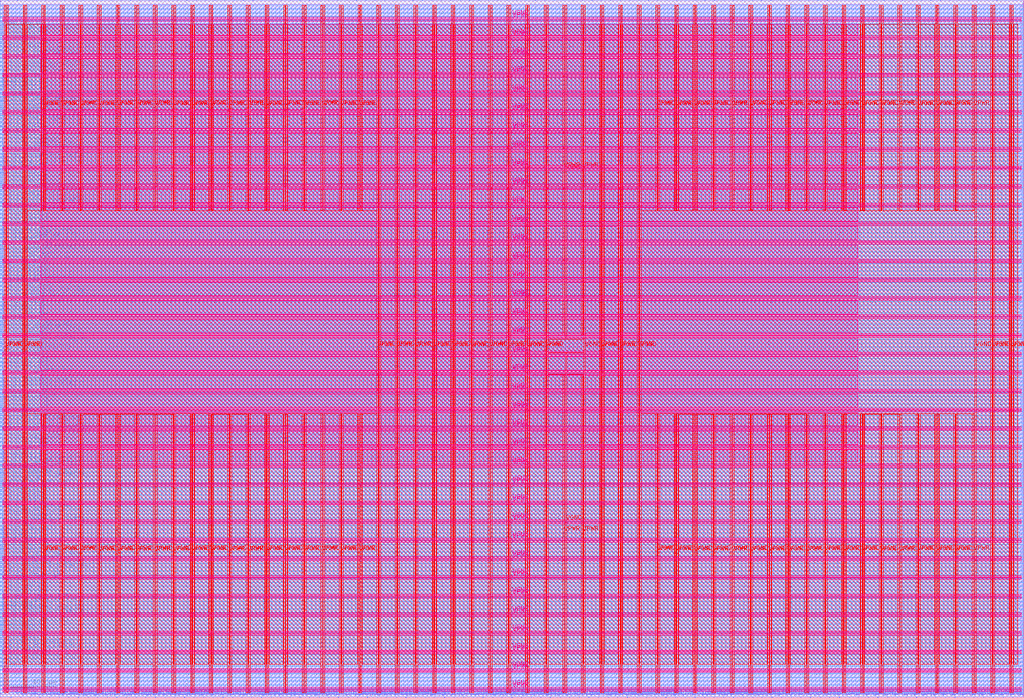
<source format=lef>
VERSION 5.7 ;
  NOWIREEXTENSIONATPIN ON ;
  DIVIDERCHAR "/" ;
  BUSBITCHARS "[]" ;
MACRO picosoc
  CLASS BLOCK ;
  FOREIGN picosoc ;
  ORIGIN 0.000 0.000 ;
  SIZE 2200.000 BY 1500.000 ;
  PIN VGND
    DIRECTION INOUT ;
    USE GROUND ;
    PORT
      LAYER met4 ;
        RECT 14.070 10.640 17.170 1488.080 ;
    END
    PORT
      LAYER met4 ;
        RECT 54.070 10.640 57.170 1488.080 ;
    END
    PORT
      LAYER met4 ;
        RECT 94.070 10.640 97.170 609.920 ;
    END
    PORT
      LAYER met4 ;
        RECT 94.070 1046.620 97.170 1488.080 ;
    END
    PORT
      LAYER met4 ;
        RECT 134.070 10.640 137.170 609.920 ;
    END
    PORT
      LAYER met4 ;
        RECT 134.070 1046.620 137.170 1488.080 ;
    END
    PORT
      LAYER met4 ;
        RECT 174.070 10.640 177.170 609.920 ;
    END
    PORT
      LAYER met4 ;
        RECT 174.070 1046.620 177.170 1488.080 ;
    END
    PORT
      LAYER met4 ;
        RECT 214.070 10.640 217.170 609.520 ;
    END
    PORT
      LAYER met4 ;
        RECT 214.070 1046.620 217.170 1488.080 ;
    END
    PORT
      LAYER met4 ;
        RECT 254.070 10.640 257.170 609.520 ;
    END
    PORT
      LAYER met4 ;
        RECT 254.070 1047.240 257.170 1488.080 ;
    END
    PORT
      LAYER met4 ;
        RECT 294.070 10.640 297.170 609.520 ;
    END
    PORT
      LAYER met4 ;
        RECT 294.070 1046.620 297.170 1488.080 ;
    END
    PORT
      LAYER met4 ;
        RECT 334.070 10.640 337.170 609.520 ;
    END
    PORT
      LAYER met4 ;
        RECT 334.070 1046.620 337.170 1488.080 ;
    END
    PORT
      LAYER met4 ;
        RECT 374.070 10.640 377.170 609.920 ;
    END
    PORT
      LAYER met4 ;
        RECT 374.070 1046.620 377.170 1488.080 ;
    END
    PORT
      LAYER met4 ;
        RECT 414.070 10.640 417.170 609.520 ;
    END
    PORT
      LAYER met4 ;
        RECT 414.070 1046.620 417.170 1488.080 ;
    END
    PORT
      LAYER met4 ;
        RECT 454.070 10.640 457.170 609.520 ;
    END
    PORT
      LAYER met4 ;
        RECT 454.070 1047.240 457.170 1488.080 ;
    END
    PORT
      LAYER met4 ;
        RECT 494.070 10.640 497.170 609.920 ;
    END
    PORT
      LAYER met4 ;
        RECT 494.070 1046.620 497.170 1488.080 ;
    END
    PORT
      LAYER met4 ;
        RECT 534.070 10.640 537.170 609.920 ;
    END
    PORT
      LAYER met4 ;
        RECT 534.070 1046.620 537.170 1488.080 ;
    END
    PORT
      LAYER met4 ;
        RECT 574.070 10.640 577.170 609.920 ;
    END
    PORT
      LAYER met4 ;
        RECT 574.070 1046.620 577.170 1488.080 ;
    END
    PORT
      LAYER met4 ;
        RECT 614.070 10.640 617.170 609.520 ;
    END
    PORT
      LAYER met4 ;
        RECT 614.070 1047.240 617.170 1488.080 ;
    END
    PORT
      LAYER met4 ;
        RECT 654.070 10.640 657.170 609.920 ;
    END
    PORT
      LAYER met4 ;
        RECT 654.070 1046.620 657.170 1488.080 ;
    END
    PORT
      LAYER met4 ;
        RECT 694.070 10.640 697.170 609.920 ;
    END
    PORT
      LAYER met4 ;
        RECT 694.070 1046.620 697.170 1488.080 ;
    END
    PORT
      LAYER met4 ;
        RECT 734.070 10.640 737.170 609.920 ;
    END
    PORT
      LAYER met4 ;
        RECT 734.070 1046.620 737.170 1488.080 ;
    END
    PORT
      LAYER met4 ;
        RECT 774.070 10.640 777.170 609.920 ;
    END
    PORT
      LAYER met4 ;
        RECT 774.070 1046.620 777.170 1488.080 ;
    END
    PORT
      LAYER met4 ;
        RECT 814.070 10.640 817.170 1488.080 ;
    END
    PORT
      LAYER met4 ;
        RECT 854.070 10.640 857.170 1488.080 ;
    END
    PORT
      LAYER met4 ;
        RECT 894.070 10.640 897.170 1488.080 ;
    END
    PORT
      LAYER met4 ;
        RECT 934.070 10.640 937.170 1488.080 ;
    END
    PORT
      LAYER met4 ;
        RECT 974.070 10.640 977.170 1488.080 ;
    END
    PORT
      LAYER met4 ;
        RECT 1014.070 10.640 1017.170 1488.080 ;
    END
    PORT
      LAYER met4 ;
        RECT 1054.070 10.640 1057.170 1488.080 ;
    END
    PORT
      LAYER met4 ;
        RECT 1094.070 10.640 1097.170 1488.080 ;
    END
    PORT
      LAYER met4 ;
        RECT 1134.070 10.640 1137.170 1488.080 ;
    END
    PORT
      LAYER met4 ;
        RECT 1174.070 10.640 1177.170 1488.080 ;
    END
    PORT
      LAYER met4 ;
        RECT 1214.070 10.640 1217.170 741.155 ;
    END
    PORT
      LAYER met4 ;
        RECT 1214.070 770.365 1217.170 1488.080 ;
    END
    PORT
      LAYER met4 ;
        RECT 1254.070 10.640 1257.170 1488.080 ;
    END
    PORT
      LAYER met4 ;
        RECT 1294.070 10.640 1297.170 1488.080 ;
    END
    PORT
      LAYER met4 ;
        RECT 1334.070 10.640 1337.170 1488.080 ;
    END
    PORT
      LAYER met4 ;
        RECT 1374.070 10.640 1377.170 1488.080 ;
    END
    PORT
      LAYER met4 ;
        RECT 1414.070 10.640 1417.170 609.920 ;
    END
    PORT
      LAYER met4 ;
        RECT 1414.070 1046.620 1417.170 1488.080 ;
    END
    PORT
      LAYER met4 ;
        RECT 1454.070 10.640 1457.170 609.920 ;
    END
    PORT
      LAYER met4 ;
        RECT 1454.070 1046.620 1457.170 1488.080 ;
    END
    PORT
      LAYER met4 ;
        RECT 1494.070 10.640 1497.170 609.520 ;
    END
    PORT
      LAYER met4 ;
        RECT 1494.070 1046.620 1497.170 1488.080 ;
    END
    PORT
      LAYER met4 ;
        RECT 1534.070 10.640 1537.170 609.920 ;
    END
    PORT
      LAYER met4 ;
        RECT 1534.070 1046.620 1537.170 1488.080 ;
    END
    PORT
      LAYER met4 ;
        RECT 1574.070 10.640 1577.170 609.920 ;
    END
    PORT
      LAYER met4 ;
        RECT 1574.070 1046.620 1577.170 1488.080 ;
    END
    PORT
      LAYER met4 ;
        RECT 1614.070 10.640 1617.170 609.520 ;
    END
    PORT
      LAYER met4 ;
        RECT 1614.070 1047.240 1617.170 1488.080 ;
    END
    PORT
      LAYER met4 ;
        RECT 1654.070 10.640 1657.170 609.520 ;
    END
    PORT
      LAYER met4 ;
        RECT 1654.070 1047.240 1657.170 1488.080 ;
    END
    PORT
      LAYER met4 ;
        RECT 1694.070 10.640 1697.170 609.520 ;
    END
    PORT
      LAYER met4 ;
        RECT 1694.070 1046.620 1697.170 1488.080 ;
    END
    PORT
      LAYER met4 ;
        RECT 1734.070 10.640 1737.170 609.920 ;
    END
    PORT
      LAYER met4 ;
        RECT 1734.070 1046.620 1737.170 1488.080 ;
    END
    PORT
      LAYER met4 ;
        RECT 1774.070 10.640 1777.170 609.920 ;
    END
    PORT
      LAYER met4 ;
        RECT 1774.070 1046.620 1777.170 1488.080 ;
    END
    PORT
      LAYER met4 ;
        RECT 1814.070 10.640 1817.170 609.520 ;
    END
    PORT
      LAYER met4 ;
        RECT 1814.070 1047.240 1817.170 1488.080 ;
    END
    PORT
      LAYER met4 ;
        RECT 1854.070 10.640 1857.170 609.520 ;
    END
    PORT
      LAYER met4 ;
        RECT 1854.070 1047.240 1857.170 1488.080 ;
    END
    PORT
      LAYER met4 ;
        RECT 1894.070 10.640 1897.170 609.920 ;
    END
    PORT
      LAYER met4 ;
        RECT 1894.070 1046.620 1897.170 1488.080 ;
    END
    PORT
      LAYER met4 ;
        RECT 1934.070 10.640 1937.170 609.920 ;
    END
    PORT
      LAYER met4 ;
        RECT 1934.070 1046.620 1937.170 1488.080 ;
    END
    PORT
      LAYER met4 ;
        RECT 1974.070 10.640 1977.170 609.920 ;
    END
    PORT
      LAYER met4 ;
        RECT 1974.070 1046.620 1977.170 1488.080 ;
    END
    PORT
      LAYER met4 ;
        RECT 2014.070 10.640 2017.170 609.520 ;
    END
    PORT
      LAYER met4 ;
        RECT 2014.070 1046.620 2017.170 1488.080 ;
    END
    PORT
      LAYER met4 ;
        RECT 2054.070 10.640 2057.170 609.920 ;
    END
    PORT
      LAYER met4 ;
        RECT 2054.070 1047.240 2057.170 1488.080 ;
    END
    PORT
      LAYER met4 ;
        RECT 2094.070 10.640 2097.170 1488.080 ;
    END
    PORT
      LAYER met4 ;
        RECT 2134.070 10.640 2137.170 1488.080 ;
    END
    PORT
      LAYER met4 ;
        RECT 2174.070 10.640 2177.170 1488.080 ;
    END
    PORT
      LAYER met5 ;
        RECT 5.280 19.430 2194.440 22.530 ;
    END
    PORT
      LAYER met5 ;
        RECT 5.280 59.430 2194.440 62.530 ;
    END
    PORT
      LAYER met5 ;
        RECT 5.280 99.430 2194.440 102.530 ;
    END
    PORT
      LAYER met5 ;
        RECT 5.280 139.430 2194.440 142.530 ;
    END
    PORT
      LAYER met5 ;
        RECT 5.280 179.430 2194.440 182.530 ;
    END
    PORT
      LAYER met5 ;
        RECT 5.280 219.430 2194.440 222.530 ;
    END
    PORT
      LAYER met5 ;
        RECT 5.280 259.430 2194.440 262.530 ;
    END
    PORT
      LAYER met5 ;
        RECT 5.280 299.430 2194.440 302.530 ;
    END
    PORT
      LAYER met5 ;
        RECT 5.280 339.430 2194.440 342.530 ;
    END
    PORT
      LAYER met5 ;
        RECT 5.280 379.430 2194.440 382.530 ;
    END
    PORT
      LAYER met5 ;
        RECT 5.280 419.430 2194.440 422.530 ;
    END
    PORT
      LAYER met5 ;
        RECT 5.280 459.430 2194.440 462.530 ;
    END
    PORT
      LAYER met5 ;
        RECT 5.280 499.430 2194.440 502.530 ;
    END
    PORT
      LAYER met5 ;
        RECT 5.280 539.430 2194.440 542.530 ;
    END
    PORT
      LAYER met5 ;
        RECT 5.280 579.430 2194.440 582.530 ;
    END
    PORT
      LAYER met5 ;
        RECT 5.280 619.430 2194.440 622.530 ;
    END
    PORT
      LAYER met5 ;
        RECT 5.280 659.430 2194.440 662.530 ;
    END
    PORT
      LAYER met5 ;
        RECT 5.280 699.430 2194.440 702.530 ;
    END
    PORT
      LAYER met5 ;
        RECT 5.280 739.430 2194.440 742.530 ;
    END
    PORT
      LAYER met5 ;
        RECT 5.280 779.430 2194.440 782.530 ;
    END
    PORT
      LAYER met5 ;
        RECT 5.280 819.430 2194.440 822.530 ;
    END
    PORT
      LAYER met5 ;
        RECT 5.280 859.430 2194.440 862.530 ;
    END
    PORT
      LAYER met5 ;
        RECT 5.280 899.430 2194.440 902.530 ;
    END
    PORT
      LAYER met5 ;
        RECT 5.280 939.430 2194.440 942.530 ;
    END
    PORT
      LAYER met5 ;
        RECT 5.280 979.430 2194.440 982.530 ;
    END
    PORT
      LAYER met5 ;
        RECT 5.280 1019.430 2194.440 1022.530 ;
    END
    PORT
      LAYER met5 ;
        RECT 5.280 1059.430 2194.440 1062.530 ;
    END
    PORT
      LAYER met5 ;
        RECT 5.280 1099.430 2194.440 1102.530 ;
    END
    PORT
      LAYER met5 ;
        RECT 5.280 1139.430 2194.440 1142.530 ;
    END
    PORT
      LAYER met5 ;
        RECT 5.280 1179.430 2194.440 1182.530 ;
    END
    PORT
      LAYER met5 ;
        RECT 5.280 1219.430 2194.440 1222.530 ;
    END
    PORT
      LAYER met5 ;
        RECT 5.280 1259.430 2194.440 1262.530 ;
    END
    PORT
      LAYER met5 ;
        RECT 5.280 1299.430 2194.440 1302.530 ;
    END
    PORT
      LAYER met5 ;
        RECT 5.280 1339.430 2194.440 1342.530 ;
    END
    PORT
      LAYER met5 ;
        RECT 5.280 1379.430 2194.440 1382.530 ;
    END
    PORT
      LAYER met5 ;
        RECT 5.280 1419.430 2194.440 1422.530 ;
    END
    PORT
      LAYER met5 ;
        RECT 5.280 1459.430 2194.440 1462.530 ;
    END
  END VGND
  PIN VPWR
    DIRECTION INOUT ;
    USE POWER ;
    PORT
      LAYER met4 ;
        RECT 8.970 10.640 12.070 1488.080 ;
    END
    PORT
      LAYER met4 ;
        RECT 48.970 10.640 52.070 1488.080 ;
    END
    PORT
      LAYER met4 ;
        RECT 88.970 10.640 92.070 609.920 ;
    END
    PORT
      LAYER met4 ;
        RECT 88.970 1046.620 92.070 1488.080 ;
    END
    PORT
      LAYER met4 ;
        RECT 128.970 10.640 132.070 609.920 ;
    END
    PORT
      LAYER met4 ;
        RECT 128.970 1046.620 132.070 1488.080 ;
    END
    PORT
      LAYER met4 ;
        RECT 168.970 10.640 172.070 609.920 ;
    END
    PORT
      LAYER met4 ;
        RECT 168.970 1046.620 172.070 1488.080 ;
    END
    PORT
      LAYER met4 ;
        RECT 208.970 10.640 212.070 609.300 ;
    END
    PORT
      LAYER met4 ;
        RECT 208.970 1046.620 212.070 1488.080 ;
    END
    PORT
      LAYER met4 ;
        RECT 248.970 10.640 252.070 609.300 ;
    END
    PORT
      LAYER met4 ;
        RECT 248.970 1046.620 252.070 1488.080 ;
    END
    PORT
      LAYER met4 ;
        RECT 288.970 10.640 292.070 609.300 ;
    END
    PORT
      LAYER met4 ;
        RECT 288.970 1046.960 292.070 1488.080 ;
    END
    PORT
      LAYER met4 ;
        RECT 328.970 10.640 332.070 609.300 ;
    END
    PORT
      LAYER met4 ;
        RECT 328.970 1046.960 332.070 1488.080 ;
    END
    PORT
      LAYER met4 ;
        RECT 368.970 10.640 372.070 609.300 ;
    END
    PORT
      LAYER met4 ;
        RECT 368.970 1046.620 372.070 1488.080 ;
    END
    PORT
      LAYER met4 ;
        RECT 408.970 10.640 412.070 609.920 ;
    END
    PORT
      LAYER met4 ;
        RECT 408.970 1046.620 412.070 1488.080 ;
    END
    PORT
      LAYER met4 ;
        RECT 448.970 10.640 452.070 609.920 ;
    END
    PORT
      LAYER met4 ;
        RECT 448.970 1046.620 452.070 1488.080 ;
    END
    PORT
      LAYER met4 ;
        RECT 488.970 10.640 492.070 609.300 ;
    END
    PORT
      LAYER met4 ;
        RECT 488.970 1046.620 492.070 1488.080 ;
    END
    PORT
      LAYER met4 ;
        RECT 528.970 10.640 532.070 609.300 ;
    END
    PORT
      LAYER met4 ;
        RECT 528.970 1046.960 532.070 1488.080 ;
    END
    PORT
      LAYER met4 ;
        RECT 568.970 10.640 572.070 609.920 ;
    END
    PORT
      LAYER met4 ;
        RECT 568.970 1046.620 572.070 1488.080 ;
    END
    PORT
      LAYER met4 ;
        RECT 608.970 10.640 612.070 609.920 ;
    END
    PORT
      LAYER met4 ;
        RECT 608.970 1046.620 612.070 1488.080 ;
    END
    PORT
      LAYER met4 ;
        RECT 648.970 10.640 652.070 609.920 ;
    END
    PORT
      LAYER met4 ;
        RECT 648.970 1046.620 652.070 1488.080 ;
    END
    PORT
      LAYER met4 ;
        RECT 688.970 10.640 692.070 609.920 ;
    END
    PORT
      LAYER met4 ;
        RECT 688.970 1046.960 692.070 1488.080 ;
    END
    PORT
      LAYER met4 ;
        RECT 728.970 10.640 732.070 609.920 ;
    END
    PORT
      LAYER met4 ;
        RECT 728.970 1046.620 732.070 1488.080 ;
    END
    PORT
      LAYER met4 ;
        RECT 768.970 10.640 772.070 609.920 ;
    END
    PORT
      LAYER met4 ;
        RECT 768.970 1046.620 772.070 1488.080 ;
    END
    PORT
      LAYER met4 ;
        RECT 808.970 10.640 812.070 1488.080 ;
    END
    PORT
      LAYER met4 ;
        RECT 848.970 10.640 852.070 1488.080 ;
    END
    PORT
      LAYER met4 ;
        RECT 888.970 10.640 892.070 1488.080 ;
    END
    PORT
      LAYER met4 ;
        RECT 928.970 10.640 932.070 1488.080 ;
    END
    PORT
      LAYER met4 ;
        RECT 968.970 10.640 972.070 1488.080 ;
    END
    PORT
      LAYER met4 ;
        RECT 1008.970 10.640 1012.070 1488.080 ;
    END
    PORT
      LAYER met4 ;
        RECT 1048.970 10.640 1052.070 1488.080 ;
    END
    PORT
      LAYER met4 ;
        RECT 1088.970 10.640 1092.070 1488.080 ;
    END
    PORT
      LAYER met4 ;
        RECT 1128.970 10.640 1132.070 1488.080 ;
    END
    PORT
      LAYER met4 ;
        RECT 1168.970 10.640 1172.070 1488.080 ;
    END
    PORT
      LAYER met4 ;
        RECT 1208.970 10.640 1212.070 694.500 ;
    END
    PORT
      LAYER met4 ;
        RECT 1208.970 778.940 1212.070 1488.080 ;
    END
    PORT
      LAYER met4 ;
        RECT 1248.970 10.640 1252.070 694.500 ;
    END
    PORT
      LAYER met4 ;
        RECT 1248.970 778.940 1252.070 1488.080 ;
    END
    PORT
      LAYER met4 ;
        RECT 1288.970 10.640 1292.070 1488.080 ;
    END
    PORT
      LAYER met4 ;
        RECT 1328.970 10.640 1332.070 1488.080 ;
    END
    PORT
      LAYER met4 ;
        RECT 1368.970 10.640 1372.070 1488.080 ;
    END
    PORT
      LAYER met4 ;
        RECT 1408.970 10.640 1412.070 609.920 ;
    END
    PORT
      LAYER met4 ;
        RECT 1408.970 1046.620 1412.070 1488.080 ;
    END
    PORT
      LAYER met4 ;
        RECT 1448.970 10.640 1452.070 609.920 ;
    END
    PORT
      LAYER met4 ;
        RECT 1448.970 1046.620 1452.070 1488.080 ;
    END
    PORT
      LAYER met4 ;
        RECT 1488.970 10.640 1492.070 609.300 ;
    END
    PORT
      LAYER met4 ;
        RECT 1488.970 1046.620 1492.070 1488.080 ;
    END
    PORT
      LAYER met4 ;
        RECT 1528.970 10.640 1532.070 609.300 ;
    END
    PORT
      LAYER met4 ;
        RECT 1528.970 1046.620 1532.070 1488.080 ;
    END
    PORT
      LAYER met4 ;
        RECT 1568.970 10.640 1572.070 609.300 ;
    END
    PORT
      LAYER met4 ;
        RECT 1568.970 1046.620 1572.070 1488.080 ;
    END
    PORT
      LAYER met4 ;
        RECT 1608.970 10.640 1612.070 609.300 ;
    END
    PORT
      LAYER met4 ;
        RECT 1608.970 1046.620 1612.070 1488.080 ;
    END
    PORT
      LAYER met4 ;
        RECT 1648.970 10.640 1652.070 609.300 ;
    END
    PORT
      LAYER met4 ;
        RECT 1648.970 1046.620 1652.070 1488.080 ;
    END
    PORT
      LAYER met4 ;
        RECT 1688.970 10.640 1692.070 609.300 ;
    END
    PORT
      LAYER met4 ;
        RECT 1688.970 1046.960 1692.070 1488.080 ;
    END
    PORT
      LAYER met4 ;
        RECT 1728.970 10.640 1732.070 609.300 ;
    END
    PORT
      LAYER met4 ;
        RECT 1728.970 1046.960 1732.070 1488.080 ;
    END
    PORT
      LAYER met4 ;
        RECT 1768.970 10.640 1772.070 609.920 ;
    END
    PORT
      LAYER met4 ;
        RECT 1768.970 1046.620 1772.070 1488.080 ;
    END
    PORT
      LAYER met4 ;
        RECT 1808.970 10.640 1812.070 609.920 ;
    END
    PORT
      LAYER met4 ;
        RECT 1808.970 1046.620 1812.070 1488.080 ;
    END
    PORT
      LAYER met4 ;
        RECT 1848.970 10.640 1852.070 609.920 ;
    END
    PORT
      LAYER met4 ;
        RECT 1848.970 1046.620 1852.070 1488.080 ;
    END
    PORT
      LAYER met4 ;
        RECT 1888.970 10.640 1892.070 609.300 ;
    END
    PORT
      LAYER met4 ;
        RECT 1888.970 1046.960 1892.070 1488.080 ;
    END
    PORT
      LAYER met4 ;
        RECT 1928.970 10.640 1932.070 609.300 ;
    END
    PORT
      LAYER met4 ;
        RECT 1928.970 1046.960 1932.070 1488.080 ;
    END
    PORT
      LAYER met4 ;
        RECT 1968.970 10.640 1972.070 609.920 ;
    END
    PORT
      LAYER met4 ;
        RECT 1968.970 1046.620 1972.070 1488.080 ;
    END
    PORT
      LAYER met4 ;
        RECT 2008.970 10.640 2012.070 609.920 ;
    END
    PORT
      LAYER met4 ;
        RECT 2008.970 1046.620 2012.070 1488.080 ;
    END
    PORT
      LAYER met4 ;
        RECT 2048.970 10.640 2052.070 609.920 ;
    END
    PORT
      LAYER met4 ;
        RECT 2048.970 1046.620 2052.070 1488.080 ;
    END
    PORT
      LAYER met4 ;
        RECT 2088.970 10.640 2092.070 609.920 ;
    END
    PORT
      LAYER met4 ;
        RECT 2088.970 1046.620 2092.070 1488.080 ;
    END
    PORT
      LAYER met4 ;
        RECT 2128.970 10.640 2132.070 1488.080 ;
    END
    PORT
      LAYER met4 ;
        RECT 2168.970 10.640 2172.070 1488.080 ;
    END
    PORT
      LAYER met5 ;
        RECT 5.280 14.330 2194.440 17.430 ;
    END
    PORT
      LAYER met5 ;
        RECT 5.280 54.330 2194.440 57.430 ;
    END
    PORT
      LAYER met5 ;
        RECT 5.280 94.330 2194.440 97.430 ;
    END
    PORT
      LAYER met5 ;
        RECT 5.280 134.330 2194.440 137.430 ;
    END
    PORT
      LAYER met5 ;
        RECT 5.280 174.330 2194.440 177.430 ;
    END
    PORT
      LAYER met5 ;
        RECT 5.280 214.330 2194.440 217.430 ;
    END
    PORT
      LAYER met5 ;
        RECT 5.280 254.330 2194.440 257.430 ;
    END
    PORT
      LAYER met5 ;
        RECT 5.280 294.330 2194.440 297.430 ;
    END
    PORT
      LAYER met5 ;
        RECT 5.280 334.330 2194.440 337.430 ;
    END
    PORT
      LAYER met5 ;
        RECT 5.280 374.330 2194.440 377.430 ;
    END
    PORT
      LAYER met5 ;
        RECT 5.280 414.330 2194.440 417.430 ;
    END
    PORT
      LAYER met5 ;
        RECT 5.280 454.330 2194.440 457.430 ;
    END
    PORT
      LAYER met5 ;
        RECT 5.280 494.330 2194.440 497.430 ;
    END
    PORT
      LAYER met5 ;
        RECT 5.280 534.330 2194.440 537.430 ;
    END
    PORT
      LAYER met5 ;
        RECT 5.280 574.330 2194.440 577.430 ;
    END
    PORT
      LAYER met5 ;
        RECT 5.280 614.330 2194.440 617.430 ;
    END
    PORT
      LAYER met5 ;
        RECT 5.280 654.330 2194.440 657.430 ;
    END
    PORT
      LAYER met5 ;
        RECT 5.280 694.330 2194.440 697.430 ;
    END
    PORT
      LAYER met5 ;
        RECT 5.280 734.330 2194.440 737.430 ;
    END
    PORT
      LAYER met5 ;
        RECT 5.280 774.330 2194.440 777.430 ;
    END
    PORT
      LAYER met5 ;
        RECT 5.280 814.330 2194.440 817.430 ;
    END
    PORT
      LAYER met5 ;
        RECT 5.280 854.330 2194.440 857.430 ;
    END
    PORT
      LAYER met5 ;
        RECT 5.280 894.330 2194.440 897.430 ;
    END
    PORT
      LAYER met5 ;
        RECT 5.280 934.330 2194.440 937.430 ;
    END
    PORT
      LAYER met5 ;
        RECT 5.280 974.330 2194.440 977.430 ;
    END
    PORT
      LAYER met5 ;
        RECT 5.280 1014.330 2194.440 1017.430 ;
    END
    PORT
      LAYER met5 ;
        RECT 5.280 1054.330 2194.440 1057.430 ;
    END
    PORT
      LAYER met5 ;
        RECT 5.280 1094.330 2194.440 1097.430 ;
    END
    PORT
      LAYER met5 ;
        RECT 5.280 1134.330 2194.440 1137.430 ;
    END
    PORT
      LAYER met5 ;
        RECT 5.280 1174.330 2194.440 1177.430 ;
    END
    PORT
      LAYER met5 ;
        RECT 5.280 1214.330 2194.440 1217.430 ;
    END
    PORT
      LAYER met5 ;
        RECT 5.280 1254.330 2194.440 1257.430 ;
    END
    PORT
      LAYER met5 ;
        RECT 5.280 1294.330 2194.440 1297.430 ;
    END
    PORT
      LAYER met5 ;
        RECT 5.280 1334.330 2194.440 1337.430 ;
    END
    PORT
      LAYER met5 ;
        RECT 5.280 1374.330 2194.440 1377.430 ;
    END
    PORT
      LAYER met5 ;
        RECT 5.280 1414.330 2194.440 1417.430 ;
    END
    PORT
      LAYER met5 ;
        RECT 5.280 1454.330 2194.440 1457.430 ;
    END
  END VPWR
  PIN gpio_dm0[0]
    DIRECTION OUTPUT TRISTATE ;
    USE SIGNAL ;
    ANTENNADIFFAREA 3.180800 ;
    PORT
      LAYER met3 ;
        RECT 2197.600 43.560 2200.000 44.160 ;
    END
  END gpio_dm0[0]
  PIN gpio_dm0[10]
    DIRECTION OUTPUT TRISTATE ;
    USE SIGNAL ;
    ANTENNADIFFAREA 3.180800 ;
    PORT
      LAYER met3 ;
        RECT 2197.600 1022.760 2200.000 1023.360 ;
    END
  END gpio_dm0[10]
  PIN gpio_dm0[11]
    DIRECTION OUTPUT TRISTATE ;
    USE SIGNAL ;
    ANTENNADIFFAREA 3.180800 ;
    PORT
      LAYER met3 ;
        RECT 2197.600 1120.680 2200.000 1121.280 ;
    END
  END gpio_dm0[11]
  PIN gpio_dm0[12]
    DIRECTION OUTPUT TRISTATE ;
    USE SIGNAL ;
    ANTENNADIFFAREA 3.180800 ;
    PORT
      LAYER met3 ;
        RECT 2197.600 1218.600 2200.000 1219.200 ;
    END
  END gpio_dm0[12]
  PIN gpio_dm0[13]
    DIRECTION OUTPUT TRISTATE ;
    USE SIGNAL ;
    ANTENNADIFFAREA 3.180800 ;
    PORT
      LAYER met3 ;
        RECT 2197.600 1316.520 2200.000 1317.120 ;
    END
  END gpio_dm0[13]
  PIN gpio_dm0[14]
    DIRECTION OUTPUT TRISTATE ;
    USE SIGNAL ;
    ANTENNADIFFAREA 3.180800 ;
    PORT
      LAYER met3 ;
        RECT 2197.600 1414.440 2200.000 1415.040 ;
    END
  END gpio_dm0[14]
  PIN gpio_dm0[15]
    DIRECTION OUTPUT TRISTATE ;
    USE SIGNAL ;
    ANTENNADIFFAREA 3.180800 ;
    PORT
      LAYER met2 ;
        RECT 2121.610 1497.600 2121.890 1500.000 ;
    END
  END gpio_dm0[15]
  PIN gpio_dm0[16]
    DIRECTION OUTPUT TRISTATE ;
    USE SIGNAL ;
    ANTENNADIFFAREA 3.180800 ;
    PORT
      LAYER met2 ;
        RECT 1878.730 1497.600 1879.010 1500.000 ;
    END
  END gpio_dm0[16]
  PIN gpio_dm0[17]
    DIRECTION OUTPUT TRISTATE ;
    USE SIGNAL ;
    ANTENNADIFFAREA 3.180800 ;
    PORT
      LAYER met2 ;
        RECT 1635.850 1497.600 1636.130 1500.000 ;
    END
  END gpio_dm0[17]
  PIN gpio_dm0[18]
    DIRECTION OUTPUT TRISTATE ;
    USE SIGNAL ;
    ANTENNADIFFAREA 3.180800 ;
    PORT
      LAYER met2 ;
        RECT 1392.970 1497.600 1393.250 1500.000 ;
    END
  END gpio_dm0[18]
  PIN gpio_dm0[19]
    DIRECTION OUTPUT TRISTATE ;
    USE SIGNAL ;
    ANTENNADIFFAREA 3.180800 ;
    PORT
      LAYER met2 ;
        RECT 1150.090 1497.600 1150.370 1500.000 ;
    END
  END gpio_dm0[19]
  PIN gpio_dm0[1]
    DIRECTION OUTPUT TRISTATE ;
    USE SIGNAL ;
    ANTENNADIFFAREA 3.180800 ;
    PORT
      LAYER met3 ;
        RECT 2197.600 141.480 2200.000 142.080 ;
    END
  END gpio_dm0[1]
  PIN gpio_dm0[20]
    DIRECTION OUTPUT TRISTATE ;
    USE SIGNAL ;
    ANTENNADIFFAREA 3.180800 ;
    PORT
      LAYER met2 ;
        RECT 907.210 1497.600 907.490 1500.000 ;
    END
  END gpio_dm0[20]
  PIN gpio_dm0[21]
    DIRECTION OUTPUT TRISTATE ;
    USE SIGNAL ;
    ANTENNADIFFAREA 3.180800 ;
    PORT
      LAYER met2 ;
        RECT 664.330 1497.600 664.610 1500.000 ;
    END
  END gpio_dm0[21]
  PIN gpio_dm0[22]
    DIRECTION OUTPUT TRISTATE ;
    USE SIGNAL ;
    ANTENNADIFFAREA 3.180800 ;
    PORT
      LAYER met2 ;
        RECT 421.450 1497.600 421.730 1500.000 ;
    END
  END gpio_dm0[22]
  PIN gpio_dm0[23]
    DIRECTION OUTPUT TRISTATE ;
    USE SIGNAL ;
    ANTENNADIFFAREA 3.180800 ;
    PORT
      LAYER met2 ;
        RECT 178.570 1497.600 178.850 1500.000 ;
    END
  END gpio_dm0[23]
  PIN gpio_dm0[24]
    DIRECTION OUTPUT TRISTATE ;
    USE SIGNAL ;
    ANTENNADIFFAREA 3.180800 ;
    PORT
      LAYER met3 ;
        RECT 0.000 1414.440 2.400 1415.040 ;
    END
  END gpio_dm0[24]
  PIN gpio_dm0[25]
    DIRECTION OUTPUT TRISTATE ;
    USE SIGNAL ;
    ANTENNADIFFAREA 3.180800 ;
    PORT
      LAYER met3 ;
        RECT 0.000 1316.520 2.400 1317.120 ;
    END
  END gpio_dm0[25]
  PIN gpio_dm0[26]
    DIRECTION OUTPUT TRISTATE ;
    USE SIGNAL ;
    ANTENNADIFFAREA 3.180800 ;
    PORT
      LAYER met3 ;
        RECT 0.000 1218.600 2.400 1219.200 ;
    END
  END gpio_dm0[26]
  PIN gpio_dm0[27]
    DIRECTION OUTPUT TRISTATE ;
    USE SIGNAL ;
    ANTENNADIFFAREA 3.180800 ;
    PORT
      LAYER met3 ;
        RECT 0.000 1120.680 2.400 1121.280 ;
    END
  END gpio_dm0[27]
  PIN gpio_dm0[28]
    DIRECTION OUTPUT TRISTATE ;
    USE SIGNAL ;
    ANTENNADIFFAREA 3.180800 ;
    PORT
      LAYER met3 ;
        RECT 0.000 1022.760 2.400 1023.360 ;
    END
  END gpio_dm0[28]
  PIN gpio_dm0[29]
    DIRECTION OUTPUT TRISTATE ;
    USE SIGNAL ;
    ANTENNADIFFAREA 3.180800 ;
    PORT
      LAYER met3 ;
        RECT 0.000 924.840 2.400 925.440 ;
    END
  END gpio_dm0[29]
  PIN gpio_dm0[2]
    DIRECTION OUTPUT TRISTATE ;
    USE SIGNAL ;
    ANTENNADIFFAREA 3.180800 ;
    PORT
      LAYER met3 ;
        RECT 2197.600 239.400 2200.000 240.000 ;
    END
  END gpio_dm0[2]
  PIN gpio_dm0[30]
    DIRECTION OUTPUT TRISTATE ;
    USE SIGNAL ;
    ANTENNADIFFAREA 3.180800 ;
    PORT
      LAYER met3 ;
        RECT 0.000 826.920 2.400 827.520 ;
    END
  END gpio_dm0[30]
  PIN gpio_dm0[31]
    DIRECTION OUTPUT TRISTATE ;
    USE SIGNAL ;
    ANTENNADIFFAREA 3.180800 ;
    PORT
      LAYER met3 ;
        RECT 0.000 729.000 2.400 729.600 ;
    END
  END gpio_dm0[31]
  PIN gpio_dm0[32]
    DIRECTION OUTPUT TRISTATE ;
    USE SIGNAL ;
    ANTENNADIFFAREA 3.180800 ;
    PORT
      LAYER met3 ;
        RECT 0.000 631.080 2.400 631.680 ;
    END
  END gpio_dm0[32]
  PIN gpio_dm0[33]
    DIRECTION OUTPUT TRISTATE ;
    USE SIGNAL ;
    ANTENNADIFFAREA 3.180800 ;
    PORT
      LAYER met3 ;
        RECT 0.000 533.160 2.400 533.760 ;
    END
  END gpio_dm0[33]
  PIN gpio_dm0[34]
    DIRECTION OUTPUT TRISTATE ;
    USE SIGNAL ;
    ANTENNADIFFAREA 3.180800 ;
    PORT
      LAYER met3 ;
        RECT 0.000 435.240 2.400 435.840 ;
    END
  END gpio_dm0[34]
  PIN gpio_dm0[35]
    DIRECTION OUTPUT TRISTATE ;
    USE SIGNAL ;
    ANTENNADIFFAREA 3.180800 ;
    PORT
      LAYER met3 ;
        RECT 0.000 337.320 2.400 337.920 ;
    END
  END gpio_dm0[35]
  PIN gpio_dm0[36]
    DIRECTION OUTPUT TRISTATE ;
    USE SIGNAL ;
    ANTENNADIFFAREA 3.180800 ;
    PORT
      LAYER met3 ;
        RECT 0.000 239.400 2.400 240.000 ;
    END
  END gpio_dm0[36]
  PIN gpio_dm0[37]
    DIRECTION OUTPUT TRISTATE ;
    USE SIGNAL ;
    ANTENNADIFFAREA 3.180800 ;
    PORT
      LAYER met3 ;
        RECT 0.000 141.480 2.400 142.080 ;
    END
  END gpio_dm0[37]
  PIN gpio_dm0[38]
    DIRECTION OUTPUT TRISTATE ;
    USE SIGNAL ;
    ANTENNADIFFAREA 3.180800 ;
    PORT
      LAYER met2 ;
        RECT 105.890 0.000 106.170 2.400 ;
    END
  END gpio_dm0[38]
  PIN gpio_dm0[39]
    DIRECTION OUTPUT TRISTATE ;
    USE SIGNAL ;
    ANTENNADIFFAREA 3.180800 ;
    PORT
      LAYER met2 ;
        RECT 354.290 0.000 354.570 2.400 ;
    END
  END gpio_dm0[39]
  PIN gpio_dm0[3]
    DIRECTION OUTPUT TRISTATE ;
    USE SIGNAL ;
    ANTENNADIFFAREA 3.180800 ;
    PORT
      LAYER met3 ;
        RECT 2197.600 337.320 2200.000 337.920 ;
    END
  END gpio_dm0[3]
  PIN gpio_dm0[40]
    DIRECTION OUTPUT TRISTATE ;
    USE SIGNAL ;
    ANTENNADIFFAREA 3.180800 ;
    PORT
      LAYER met2 ;
        RECT 602.690 0.000 602.970 2.400 ;
    END
  END gpio_dm0[40]
  PIN gpio_dm0[41]
    DIRECTION OUTPUT TRISTATE ;
    USE SIGNAL ;
    ANTENNADIFFAREA 3.180800 ;
    PORT
      LAYER met2 ;
        RECT 851.090 0.000 851.370 2.400 ;
    END
  END gpio_dm0[41]
  PIN gpio_dm0[42]
    DIRECTION OUTPUT TRISTATE ;
    USE SIGNAL ;
    ANTENNADIFFAREA 3.180800 ;
    PORT
      LAYER met2 ;
        RECT 1099.490 0.000 1099.770 2.400 ;
    END
  END gpio_dm0[42]
  PIN gpio_dm0[43]
    DIRECTION OUTPUT TRISTATE ;
    USE SIGNAL ;
    ANTENNADIFFAREA 3.180800 ;
    PORT
      LAYER met2 ;
        RECT 1347.890 0.000 1348.170 2.400 ;
    END
  END gpio_dm0[43]
  PIN gpio_dm0[4]
    DIRECTION OUTPUT TRISTATE ;
    USE SIGNAL ;
    ANTENNADIFFAREA 3.180800 ;
    PORT
      LAYER met3 ;
        RECT 2197.600 435.240 2200.000 435.840 ;
    END
  END gpio_dm0[4]
  PIN gpio_dm0[5]
    DIRECTION OUTPUT TRISTATE ;
    USE SIGNAL ;
    ANTENNADIFFAREA 3.180800 ;
    PORT
      LAYER met3 ;
        RECT 2197.600 533.160 2200.000 533.760 ;
    END
  END gpio_dm0[5]
  PIN gpio_dm0[6]
    DIRECTION OUTPUT TRISTATE ;
    USE SIGNAL ;
    ANTENNADIFFAREA 3.180800 ;
    PORT
      LAYER met3 ;
        RECT 2197.600 631.080 2200.000 631.680 ;
    END
  END gpio_dm0[6]
  PIN gpio_dm0[7]
    DIRECTION OUTPUT TRISTATE ;
    USE SIGNAL ;
    ANTENNADIFFAREA 3.180800 ;
    PORT
      LAYER met3 ;
        RECT 2197.600 729.000 2200.000 729.600 ;
    END
  END gpio_dm0[7]
  PIN gpio_dm0[8]
    DIRECTION OUTPUT TRISTATE ;
    USE SIGNAL ;
    ANTENNADIFFAREA 3.180800 ;
    PORT
      LAYER met3 ;
        RECT 2197.600 826.920 2200.000 827.520 ;
    END
  END gpio_dm0[8]
  PIN gpio_dm0[9]
    DIRECTION OUTPUT TRISTATE ;
    USE SIGNAL ;
    ANTENNADIFFAREA 3.180800 ;
    PORT
      LAYER met3 ;
        RECT 2197.600 924.840 2200.000 925.440 ;
    END
  END gpio_dm0[9]
  PIN gpio_dm1[0]
    DIRECTION OUTPUT TRISTATE ;
    USE SIGNAL ;
    ANTENNADIFFAREA 3.180800 ;
    PORT
      LAYER met3 ;
        RECT 2197.600 35.400 2200.000 36.000 ;
    END
  END gpio_dm1[0]
  PIN gpio_dm1[10]
    DIRECTION OUTPUT TRISTATE ;
    USE SIGNAL ;
    ANTENNADIFFAREA 3.180800 ;
    PORT
      LAYER met3 ;
        RECT 2197.600 1014.600 2200.000 1015.200 ;
    END
  END gpio_dm1[10]
  PIN gpio_dm1[11]
    DIRECTION OUTPUT TRISTATE ;
    USE SIGNAL ;
    ANTENNADIFFAREA 3.180800 ;
    PORT
      LAYER met3 ;
        RECT 2197.600 1112.520 2200.000 1113.120 ;
    END
  END gpio_dm1[11]
  PIN gpio_dm1[12]
    DIRECTION OUTPUT TRISTATE ;
    USE SIGNAL ;
    ANTENNADIFFAREA 3.180800 ;
    PORT
      LAYER met3 ;
        RECT 2197.600 1210.440 2200.000 1211.040 ;
    END
  END gpio_dm1[12]
  PIN gpio_dm1[13]
    DIRECTION OUTPUT TRISTATE ;
    USE SIGNAL ;
    ANTENNADIFFAREA 3.180800 ;
    PORT
      LAYER met3 ;
        RECT 2197.600 1308.360 2200.000 1308.960 ;
    END
  END gpio_dm1[13]
  PIN gpio_dm1[14]
    DIRECTION OUTPUT TRISTATE ;
    USE SIGNAL ;
    ANTENNADIFFAREA 3.180800 ;
    PORT
      LAYER met3 ;
        RECT 2197.600 1406.280 2200.000 1406.880 ;
    END
  END gpio_dm1[14]
  PIN gpio_dm1[15]
    DIRECTION OUTPUT TRISTATE ;
    USE SIGNAL ;
    ANTENNADIFFAREA 3.180800 ;
    PORT
      LAYER met2 ;
        RECT 2141.850 1497.600 2142.130 1500.000 ;
    END
  END gpio_dm1[15]
  PIN gpio_dm1[16]
    DIRECTION OUTPUT TRISTATE ;
    USE SIGNAL ;
    ANTENNADIFFAREA 3.180800 ;
    PORT
      LAYER met2 ;
        RECT 1898.970 1497.600 1899.250 1500.000 ;
    END
  END gpio_dm1[16]
  PIN gpio_dm1[17]
    DIRECTION OUTPUT TRISTATE ;
    USE SIGNAL ;
    ANTENNADIFFAREA 3.180800 ;
    PORT
      LAYER met2 ;
        RECT 1656.090 1497.600 1656.370 1500.000 ;
    END
  END gpio_dm1[17]
  PIN gpio_dm1[18]
    DIRECTION OUTPUT TRISTATE ;
    USE SIGNAL ;
    ANTENNADIFFAREA 3.180800 ;
    PORT
      LAYER met2 ;
        RECT 1413.210 1497.600 1413.490 1500.000 ;
    END
  END gpio_dm1[18]
  PIN gpio_dm1[19]
    DIRECTION OUTPUT TRISTATE ;
    USE SIGNAL ;
    ANTENNADIFFAREA 3.180800 ;
    PORT
      LAYER met2 ;
        RECT 1170.330 1497.600 1170.610 1500.000 ;
    END
  END gpio_dm1[19]
  PIN gpio_dm1[1]
    DIRECTION OUTPUT TRISTATE ;
    USE SIGNAL ;
    ANTENNADIFFAREA 3.180800 ;
    PORT
      LAYER met3 ;
        RECT 2197.600 133.320 2200.000 133.920 ;
    END
  END gpio_dm1[1]
  PIN gpio_dm1[20]
    DIRECTION OUTPUT TRISTATE ;
    USE SIGNAL ;
    ANTENNADIFFAREA 3.180800 ;
    PORT
      LAYER met2 ;
        RECT 927.450 1497.600 927.730 1500.000 ;
    END
  END gpio_dm1[20]
  PIN gpio_dm1[21]
    DIRECTION OUTPUT TRISTATE ;
    USE SIGNAL ;
    ANTENNADIFFAREA 3.180800 ;
    PORT
      LAYER met2 ;
        RECT 684.570 1497.600 684.850 1500.000 ;
    END
  END gpio_dm1[21]
  PIN gpio_dm1[22]
    DIRECTION OUTPUT TRISTATE ;
    USE SIGNAL ;
    ANTENNADIFFAREA 3.180800 ;
    PORT
      LAYER met2 ;
        RECT 441.690 1497.600 441.970 1500.000 ;
    END
  END gpio_dm1[22]
  PIN gpio_dm1[23]
    DIRECTION OUTPUT TRISTATE ;
    USE SIGNAL ;
    ANTENNADIFFAREA 3.180800 ;
    PORT
      LAYER met2 ;
        RECT 198.810 1497.600 199.090 1500.000 ;
    END
  END gpio_dm1[23]
  PIN gpio_dm1[24]
    DIRECTION OUTPUT TRISTATE ;
    USE SIGNAL ;
    ANTENNADIFFAREA 3.180800 ;
    PORT
      LAYER met3 ;
        RECT 0.000 1422.600 2.400 1423.200 ;
    END
  END gpio_dm1[24]
  PIN gpio_dm1[25]
    DIRECTION OUTPUT TRISTATE ;
    USE SIGNAL ;
    ANTENNADIFFAREA 3.180800 ;
    PORT
      LAYER met3 ;
        RECT 0.000 1324.680 2.400 1325.280 ;
    END
  END gpio_dm1[25]
  PIN gpio_dm1[26]
    DIRECTION OUTPUT TRISTATE ;
    USE SIGNAL ;
    ANTENNADIFFAREA 3.180800 ;
    PORT
      LAYER met3 ;
        RECT 0.000 1226.760 2.400 1227.360 ;
    END
  END gpio_dm1[26]
  PIN gpio_dm1[27]
    DIRECTION OUTPUT TRISTATE ;
    USE SIGNAL ;
    ANTENNADIFFAREA 3.180800 ;
    PORT
      LAYER met3 ;
        RECT 0.000 1128.840 2.400 1129.440 ;
    END
  END gpio_dm1[27]
  PIN gpio_dm1[28]
    DIRECTION OUTPUT TRISTATE ;
    USE SIGNAL ;
    ANTENNADIFFAREA 3.180800 ;
    PORT
      LAYER met3 ;
        RECT 0.000 1030.920 2.400 1031.520 ;
    END
  END gpio_dm1[28]
  PIN gpio_dm1[29]
    DIRECTION OUTPUT TRISTATE ;
    USE SIGNAL ;
    ANTENNADIFFAREA 3.180800 ;
    PORT
      LAYER met3 ;
        RECT 0.000 933.000 2.400 933.600 ;
    END
  END gpio_dm1[29]
  PIN gpio_dm1[2]
    DIRECTION OUTPUT TRISTATE ;
    USE SIGNAL ;
    ANTENNADIFFAREA 3.180800 ;
    PORT
      LAYER met3 ;
        RECT 2197.600 231.240 2200.000 231.840 ;
    END
  END gpio_dm1[2]
  PIN gpio_dm1[30]
    DIRECTION OUTPUT TRISTATE ;
    USE SIGNAL ;
    ANTENNADIFFAREA 3.180800 ;
    PORT
      LAYER met3 ;
        RECT 0.000 835.080 2.400 835.680 ;
    END
  END gpio_dm1[30]
  PIN gpio_dm1[31]
    DIRECTION OUTPUT TRISTATE ;
    USE SIGNAL ;
    ANTENNADIFFAREA 3.180800 ;
    PORT
      LAYER met3 ;
        RECT 0.000 737.160 2.400 737.760 ;
    END
  END gpio_dm1[31]
  PIN gpio_dm1[32]
    DIRECTION OUTPUT TRISTATE ;
    USE SIGNAL ;
    ANTENNADIFFAREA 3.180800 ;
    PORT
      LAYER met3 ;
        RECT 0.000 639.240 2.400 639.840 ;
    END
  END gpio_dm1[32]
  PIN gpio_dm1[33]
    DIRECTION OUTPUT TRISTATE ;
    USE SIGNAL ;
    ANTENNADIFFAREA 3.180800 ;
    PORT
      LAYER met3 ;
        RECT 0.000 541.320 2.400 541.920 ;
    END
  END gpio_dm1[33]
  PIN gpio_dm1[34]
    DIRECTION OUTPUT TRISTATE ;
    USE SIGNAL ;
    ANTENNADIFFAREA 3.180800 ;
    PORT
      LAYER met3 ;
        RECT 0.000 443.400 2.400 444.000 ;
    END
  END gpio_dm1[34]
  PIN gpio_dm1[35]
    DIRECTION OUTPUT TRISTATE ;
    USE SIGNAL ;
    ANTENNADIFFAREA 3.180800 ;
    PORT
      LAYER met3 ;
        RECT 0.000 345.480 2.400 346.080 ;
    END
  END gpio_dm1[35]
  PIN gpio_dm1[36]
    DIRECTION OUTPUT TRISTATE ;
    USE SIGNAL ;
    ANTENNADIFFAREA 3.180800 ;
    PORT
      LAYER met3 ;
        RECT 0.000 247.560 2.400 248.160 ;
    END
  END gpio_dm1[36]
  PIN gpio_dm1[37]
    DIRECTION OUTPUT TRISTATE ;
    USE SIGNAL ;
    ANTENNADIFFAREA 3.180800 ;
    PORT
      LAYER met3 ;
        RECT 0.000 149.640 2.400 150.240 ;
    END
  END gpio_dm1[37]
  PIN gpio_dm1[38]
    DIRECTION OUTPUT TRISTATE ;
    USE SIGNAL ;
    ANTENNADIFFAREA 3.180800 ;
    PORT
      LAYER met2 ;
        RECT 85.190 0.000 85.470 2.400 ;
    END
  END gpio_dm1[38]
  PIN gpio_dm1[39]
    DIRECTION OUTPUT TRISTATE ;
    USE SIGNAL ;
    ANTENNADIFFAREA 3.180800 ;
    PORT
      LAYER met2 ;
        RECT 333.590 0.000 333.870 2.400 ;
    END
  END gpio_dm1[39]
  PIN gpio_dm1[3]
    DIRECTION OUTPUT TRISTATE ;
    USE SIGNAL ;
    ANTENNADIFFAREA 3.180800 ;
    PORT
      LAYER met3 ;
        RECT 2197.600 329.160 2200.000 329.760 ;
    END
  END gpio_dm1[3]
  PIN gpio_dm1[40]
    DIRECTION OUTPUT TRISTATE ;
    USE SIGNAL ;
    ANTENNADIFFAREA 3.180800 ;
    PORT
      LAYER met2 ;
        RECT 581.990 0.000 582.270 2.400 ;
    END
  END gpio_dm1[40]
  PIN gpio_dm1[41]
    DIRECTION OUTPUT TRISTATE ;
    USE SIGNAL ;
    ANTENNADIFFAREA 3.180800 ;
    PORT
      LAYER met2 ;
        RECT 830.390 0.000 830.670 2.400 ;
    END
  END gpio_dm1[41]
  PIN gpio_dm1[42]
    DIRECTION OUTPUT TRISTATE ;
    USE SIGNAL ;
    ANTENNADIFFAREA 3.180800 ;
    PORT
      LAYER met2 ;
        RECT 1078.790 0.000 1079.070 2.400 ;
    END
  END gpio_dm1[42]
  PIN gpio_dm1[43]
    DIRECTION OUTPUT TRISTATE ;
    USE SIGNAL ;
    ANTENNADIFFAREA 3.180800 ;
    PORT
      LAYER met2 ;
        RECT 1327.190 0.000 1327.470 2.400 ;
    END
  END gpio_dm1[43]
  PIN gpio_dm1[4]
    DIRECTION OUTPUT TRISTATE ;
    USE SIGNAL ;
    ANTENNADIFFAREA 3.180800 ;
    PORT
      LAYER met3 ;
        RECT 2197.600 427.080 2200.000 427.680 ;
    END
  END gpio_dm1[4]
  PIN gpio_dm1[5]
    DIRECTION OUTPUT TRISTATE ;
    USE SIGNAL ;
    ANTENNADIFFAREA 3.180800 ;
    PORT
      LAYER met3 ;
        RECT 2197.600 525.000 2200.000 525.600 ;
    END
  END gpio_dm1[5]
  PIN gpio_dm1[6]
    DIRECTION OUTPUT TRISTATE ;
    USE SIGNAL ;
    ANTENNADIFFAREA 3.180800 ;
    PORT
      LAYER met3 ;
        RECT 2197.600 622.920 2200.000 623.520 ;
    END
  END gpio_dm1[6]
  PIN gpio_dm1[7]
    DIRECTION OUTPUT TRISTATE ;
    USE SIGNAL ;
    ANTENNADIFFAREA 3.180800 ;
    PORT
      LAYER met3 ;
        RECT 2197.600 720.840 2200.000 721.440 ;
    END
  END gpio_dm1[7]
  PIN gpio_dm1[8]
    DIRECTION OUTPUT TRISTATE ;
    USE SIGNAL ;
    ANTENNADIFFAREA 3.180800 ;
    PORT
      LAYER met3 ;
        RECT 2197.600 818.760 2200.000 819.360 ;
    END
  END gpio_dm1[8]
  PIN gpio_dm1[9]
    DIRECTION OUTPUT TRISTATE ;
    USE SIGNAL ;
    ANTENNADIFFAREA 3.180800 ;
    PORT
      LAYER met3 ;
        RECT 2197.600 916.680 2200.000 917.280 ;
    END
  END gpio_dm1[9]
  PIN gpio_dm2[0]
    DIRECTION OUTPUT TRISTATE ;
    USE SIGNAL ;
    ANTENNADIFFAREA 3.180800 ;
    PORT
      LAYER met3 ;
        RECT 2197.600 59.880 2200.000 60.480 ;
    END
  END gpio_dm2[0]
  PIN gpio_dm2[10]
    DIRECTION OUTPUT TRISTATE ;
    USE SIGNAL ;
    ANTENNADIFFAREA 3.180800 ;
    PORT
      LAYER met3 ;
        RECT 2197.600 1039.080 2200.000 1039.680 ;
    END
  END gpio_dm2[10]
  PIN gpio_dm2[11]
    DIRECTION OUTPUT TRISTATE ;
    USE SIGNAL ;
    ANTENNADIFFAREA 3.180800 ;
    PORT
      LAYER met3 ;
        RECT 2197.600 1137.000 2200.000 1137.600 ;
    END
  END gpio_dm2[11]
  PIN gpio_dm2[12]
    DIRECTION OUTPUT TRISTATE ;
    USE SIGNAL ;
    ANTENNADIFFAREA 3.180800 ;
    PORT
      LAYER met3 ;
        RECT 2197.600 1234.920 2200.000 1235.520 ;
    END
  END gpio_dm2[12]
  PIN gpio_dm2[13]
    DIRECTION OUTPUT TRISTATE ;
    USE SIGNAL ;
    ANTENNADIFFAREA 3.180800 ;
    PORT
      LAYER met3 ;
        RECT 2197.600 1332.840 2200.000 1333.440 ;
    END
  END gpio_dm2[13]
  PIN gpio_dm2[14]
    DIRECTION OUTPUT TRISTATE ;
    USE SIGNAL ;
    ANTENNADIFFAREA 3.180800 ;
    PORT
      LAYER met3 ;
        RECT 2197.600 1430.760 2200.000 1431.360 ;
    END
  END gpio_dm2[14]
  PIN gpio_dm2[15]
    DIRECTION OUTPUT TRISTATE ;
    USE SIGNAL ;
    ANTENNADIFFAREA 3.180800 ;
    PORT
      LAYER met2 ;
        RECT 2081.130 1497.600 2081.410 1500.000 ;
    END
  END gpio_dm2[15]
  PIN gpio_dm2[16]
    DIRECTION OUTPUT TRISTATE ;
    USE SIGNAL ;
    ANTENNADIFFAREA 3.180800 ;
    PORT
      LAYER met2 ;
        RECT 1838.250 1497.600 1838.530 1500.000 ;
    END
  END gpio_dm2[16]
  PIN gpio_dm2[17]
    DIRECTION OUTPUT TRISTATE ;
    USE SIGNAL ;
    ANTENNADIFFAREA 3.180800 ;
    PORT
      LAYER met2 ;
        RECT 1595.370 1497.600 1595.650 1500.000 ;
    END
  END gpio_dm2[17]
  PIN gpio_dm2[18]
    DIRECTION OUTPUT TRISTATE ;
    USE SIGNAL ;
    ANTENNADIFFAREA 3.180800 ;
    PORT
      LAYER met2 ;
        RECT 1352.490 1497.600 1352.770 1500.000 ;
    END
  END gpio_dm2[18]
  PIN gpio_dm2[19]
    DIRECTION OUTPUT TRISTATE ;
    USE SIGNAL ;
    ANTENNADIFFAREA 3.180800 ;
    PORT
      LAYER met2 ;
        RECT 1109.610 1497.600 1109.890 1500.000 ;
    END
  END gpio_dm2[19]
  PIN gpio_dm2[1]
    DIRECTION OUTPUT TRISTATE ;
    USE SIGNAL ;
    ANTENNADIFFAREA 3.180800 ;
    PORT
      LAYER met3 ;
        RECT 2197.600 157.800 2200.000 158.400 ;
    END
  END gpio_dm2[1]
  PIN gpio_dm2[20]
    DIRECTION OUTPUT TRISTATE ;
    USE SIGNAL ;
    ANTENNADIFFAREA 3.180800 ;
    PORT
      LAYER met2 ;
        RECT 866.730 1497.600 867.010 1500.000 ;
    END
  END gpio_dm2[20]
  PIN gpio_dm2[21]
    DIRECTION OUTPUT TRISTATE ;
    USE SIGNAL ;
    ANTENNADIFFAREA 3.180800 ;
    PORT
      LAYER met2 ;
        RECT 623.850 1497.600 624.130 1500.000 ;
    END
  END gpio_dm2[21]
  PIN gpio_dm2[22]
    DIRECTION OUTPUT TRISTATE ;
    USE SIGNAL ;
    ANTENNADIFFAREA 3.180800 ;
    PORT
      LAYER met2 ;
        RECT 380.970 1497.600 381.250 1500.000 ;
    END
  END gpio_dm2[22]
  PIN gpio_dm2[23]
    DIRECTION OUTPUT TRISTATE ;
    USE SIGNAL ;
    ANTENNADIFFAREA 3.180800 ;
    PORT
      LAYER met2 ;
        RECT 138.090 1497.600 138.370 1500.000 ;
    END
  END gpio_dm2[23]
  PIN gpio_dm2[24]
    DIRECTION OUTPUT TRISTATE ;
    USE SIGNAL ;
    ANTENNADIFFAREA 3.180800 ;
    PORT
      LAYER met3 ;
        RECT 0.000 1398.120 2.400 1398.720 ;
    END
  END gpio_dm2[24]
  PIN gpio_dm2[25]
    DIRECTION OUTPUT TRISTATE ;
    USE SIGNAL ;
    ANTENNADIFFAREA 3.180800 ;
    PORT
      LAYER met3 ;
        RECT 0.000 1300.200 2.400 1300.800 ;
    END
  END gpio_dm2[25]
  PIN gpio_dm2[26]
    DIRECTION OUTPUT TRISTATE ;
    USE SIGNAL ;
    ANTENNADIFFAREA 3.180800 ;
    PORT
      LAYER met3 ;
        RECT 0.000 1202.280 2.400 1202.880 ;
    END
  END gpio_dm2[26]
  PIN gpio_dm2[27]
    DIRECTION OUTPUT TRISTATE ;
    USE SIGNAL ;
    ANTENNADIFFAREA 3.180800 ;
    PORT
      LAYER met3 ;
        RECT 0.000 1104.360 2.400 1104.960 ;
    END
  END gpio_dm2[27]
  PIN gpio_dm2[28]
    DIRECTION OUTPUT TRISTATE ;
    USE SIGNAL ;
    ANTENNADIFFAREA 3.180800 ;
    PORT
      LAYER met3 ;
        RECT 0.000 1006.440 2.400 1007.040 ;
    END
  END gpio_dm2[28]
  PIN gpio_dm2[29]
    DIRECTION OUTPUT TRISTATE ;
    USE SIGNAL ;
    ANTENNADIFFAREA 3.180800 ;
    PORT
      LAYER met3 ;
        RECT 0.000 908.520 2.400 909.120 ;
    END
  END gpio_dm2[29]
  PIN gpio_dm2[2]
    DIRECTION OUTPUT TRISTATE ;
    USE SIGNAL ;
    ANTENNADIFFAREA 3.180800 ;
    PORT
      LAYER met3 ;
        RECT 2197.600 255.720 2200.000 256.320 ;
    END
  END gpio_dm2[2]
  PIN gpio_dm2[30]
    DIRECTION OUTPUT TRISTATE ;
    USE SIGNAL ;
    ANTENNADIFFAREA 3.180800 ;
    PORT
      LAYER met3 ;
        RECT 0.000 810.600 2.400 811.200 ;
    END
  END gpio_dm2[30]
  PIN gpio_dm2[31]
    DIRECTION OUTPUT TRISTATE ;
    USE SIGNAL ;
    ANTENNADIFFAREA 3.180800 ;
    PORT
      LAYER met3 ;
        RECT 0.000 712.680 2.400 713.280 ;
    END
  END gpio_dm2[31]
  PIN gpio_dm2[32]
    DIRECTION OUTPUT TRISTATE ;
    USE SIGNAL ;
    ANTENNADIFFAREA 3.180800 ;
    PORT
      LAYER met3 ;
        RECT 0.000 614.760 2.400 615.360 ;
    END
  END gpio_dm2[32]
  PIN gpio_dm2[33]
    DIRECTION OUTPUT TRISTATE ;
    USE SIGNAL ;
    ANTENNADIFFAREA 3.180800 ;
    PORT
      LAYER met3 ;
        RECT 0.000 516.840 2.400 517.440 ;
    END
  END gpio_dm2[33]
  PIN gpio_dm2[34]
    DIRECTION OUTPUT TRISTATE ;
    USE SIGNAL ;
    ANTENNADIFFAREA 3.180800 ;
    PORT
      LAYER met3 ;
        RECT 0.000 418.920 2.400 419.520 ;
    END
  END gpio_dm2[34]
  PIN gpio_dm2[35]
    DIRECTION OUTPUT TRISTATE ;
    USE SIGNAL ;
    ANTENNADIFFAREA 3.180800 ;
    PORT
      LAYER met3 ;
        RECT 0.000 321.000 2.400 321.600 ;
    END
  END gpio_dm2[35]
  PIN gpio_dm2[36]
    DIRECTION OUTPUT TRISTATE ;
    USE SIGNAL ;
    ANTENNADIFFAREA 3.180800 ;
    PORT
      LAYER met3 ;
        RECT 0.000 223.080 2.400 223.680 ;
    END
  END gpio_dm2[36]
  PIN gpio_dm2[37]
    DIRECTION OUTPUT TRISTATE ;
    USE SIGNAL ;
    ANTENNADIFFAREA 3.180800 ;
    PORT
      LAYER met3 ;
        RECT 0.000 125.160 2.400 125.760 ;
    END
  END gpio_dm2[37]
  PIN gpio_dm2[38]
    DIRECTION OUTPUT TRISTATE ;
    USE SIGNAL ;
    ANTENNADIFFAREA 3.180800 ;
    PORT
      LAYER met2 ;
        RECT 147.290 0.000 147.570 2.400 ;
    END
  END gpio_dm2[38]
  PIN gpio_dm2[39]
    DIRECTION OUTPUT TRISTATE ;
    USE SIGNAL ;
    ANTENNADIFFAREA 3.180800 ;
    PORT
      LAYER met2 ;
        RECT 395.690 0.000 395.970 2.400 ;
    END
  END gpio_dm2[39]
  PIN gpio_dm2[3]
    DIRECTION OUTPUT TRISTATE ;
    USE SIGNAL ;
    ANTENNADIFFAREA 3.180800 ;
    PORT
      LAYER met3 ;
        RECT 2197.600 353.640 2200.000 354.240 ;
    END
  END gpio_dm2[3]
  PIN gpio_dm2[40]
    DIRECTION OUTPUT TRISTATE ;
    USE SIGNAL ;
    ANTENNADIFFAREA 3.180800 ;
    PORT
      LAYER met2 ;
        RECT 644.090 0.000 644.370 2.400 ;
    END
  END gpio_dm2[40]
  PIN gpio_dm2[41]
    DIRECTION OUTPUT TRISTATE ;
    USE SIGNAL ;
    ANTENNADIFFAREA 3.180800 ;
    PORT
      LAYER met2 ;
        RECT 892.490 0.000 892.770 2.400 ;
    END
  END gpio_dm2[41]
  PIN gpio_dm2[42]
    DIRECTION OUTPUT TRISTATE ;
    USE SIGNAL ;
    ANTENNADIFFAREA 3.180800 ;
    PORT
      LAYER met2 ;
        RECT 1140.890 0.000 1141.170 2.400 ;
    END
  END gpio_dm2[42]
  PIN gpio_dm2[43]
    DIRECTION OUTPUT TRISTATE ;
    USE SIGNAL ;
    ANTENNADIFFAREA 3.180800 ;
    PORT
      LAYER met2 ;
        RECT 1389.290 0.000 1389.570 2.400 ;
    END
  END gpio_dm2[43]
  PIN gpio_dm2[4]
    DIRECTION OUTPUT TRISTATE ;
    USE SIGNAL ;
    ANTENNADIFFAREA 3.180800 ;
    PORT
      LAYER met3 ;
        RECT 2197.600 451.560 2200.000 452.160 ;
    END
  END gpio_dm2[4]
  PIN gpio_dm2[5]
    DIRECTION OUTPUT TRISTATE ;
    USE SIGNAL ;
    ANTENNADIFFAREA 3.180800 ;
    PORT
      LAYER met3 ;
        RECT 2197.600 549.480 2200.000 550.080 ;
    END
  END gpio_dm2[5]
  PIN gpio_dm2[6]
    DIRECTION OUTPUT TRISTATE ;
    USE SIGNAL ;
    ANTENNADIFFAREA 3.180800 ;
    PORT
      LAYER met3 ;
        RECT 2197.600 647.400 2200.000 648.000 ;
    END
  END gpio_dm2[6]
  PIN gpio_dm2[7]
    DIRECTION OUTPUT TRISTATE ;
    USE SIGNAL ;
    ANTENNADIFFAREA 3.180800 ;
    PORT
      LAYER met3 ;
        RECT 2197.600 745.320 2200.000 745.920 ;
    END
  END gpio_dm2[7]
  PIN gpio_dm2[8]
    DIRECTION OUTPUT TRISTATE ;
    USE SIGNAL ;
    ANTENNADIFFAREA 3.180800 ;
    PORT
      LAYER met3 ;
        RECT 2197.600 843.240 2200.000 843.840 ;
    END
  END gpio_dm2[8]
  PIN gpio_dm2[9]
    DIRECTION OUTPUT TRISTATE ;
    USE SIGNAL ;
    ANTENNADIFFAREA 3.180800 ;
    PORT
      LAYER met3 ;
        RECT 2197.600 941.160 2200.000 941.760 ;
    END
  END gpio_dm2[9]
  PIN gpio_ib_mode_sel[0]
    DIRECTION OUTPUT TRISTATE ;
    USE SIGNAL ;
    ANTENNADIFFAREA 3.180800 ;
    PORT
      LAYER met3 ;
        RECT 2197.600 84.360 2200.000 84.960 ;
    END
  END gpio_ib_mode_sel[0]
  PIN gpio_ib_mode_sel[10]
    DIRECTION OUTPUT TRISTATE ;
    USE SIGNAL ;
    ANTENNADIFFAREA 3.180800 ;
    PORT
      LAYER met3 ;
        RECT 2197.600 1063.560 2200.000 1064.160 ;
    END
  END gpio_ib_mode_sel[10]
  PIN gpio_ib_mode_sel[11]
    DIRECTION OUTPUT TRISTATE ;
    USE SIGNAL ;
    ANTENNADIFFAREA 3.180800 ;
    PORT
      LAYER met3 ;
        RECT 2197.600 1161.480 2200.000 1162.080 ;
    END
  END gpio_ib_mode_sel[11]
  PIN gpio_ib_mode_sel[12]
    DIRECTION OUTPUT TRISTATE ;
    USE SIGNAL ;
    ANTENNADIFFAREA 3.180800 ;
    PORT
      LAYER met3 ;
        RECT 2197.600 1259.400 2200.000 1260.000 ;
    END
  END gpio_ib_mode_sel[12]
  PIN gpio_ib_mode_sel[13]
    DIRECTION OUTPUT TRISTATE ;
    USE SIGNAL ;
    ANTENNADIFFAREA 3.180800 ;
    PORT
      LAYER met3 ;
        RECT 2197.600 1357.320 2200.000 1357.920 ;
    END
  END gpio_ib_mode_sel[13]
  PIN gpio_ib_mode_sel[14]
    DIRECTION OUTPUT TRISTATE ;
    USE SIGNAL ;
    ANTENNADIFFAREA 3.180800 ;
    PORT
      LAYER met3 ;
        RECT 2197.600 1455.240 2200.000 1455.840 ;
    END
  END gpio_ib_mode_sel[14]
  PIN gpio_ib_mode_sel[15]
    DIRECTION OUTPUT TRISTATE ;
    USE SIGNAL ;
    ANTENNADIFFAREA 3.180800 ;
    PORT
      LAYER met2 ;
        RECT 2020.410 1497.600 2020.690 1500.000 ;
    END
  END gpio_ib_mode_sel[15]
  PIN gpio_ib_mode_sel[16]
    DIRECTION OUTPUT TRISTATE ;
    USE SIGNAL ;
    ANTENNADIFFAREA 3.180800 ;
    PORT
      LAYER met2 ;
        RECT 1777.530 1497.600 1777.810 1500.000 ;
    END
  END gpio_ib_mode_sel[16]
  PIN gpio_ib_mode_sel[17]
    DIRECTION OUTPUT TRISTATE ;
    USE SIGNAL ;
    ANTENNADIFFAREA 3.180800 ;
    PORT
      LAYER met2 ;
        RECT 1534.650 1497.600 1534.930 1500.000 ;
    END
  END gpio_ib_mode_sel[17]
  PIN gpio_ib_mode_sel[18]
    DIRECTION OUTPUT TRISTATE ;
    USE SIGNAL ;
    ANTENNADIFFAREA 3.180800 ;
    PORT
      LAYER met2 ;
        RECT 1291.770 1497.600 1292.050 1500.000 ;
    END
  END gpio_ib_mode_sel[18]
  PIN gpio_ib_mode_sel[19]
    DIRECTION OUTPUT TRISTATE ;
    USE SIGNAL ;
    ANTENNADIFFAREA 3.180800 ;
    PORT
      LAYER met2 ;
        RECT 1048.890 1497.600 1049.170 1500.000 ;
    END
  END gpio_ib_mode_sel[19]
  PIN gpio_ib_mode_sel[1]
    DIRECTION OUTPUT TRISTATE ;
    USE SIGNAL ;
    ANTENNADIFFAREA 3.180800 ;
    PORT
      LAYER met3 ;
        RECT 2197.600 182.280 2200.000 182.880 ;
    END
  END gpio_ib_mode_sel[1]
  PIN gpio_ib_mode_sel[20]
    DIRECTION OUTPUT TRISTATE ;
    USE SIGNAL ;
    ANTENNADIFFAREA 3.180800 ;
    PORT
      LAYER met2 ;
        RECT 806.010 1497.600 806.290 1500.000 ;
    END
  END gpio_ib_mode_sel[20]
  PIN gpio_ib_mode_sel[21]
    DIRECTION OUTPUT TRISTATE ;
    USE SIGNAL ;
    ANTENNADIFFAREA 3.180800 ;
    PORT
      LAYER met2 ;
        RECT 563.130 1497.600 563.410 1500.000 ;
    END
  END gpio_ib_mode_sel[21]
  PIN gpio_ib_mode_sel[22]
    DIRECTION OUTPUT TRISTATE ;
    USE SIGNAL ;
    ANTENNADIFFAREA 3.180800 ;
    PORT
      LAYER met2 ;
        RECT 320.250 1497.600 320.530 1500.000 ;
    END
  END gpio_ib_mode_sel[22]
  PIN gpio_ib_mode_sel[23]
    DIRECTION OUTPUT TRISTATE ;
    USE SIGNAL ;
    ANTENNADIFFAREA 3.180800 ;
    PORT
      LAYER met2 ;
        RECT 77.370 1497.600 77.650 1500.000 ;
    END
  END gpio_ib_mode_sel[23]
  PIN gpio_ib_mode_sel[24]
    DIRECTION OUTPUT TRISTATE ;
    USE SIGNAL ;
    ANTENNADIFFAREA 3.180800 ;
    PORT
      LAYER met3 ;
        RECT 0.000 1373.640 2.400 1374.240 ;
    END
  END gpio_ib_mode_sel[24]
  PIN gpio_ib_mode_sel[25]
    DIRECTION OUTPUT TRISTATE ;
    USE SIGNAL ;
    ANTENNADIFFAREA 3.180800 ;
    PORT
      LAYER met3 ;
        RECT 0.000 1275.720 2.400 1276.320 ;
    END
  END gpio_ib_mode_sel[25]
  PIN gpio_ib_mode_sel[26]
    DIRECTION OUTPUT TRISTATE ;
    USE SIGNAL ;
    ANTENNADIFFAREA 3.180800 ;
    PORT
      LAYER met3 ;
        RECT 0.000 1177.800 2.400 1178.400 ;
    END
  END gpio_ib_mode_sel[26]
  PIN gpio_ib_mode_sel[27]
    DIRECTION OUTPUT TRISTATE ;
    USE SIGNAL ;
    ANTENNADIFFAREA 3.180800 ;
    PORT
      LAYER met3 ;
        RECT 0.000 1079.880 2.400 1080.480 ;
    END
  END gpio_ib_mode_sel[27]
  PIN gpio_ib_mode_sel[28]
    DIRECTION OUTPUT TRISTATE ;
    USE SIGNAL ;
    ANTENNADIFFAREA 3.180800 ;
    PORT
      LAYER met3 ;
        RECT 0.000 981.960 2.400 982.560 ;
    END
  END gpio_ib_mode_sel[28]
  PIN gpio_ib_mode_sel[29]
    DIRECTION OUTPUT TRISTATE ;
    USE SIGNAL ;
    ANTENNADIFFAREA 3.180800 ;
    PORT
      LAYER met3 ;
        RECT 0.000 884.040 2.400 884.640 ;
    END
  END gpio_ib_mode_sel[29]
  PIN gpio_ib_mode_sel[2]
    DIRECTION OUTPUT TRISTATE ;
    USE SIGNAL ;
    ANTENNADIFFAREA 3.180800 ;
    PORT
      LAYER met3 ;
        RECT 2197.600 280.200 2200.000 280.800 ;
    END
  END gpio_ib_mode_sel[2]
  PIN gpio_ib_mode_sel[30]
    DIRECTION OUTPUT TRISTATE ;
    USE SIGNAL ;
    ANTENNADIFFAREA 3.180800 ;
    PORT
      LAYER met3 ;
        RECT 0.000 786.120 2.400 786.720 ;
    END
  END gpio_ib_mode_sel[30]
  PIN gpio_ib_mode_sel[31]
    DIRECTION OUTPUT TRISTATE ;
    USE SIGNAL ;
    ANTENNADIFFAREA 3.180800 ;
    PORT
      LAYER met3 ;
        RECT 0.000 688.200 2.400 688.800 ;
    END
  END gpio_ib_mode_sel[31]
  PIN gpio_ib_mode_sel[32]
    DIRECTION OUTPUT TRISTATE ;
    USE SIGNAL ;
    ANTENNADIFFAREA 3.180800 ;
    PORT
      LAYER met3 ;
        RECT 0.000 590.280 2.400 590.880 ;
    END
  END gpio_ib_mode_sel[32]
  PIN gpio_ib_mode_sel[33]
    DIRECTION OUTPUT TRISTATE ;
    USE SIGNAL ;
    ANTENNADIFFAREA 3.180800 ;
    PORT
      LAYER met3 ;
        RECT 0.000 492.360 2.400 492.960 ;
    END
  END gpio_ib_mode_sel[33]
  PIN gpio_ib_mode_sel[34]
    DIRECTION OUTPUT TRISTATE ;
    USE SIGNAL ;
    ANTENNADIFFAREA 3.180800 ;
    PORT
      LAYER met3 ;
        RECT 0.000 394.440 2.400 395.040 ;
    END
  END gpio_ib_mode_sel[34]
  PIN gpio_ib_mode_sel[35]
    DIRECTION OUTPUT TRISTATE ;
    USE SIGNAL ;
    ANTENNADIFFAREA 3.180800 ;
    PORT
      LAYER met3 ;
        RECT 0.000 296.520 2.400 297.120 ;
    END
  END gpio_ib_mode_sel[35]
  PIN gpio_ib_mode_sel[36]
    DIRECTION OUTPUT TRISTATE ;
    USE SIGNAL ;
    ANTENNADIFFAREA 3.180800 ;
    PORT
      LAYER met3 ;
        RECT 0.000 198.600 2.400 199.200 ;
    END
  END gpio_ib_mode_sel[36]
  PIN gpio_ib_mode_sel[37]
    DIRECTION OUTPUT TRISTATE ;
    USE SIGNAL ;
    ANTENNADIFFAREA 3.180800 ;
    PORT
      LAYER met3 ;
        RECT 0.000 100.680 2.400 101.280 ;
    END
  END gpio_ib_mode_sel[37]
  PIN gpio_ib_mode_sel[38]
    DIRECTION OUTPUT TRISTATE ;
    USE SIGNAL ;
    ANTENNADIFFAREA 3.180800 ;
    PORT
      LAYER met2 ;
        RECT 209.390 0.000 209.670 2.400 ;
    END
  END gpio_ib_mode_sel[38]
  PIN gpio_ib_mode_sel[39]
    DIRECTION OUTPUT TRISTATE ;
    USE SIGNAL ;
    ANTENNADIFFAREA 3.180800 ;
    PORT
      LAYER met2 ;
        RECT 457.790 0.000 458.070 2.400 ;
    END
  END gpio_ib_mode_sel[39]
  PIN gpio_ib_mode_sel[3]
    DIRECTION OUTPUT TRISTATE ;
    USE SIGNAL ;
    ANTENNADIFFAREA 3.180800 ;
    PORT
      LAYER met3 ;
        RECT 2197.600 378.120 2200.000 378.720 ;
    END
  END gpio_ib_mode_sel[3]
  PIN gpio_ib_mode_sel[40]
    DIRECTION OUTPUT TRISTATE ;
    USE SIGNAL ;
    ANTENNADIFFAREA 3.180800 ;
    PORT
      LAYER met2 ;
        RECT 706.190 0.000 706.470 2.400 ;
    END
  END gpio_ib_mode_sel[40]
  PIN gpio_ib_mode_sel[41]
    DIRECTION OUTPUT TRISTATE ;
    USE SIGNAL ;
    ANTENNADIFFAREA 3.180800 ;
    PORT
      LAYER met2 ;
        RECT 954.590 0.000 954.870 2.400 ;
    END
  END gpio_ib_mode_sel[41]
  PIN gpio_ib_mode_sel[42]
    DIRECTION OUTPUT TRISTATE ;
    USE SIGNAL ;
    ANTENNADIFFAREA 3.180800 ;
    PORT
      LAYER met2 ;
        RECT 1202.990 0.000 1203.270 2.400 ;
    END
  END gpio_ib_mode_sel[42]
  PIN gpio_ib_mode_sel[43]
    DIRECTION OUTPUT TRISTATE ;
    USE SIGNAL ;
    ANTENNADIFFAREA 3.180800 ;
    PORT
      LAYER met2 ;
        RECT 1451.390 0.000 1451.670 2.400 ;
    END
  END gpio_ib_mode_sel[43]
  PIN gpio_ib_mode_sel[4]
    DIRECTION OUTPUT TRISTATE ;
    USE SIGNAL ;
    ANTENNADIFFAREA 3.180800 ;
    PORT
      LAYER met3 ;
        RECT 2197.600 476.040 2200.000 476.640 ;
    END
  END gpio_ib_mode_sel[4]
  PIN gpio_ib_mode_sel[5]
    DIRECTION OUTPUT TRISTATE ;
    USE SIGNAL ;
    ANTENNADIFFAREA 3.180800 ;
    PORT
      LAYER met3 ;
        RECT 2197.600 573.960 2200.000 574.560 ;
    END
  END gpio_ib_mode_sel[5]
  PIN gpio_ib_mode_sel[6]
    DIRECTION OUTPUT TRISTATE ;
    USE SIGNAL ;
    ANTENNADIFFAREA 3.180800 ;
    PORT
      LAYER met3 ;
        RECT 2197.600 671.880 2200.000 672.480 ;
    END
  END gpio_ib_mode_sel[6]
  PIN gpio_ib_mode_sel[7]
    DIRECTION OUTPUT TRISTATE ;
    USE SIGNAL ;
    ANTENNADIFFAREA 3.180800 ;
    PORT
      LAYER met3 ;
        RECT 2197.600 769.800 2200.000 770.400 ;
    END
  END gpio_ib_mode_sel[7]
  PIN gpio_ib_mode_sel[8]
    DIRECTION OUTPUT TRISTATE ;
    USE SIGNAL ;
    ANTENNADIFFAREA 3.180800 ;
    PORT
      LAYER met3 ;
        RECT 2197.600 867.720 2200.000 868.320 ;
    END
  END gpio_ib_mode_sel[8]
  PIN gpio_ib_mode_sel[9]
    DIRECTION OUTPUT TRISTATE ;
    USE SIGNAL ;
    ANTENNADIFFAREA 3.180800 ;
    PORT
      LAYER met3 ;
        RECT 2197.600 965.640 2200.000 966.240 ;
    END
  END gpio_ib_mode_sel[9]
  PIN gpio_ieb[0]
    DIRECTION OUTPUT TRISTATE ;
    USE SIGNAL ;
    ANTENNADIFFAREA 3.180800 ;
    PORT
      LAYER met3 ;
        RECT 2197.600 51.720 2200.000 52.320 ;
    END
  END gpio_ieb[0]
  PIN gpio_ieb[10]
    DIRECTION OUTPUT TRISTATE ;
    USE SIGNAL ;
    ANTENNADIFFAREA 3.180800 ;
    PORT
      LAYER met3 ;
        RECT 2197.600 1030.920 2200.000 1031.520 ;
    END
  END gpio_ieb[10]
  PIN gpio_ieb[11]
    DIRECTION OUTPUT TRISTATE ;
    USE SIGNAL ;
    ANTENNADIFFAREA 3.180800 ;
    PORT
      LAYER met3 ;
        RECT 2197.600 1128.840 2200.000 1129.440 ;
    END
  END gpio_ieb[11]
  PIN gpio_ieb[12]
    DIRECTION OUTPUT TRISTATE ;
    USE SIGNAL ;
    ANTENNADIFFAREA 3.180800 ;
    PORT
      LAYER met3 ;
        RECT 2197.600 1226.760 2200.000 1227.360 ;
    END
  END gpio_ieb[12]
  PIN gpio_ieb[13]
    DIRECTION OUTPUT TRISTATE ;
    USE SIGNAL ;
    ANTENNADIFFAREA 3.180800 ;
    PORT
      LAYER met3 ;
        RECT 2197.600 1324.680 2200.000 1325.280 ;
    END
  END gpio_ieb[13]
  PIN gpio_ieb[14]
    DIRECTION OUTPUT TRISTATE ;
    USE SIGNAL ;
    ANTENNADIFFAREA 3.180800 ;
    PORT
      LAYER met3 ;
        RECT 2197.600 1422.600 2200.000 1423.200 ;
    END
  END gpio_ieb[14]
  PIN gpio_ieb[15]
    DIRECTION OUTPUT TRISTATE ;
    USE SIGNAL ;
    ANTENNADIFFAREA 3.180800 ;
    PORT
      LAYER met2 ;
        RECT 2101.370 1497.600 2101.650 1500.000 ;
    END
  END gpio_ieb[15]
  PIN gpio_ieb[16]
    DIRECTION OUTPUT TRISTATE ;
    USE SIGNAL ;
    ANTENNADIFFAREA 3.180800 ;
    PORT
      LAYER met2 ;
        RECT 1858.490 1497.600 1858.770 1500.000 ;
    END
  END gpio_ieb[16]
  PIN gpio_ieb[17]
    DIRECTION OUTPUT TRISTATE ;
    USE SIGNAL ;
    ANTENNADIFFAREA 3.180800 ;
    PORT
      LAYER met2 ;
        RECT 1615.610 1497.600 1615.890 1500.000 ;
    END
  END gpio_ieb[17]
  PIN gpio_ieb[18]
    DIRECTION OUTPUT TRISTATE ;
    USE SIGNAL ;
    ANTENNADIFFAREA 3.180800 ;
    PORT
      LAYER met2 ;
        RECT 1372.730 1497.600 1373.010 1500.000 ;
    END
  END gpio_ieb[18]
  PIN gpio_ieb[19]
    DIRECTION OUTPUT TRISTATE ;
    USE SIGNAL ;
    ANTENNADIFFAREA 3.180800 ;
    PORT
      LAYER met2 ;
        RECT 1129.850 1497.600 1130.130 1500.000 ;
    END
  END gpio_ieb[19]
  PIN gpio_ieb[1]
    DIRECTION OUTPUT TRISTATE ;
    USE SIGNAL ;
    ANTENNADIFFAREA 3.180800 ;
    PORT
      LAYER met3 ;
        RECT 2197.600 149.640 2200.000 150.240 ;
    END
  END gpio_ieb[1]
  PIN gpio_ieb[20]
    DIRECTION OUTPUT TRISTATE ;
    USE SIGNAL ;
    ANTENNADIFFAREA 3.180800 ;
    PORT
      LAYER met2 ;
        RECT 886.970 1497.600 887.250 1500.000 ;
    END
  END gpio_ieb[20]
  PIN gpio_ieb[21]
    DIRECTION OUTPUT TRISTATE ;
    USE SIGNAL ;
    ANTENNADIFFAREA 3.180800 ;
    PORT
      LAYER met2 ;
        RECT 644.090 1497.600 644.370 1500.000 ;
    END
  END gpio_ieb[21]
  PIN gpio_ieb[22]
    DIRECTION OUTPUT TRISTATE ;
    USE SIGNAL ;
    ANTENNADIFFAREA 3.180800 ;
    PORT
      LAYER met2 ;
        RECT 401.210 1497.600 401.490 1500.000 ;
    END
  END gpio_ieb[22]
  PIN gpio_ieb[23]
    DIRECTION OUTPUT TRISTATE ;
    USE SIGNAL ;
    ANTENNADIFFAREA 3.180800 ;
    PORT
      LAYER met2 ;
        RECT 158.330 1497.600 158.610 1500.000 ;
    END
  END gpio_ieb[23]
  PIN gpio_ieb[24]
    DIRECTION OUTPUT TRISTATE ;
    USE SIGNAL ;
    ANTENNADIFFAREA 3.180800 ;
    PORT
      LAYER met3 ;
        RECT 0.000 1406.280 2.400 1406.880 ;
    END
  END gpio_ieb[24]
  PIN gpio_ieb[25]
    DIRECTION OUTPUT TRISTATE ;
    USE SIGNAL ;
    ANTENNADIFFAREA 3.180800 ;
    PORT
      LAYER met3 ;
        RECT 0.000 1308.360 2.400 1308.960 ;
    END
  END gpio_ieb[25]
  PIN gpio_ieb[26]
    DIRECTION OUTPUT TRISTATE ;
    USE SIGNAL ;
    ANTENNADIFFAREA 3.180800 ;
    PORT
      LAYER met3 ;
        RECT 0.000 1210.440 2.400 1211.040 ;
    END
  END gpio_ieb[26]
  PIN gpio_ieb[27]
    DIRECTION OUTPUT TRISTATE ;
    USE SIGNAL ;
    ANTENNADIFFAREA 3.180800 ;
    PORT
      LAYER met3 ;
        RECT 0.000 1112.520 2.400 1113.120 ;
    END
  END gpio_ieb[27]
  PIN gpio_ieb[28]
    DIRECTION OUTPUT TRISTATE ;
    USE SIGNAL ;
    ANTENNADIFFAREA 3.180800 ;
    PORT
      LAYER met3 ;
        RECT 0.000 1014.600 2.400 1015.200 ;
    END
  END gpio_ieb[28]
  PIN gpio_ieb[29]
    DIRECTION OUTPUT TRISTATE ;
    USE SIGNAL ;
    ANTENNADIFFAREA 3.180800 ;
    PORT
      LAYER met3 ;
        RECT 0.000 916.680 2.400 917.280 ;
    END
  END gpio_ieb[29]
  PIN gpio_ieb[2]
    DIRECTION OUTPUT TRISTATE ;
    USE SIGNAL ;
    ANTENNADIFFAREA 3.180800 ;
    PORT
      LAYER met3 ;
        RECT 2197.600 247.560 2200.000 248.160 ;
    END
  END gpio_ieb[2]
  PIN gpio_ieb[30]
    DIRECTION OUTPUT TRISTATE ;
    USE SIGNAL ;
    ANTENNADIFFAREA 3.180800 ;
    PORT
      LAYER met3 ;
        RECT 0.000 818.760 2.400 819.360 ;
    END
  END gpio_ieb[30]
  PIN gpio_ieb[31]
    DIRECTION OUTPUT TRISTATE ;
    USE SIGNAL ;
    ANTENNADIFFAREA 3.180800 ;
    PORT
      LAYER met3 ;
        RECT 0.000 720.840 2.400 721.440 ;
    END
  END gpio_ieb[31]
  PIN gpio_ieb[32]
    DIRECTION OUTPUT TRISTATE ;
    USE SIGNAL ;
    ANTENNADIFFAREA 3.180800 ;
    PORT
      LAYER met3 ;
        RECT 0.000 622.920 2.400 623.520 ;
    END
  END gpio_ieb[32]
  PIN gpio_ieb[33]
    DIRECTION OUTPUT TRISTATE ;
    USE SIGNAL ;
    ANTENNADIFFAREA 3.180800 ;
    PORT
      LAYER met3 ;
        RECT 0.000 525.000 2.400 525.600 ;
    END
  END gpio_ieb[33]
  PIN gpio_ieb[34]
    DIRECTION OUTPUT TRISTATE ;
    USE SIGNAL ;
    ANTENNADIFFAREA 3.180800 ;
    PORT
      LAYER met3 ;
        RECT 0.000 427.080 2.400 427.680 ;
    END
  END gpio_ieb[34]
  PIN gpio_ieb[35]
    DIRECTION OUTPUT TRISTATE ;
    USE SIGNAL ;
    ANTENNADIFFAREA 3.180800 ;
    PORT
      LAYER met3 ;
        RECT 0.000 329.160 2.400 329.760 ;
    END
  END gpio_ieb[35]
  PIN gpio_ieb[36]
    DIRECTION OUTPUT TRISTATE ;
    USE SIGNAL ;
    ANTENNADIFFAREA 3.180800 ;
    PORT
      LAYER met3 ;
        RECT 0.000 231.240 2.400 231.840 ;
    END
  END gpio_ieb[36]
  PIN gpio_ieb[37]
    DIRECTION OUTPUT TRISTATE ;
    USE SIGNAL ;
    ANTENNADIFFAREA 3.180800 ;
    PORT
      LAYER met3 ;
        RECT 0.000 133.320 2.400 133.920 ;
    END
  END gpio_ieb[37]
  PIN gpio_ieb[38]
    DIRECTION OUTPUT TRISTATE ;
    USE SIGNAL ;
    ANTENNADIFFAREA 3.180800 ;
    PORT
      LAYER met2 ;
        RECT 126.590 0.000 126.870 2.400 ;
    END
  END gpio_ieb[38]
  PIN gpio_ieb[39]
    DIRECTION OUTPUT TRISTATE ;
    USE SIGNAL ;
    ANTENNADIFFAREA 3.180800 ;
    PORT
      LAYER met2 ;
        RECT 374.990 0.000 375.270 2.400 ;
    END
  END gpio_ieb[39]
  PIN gpio_ieb[3]
    DIRECTION OUTPUT TRISTATE ;
    USE SIGNAL ;
    ANTENNADIFFAREA 3.180800 ;
    PORT
      LAYER met3 ;
        RECT 2197.600 345.480 2200.000 346.080 ;
    END
  END gpio_ieb[3]
  PIN gpio_ieb[40]
    DIRECTION OUTPUT TRISTATE ;
    USE SIGNAL ;
    ANTENNADIFFAREA 3.180800 ;
    PORT
      LAYER met2 ;
        RECT 623.390 0.000 623.670 2.400 ;
    END
  END gpio_ieb[40]
  PIN gpio_ieb[41]
    DIRECTION OUTPUT TRISTATE ;
    USE SIGNAL ;
    ANTENNADIFFAREA 3.180800 ;
    PORT
      LAYER met2 ;
        RECT 871.790 0.000 872.070 2.400 ;
    END
  END gpio_ieb[41]
  PIN gpio_ieb[42]
    DIRECTION OUTPUT TRISTATE ;
    USE SIGNAL ;
    ANTENNADIFFAREA 3.180800 ;
    PORT
      LAYER met2 ;
        RECT 1120.190 0.000 1120.470 2.400 ;
    END
  END gpio_ieb[42]
  PIN gpio_ieb[43]
    DIRECTION OUTPUT TRISTATE ;
    USE SIGNAL ;
    ANTENNADIFFAREA 3.180800 ;
    PORT
      LAYER met2 ;
        RECT 1368.590 0.000 1368.870 2.400 ;
    END
  END gpio_ieb[43]
  PIN gpio_ieb[4]
    DIRECTION OUTPUT TRISTATE ;
    USE SIGNAL ;
    ANTENNADIFFAREA 3.180800 ;
    PORT
      LAYER met3 ;
        RECT 2197.600 443.400 2200.000 444.000 ;
    END
  END gpio_ieb[4]
  PIN gpio_ieb[5]
    DIRECTION OUTPUT TRISTATE ;
    USE SIGNAL ;
    ANTENNADIFFAREA 3.180800 ;
    PORT
      LAYER met3 ;
        RECT 2197.600 541.320 2200.000 541.920 ;
    END
  END gpio_ieb[5]
  PIN gpio_ieb[6]
    DIRECTION OUTPUT TRISTATE ;
    USE SIGNAL ;
    ANTENNADIFFAREA 3.180800 ;
    PORT
      LAYER met3 ;
        RECT 2197.600 639.240 2200.000 639.840 ;
    END
  END gpio_ieb[6]
  PIN gpio_ieb[7]
    DIRECTION OUTPUT TRISTATE ;
    USE SIGNAL ;
    ANTENNADIFFAREA 3.180800 ;
    PORT
      LAYER met3 ;
        RECT 2197.600 737.160 2200.000 737.760 ;
    END
  END gpio_ieb[7]
  PIN gpio_ieb[8]
    DIRECTION OUTPUT TRISTATE ;
    USE SIGNAL ;
    ANTENNADIFFAREA 3.180800 ;
    PORT
      LAYER met3 ;
        RECT 2197.600 835.080 2200.000 835.680 ;
    END
  END gpio_ieb[8]
  PIN gpio_ieb[9]
    DIRECTION OUTPUT TRISTATE ;
    USE SIGNAL ;
    ANTENNADIFFAREA 3.180800 ;
    PORT
      LAYER met3 ;
        RECT 2197.600 933.000 2200.000 933.600 ;
    END
  END gpio_ieb[9]
  PIN gpio_in[0]
    DIRECTION INPUT ;
    USE SIGNAL ;
    ANTENNAGATEAREA 0.126000 ;
    PORT
      LAYER met3 ;
        RECT 2197.600 19.080 2200.000 19.680 ;
    END
  END gpio_in[0]
  PIN gpio_in[10]
    DIRECTION INPUT ;
    USE SIGNAL ;
    ANTENNAGATEAREA 0.126000 ;
    PORT
      LAYER met3 ;
        RECT 2197.600 998.280 2200.000 998.880 ;
    END
  END gpio_in[10]
  PIN gpio_in[11]
    DIRECTION INPUT ;
    USE SIGNAL ;
    ANTENNAGATEAREA 0.126000 ;
    ANTENNADIFFAREA 0.434700 ;
    PORT
      LAYER met3 ;
        RECT 2197.600 1096.200 2200.000 1096.800 ;
    END
  END gpio_in[11]
  PIN gpio_in[12]
    DIRECTION INPUT ;
    USE SIGNAL ;
    ANTENNAGATEAREA 0.126000 ;
    PORT
      LAYER met3 ;
        RECT 2197.600 1194.120 2200.000 1194.720 ;
    END
  END gpio_in[12]
  PIN gpio_in[13]
    DIRECTION INPUT ;
    USE SIGNAL ;
    ANTENNAGATEAREA 0.126000 ;
    PORT
      LAYER met3 ;
        RECT 2197.600 1292.040 2200.000 1292.640 ;
    END
  END gpio_in[13]
  PIN gpio_in[14]
    DIRECTION INPUT ;
    USE SIGNAL ;
    ANTENNAGATEAREA 0.126000 ;
    PORT
      LAYER met3 ;
        RECT 2197.600 1389.960 2200.000 1390.560 ;
    END
  END gpio_in[14]
  PIN gpio_in[15]
    DIRECTION INPUT ;
    USE SIGNAL ;
    ANTENNAGATEAREA 0.126000 ;
    PORT
      LAYER met2 ;
        RECT 2182.330 1497.600 2182.610 1500.000 ;
    END
  END gpio_in[15]
  PIN gpio_in[16]
    DIRECTION INPUT ;
    USE SIGNAL ;
    ANTENNAGATEAREA 0.126000 ;
    PORT
      LAYER met2 ;
        RECT 1939.450 1497.600 1939.730 1500.000 ;
    END
  END gpio_in[16]
  PIN gpio_in[17]
    DIRECTION INPUT ;
    USE SIGNAL ;
    ANTENNAGATEAREA 0.126000 ;
    PORT
      LAYER met2 ;
        RECT 1696.570 1497.600 1696.850 1500.000 ;
    END
  END gpio_in[17]
  PIN gpio_in[18]
    DIRECTION INPUT ;
    USE SIGNAL ;
    ANTENNAGATEAREA 0.126000 ;
    PORT
      LAYER met2 ;
        RECT 1453.690 1497.600 1453.970 1500.000 ;
    END
  END gpio_in[18]
  PIN gpio_in[19]
    DIRECTION INPUT ;
    USE SIGNAL ;
    ANTENNAGATEAREA 0.126000 ;
    PORT
      LAYER met2 ;
        RECT 1210.810 1497.600 1211.090 1500.000 ;
    END
  END gpio_in[19]
  PIN gpio_in[1]
    DIRECTION INPUT ;
    USE SIGNAL ;
    ANTENNAGATEAREA 0.126000 ;
    ANTENNADIFFAREA 0.434700 ;
    PORT
      LAYER met3 ;
        RECT 2197.600 117.000 2200.000 117.600 ;
    END
  END gpio_in[1]
  PIN gpio_in[20]
    DIRECTION INPUT ;
    USE SIGNAL ;
    ANTENNAGATEAREA 0.126000 ;
    PORT
      LAYER met2 ;
        RECT 967.930 1497.600 968.210 1500.000 ;
    END
  END gpio_in[20]
  PIN gpio_in[21]
    DIRECTION INPUT ;
    USE SIGNAL ;
    ANTENNAGATEAREA 0.126000 ;
    PORT
      LAYER met2 ;
        RECT 725.050 1497.600 725.330 1500.000 ;
    END
  END gpio_in[21]
  PIN gpio_in[22]
    DIRECTION INPUT ;
    USE SIGNAL ;
    ANTENNAGATEAREA 0.126000 ;
    PORT
      LAYER met2 ;
        RECT 482.170 1497.600 482.450 1500.000 ;
    END
  END gpio_in[22]
  PIN gpio_in[23]
    DIRECTION INPUT ;
    USE SIGNAL ;
    ANTENNAGATEAREA 0.126000 ;
    PORT
      LAYER met2 ;
        RECT 239.290 1497.600 239.570 1500.000 ;
    END
  END gpio_in[23]
  PIN gpio_in[24]
    DIRECTION INPUT ;
    USE SIGNAL ;
    ANTENNAGATEAREA 0.126000 ;
    PORT
      LAYER met3 ;
        RECT 0.000 1438.920 2.400 1439.520 ;
    END
  END gpio_in[24]
  PIN gpio_in[25]
    DIRECTION INPUT ;
    USE SIGNAL ;
    ANTENNAGATEAREA 0.126000 ;
    PORT
      LAYER met3 ;
        RECT 0.000 1341.000 2.400 1341.600 ;
    END
  END gpio_in[25]
  PIN gpio_in[26]
    DIRECTION INPUT ;
    USE SIGNAL ;
    ANTENNAGATEAREA 0.126000 ;
    PORT
      LAYER met3 ;
        RECT 0.000 1243.080 2.400 1243.680 ;
    END
  END gpio_in[26]
  PIN gpio_in[27]
    DIRECTION INPUT ;
    USE SIGNAL ;
    ANTENNAGATEAREA 0.126000 ;
    PORT
      LAYER met3 ;
        RECT 0.000 1145.160 2.400 1145.760 ;
    END
  END gpio_in[27]
  PIN gpio_in[28]
    DIRECTION INPUT ;
    USE SIGNAL ;
    ANTENNAGATEAREA 0.126000 ;
    PORT
      LAYER met3 ;
        RECT 0.000 1047.240 2.400 1047.840 ;
    END
  END gpio_in[28]
  PIN gpio_in[29]
    DIRECTION INPUT ;
    USE SIGNAL ;
    ANTENNAGATEAREA 0.126000 ;
    PORT
      LAYER met3 ;
        RECT 0.000 949.320 2.400 949.920 ;
    END
  END gpio_in[29]
  PIN gpio_in[2]
    DIRECTION INPUT ;
    USE SIGNAL ;
    ANTENNAGATEAREA 0.196500 ;
    PORT
      LAYER met3 ;
        RECT 2197.600 214.920 2200.000 215.520 ;
    END
  END gpio_in[2]
  PIN gpio_in[30]
    DIRECTION INPUT ;
    USE SIGNAL ;
    ANTENNAGATEAREA 0.126000 ;
    PORT
      LAYER met3 ;
        RECT 0.000 851.400 2.400 852.000 ;
    END
  END gpio_in[30]
  PIN gpio_in[31]
    DIRECTION INPUT ;
    USE SIGNAL ;
    ANTENNAGATEAREA 0.126000 ;
    PORT
      LAYER met3 ;
        RECT 0.000 753.480 2.400 754.080 ;
    END
  END gpio_in[31]
  PIN gpio_in[32]
    DIRECTION INPUT ;
    USE SIGNAL ;
    ANTENNAGATEAREA 0.126000 ;
    PORT
      LAYER met3 ;
        RECT 0.000 655.560 2.400 656.160 ;
    END
  END gpio_in[32]
  PIN gpio_in[33]
    DIRECTION INPUT ;
    USE SIGNAL ;
    ANTENNAGATEAREA 0.126000 ;
    PORT
      LAYER met3 ;
        RECT 0.000 557.640 2.400 558.240 ;
    END
  END gpio_in[33]
  PIN gpio_in[34]
    DIRECTION INPUT ;
    USE SIGNAL ;
    ANTENNAGATEAREA 0.126000 ;
    PORT
      LAYER met3 ;
        RECT 0.000 459.720 2.400 460.320 ;
    END
  END gpio_in[34]
  PIN gpio_in[35]
    DIRECTION INPUT ;
    USE SIGNAL ;
    ANTENNAGATEAREA 0.126000 ;
    PORT
      LAYER met3 ;
        RECT 0.000 361.800 2.400 362.400 ;
    END
  END gpio_in[35]
  PIN gpio_in[36]
    DIRECTION INPUT ;
    USE SIGNAL ;
    ANTENNAGATEAREA 0.126000 ;
    PORT
      LAYER met3 ;
        RECT 0.000 263.880 2.400 264.480 ;
    END
  END gpio_in[36]
  PIN gpio_in[37]
    DIRECTION INPUT ;
    USE SIGNAL ;
    ANTENNAGATEAREA 0.126000 ;
    PORT
      LAYER met3 ;
        RECT 0.000 165.960 2.400 166.560 ;
    END
  END gpio_in[37]
  PIN gpio_in[38]
    DIRECTION INPUT ;
    USE SIGNAL ;
    ANTENNAGATEAREA 0.247500 ;
    PORT
      LAYER met2 ;
        RECT 43.790 0.000 44.070 2.400 ;
    END
  END gpio_in[38]
  PIN gpio_in[39]
    DIRECTION INPUT ;
    USE SIGNAL ;
    ANTENNAGATEAREA 0.126000 ;
    PORT
      LAYER met2 ;
        RECT 292.190 0.000 292.470 2.400 ;
    END
  END gpio_in[39]
  PIN gpio_in[3]
    DIRECTION INPUT ;
    USE SIGNAL ;
    ANTENNAGATEAREA 0.126000 ;
    PORT
      LAYER met3 ;
        RECT 2197.600 312.840 2200.000 313.440 ;
    END
  END gpio_in[3]
  PIN gpio_in[40]
    DIRECTION INPUT ;
    USE SIGNAL ;
    ANTENNAGATEAREA 0.126000 ;
    PORT
      LAYER met2 ;
        RECT 540.590 0.000 540.870 2.400 ;
    END
  END gpio_in[40]
  PIN gpio_in[41]
    DIRECTION INPUT ;
    USE SIGNAL ;
    ANTENNAGATEAREA 0.126000 ;
    PORT
      LAYER met2 ;
        RECT 788.990 0.000 789.270 2.400 ;
    END
  END gpio_in[41]
  PIN gpio_in[42]
    DIRECTION INPUT ;
    USE SIGNAL ;
    ANTENNAGATEAREA 0.495000 ;
    PORT
      LAYER met2 ;
        RECT 1037.390 0.000 1037.670 2.400 ;
    END
  END gpio_in[42]
  PIN gpio_in[43]
    DIRECTION INPUT ;
    USE SIGNAL ;
    ANTENNAGATEAREA 0.126000 ;
    PORT
      LAYER met2 ;
        RECT 1285.790 0.000 1286.070 2.400 ;
    END
  END gpio_in[43]
  PIN gpio_in[4]
    DIRECTION INPUT ;
    USE SIGNAL ;
    ANTENNAGATEAREA 0.852000 ;
    PORT
      LAYER met3 ;
        RECT 2197.600 410.760 2200.000 411.360 ;
    END
  END gpio_in[4]
  PIN gpio_in[5]
    DIRECTION INPUT ;
    USE SIGNAL ;
    ANTENNAGATEAREA 0.126000 ;
    PORT
      LAYER met3 ;
        RECT 2197.600 508.680 2200.000 509.280 ;
    END
  END gpio_in[5]
  PIN gpio_in[6]
    DIRECTION INPUT ;
    USE SIGNAL ;
    ANTENNAGATEAREA 0.126000 ;
    ANTENNADIFFAREA 0.434700 ;
    PORT
      LAYER met3 ;
        RECT 2197.600 606.600 2200.000 607.200 ;
    END
  END gpio_in[6]
  PIN gpio_in[7]
    DIRECTION INPUT ;
    USE SIGNAL ;
    ANTENNAGATEAREA 0.126000 ;
    ANTENNADIFFAREA 0.434700 ;
    PORT
      LAYER met3 ;
        RECT 2197.600 704.520 2200.000 705.120 ;
    END
  END gpio_in[7]
  PIN gpio_in[8]
    DIRECTION INPUT ;
    USE SIGNAL ;
    ANTENNAGATEAREA 0.126000 ;
    PORT
      LAYER met3 ;
        RECT 2197.600 802.440 2200.000 803.040 ;
    END
  END gpio_in[8]
  PIN gpio_in[9]
    DIRECTION INPUT ;
    USE SIGNAL ;
    ANTENNAGATEAREA 0.126000 ;
    PORT
      LAYER met3 ;
        RECT 2197.600 900.360 2200.000 900.960 ;
    END
  END gpio_in[9]
  PIN gpio_loopback_one[0]
    DIRECTION INPUT ;
    USE SIGNAL ;
    PORT
      LAYER met3 ;
        RECT 2197.600 100.680 2200.000 101.280 ;
    END
  END gpio_loopback_one[0]
  PIN gpio_loopback_one[10]
    DIRECTION INPUT ;
    USE SIGNAL ;
    ANTENNAGATEAREA 0.196500 ;
    PORT
      LAYER met3 ;
        RECT 2197.600 1079.880 2200.000 1080.480 ;
    END
  END gpio_loopback_one[10]
  PIN gpio_loopback_one[11]
    DIRECTION INPUT ;
    USE SIGNAL ;
    ANTENNAGATEAREA 0.196500 ;
    PORT
      LAYER met3 ;
        RECT 2197.600 1177.800 2200.000 1178.400 ;
    END
  END gpio_loopback_one[11]
  PIN gpio_loopback_one[12]
    DIRECTION INPUT ;
    USE SIGNAL ;
    ANTENNAGATEAREA 0.196500 ;
    PORT
      LAYER met3 ;
        RECT 2197.600 1275.720 2200.000 1276.320 ;
    END
  END gpio_loopback_one[12]
  PIN gpio_loopback_one[13]
    DIRECTION INPUT ;
    USE SIGNAL ;
    ANTENNAGATEAREA 0.196500 ;
    PORT
      LAYER met3 ;
        RECT 2197.600 1373.640 2200.000 1374.240 ;
    END
  END gpio_loopback_one[13]
  PIN gpio_loopback_one[14]
    DIRECTION INPUT ;
    USE SIGNAL ;
    ANTENNAGATEAREA 0.196500 ;
    PORT
      LAYER met3 ;
        RECT 2197.600 1471.560 2200.000 1472.160 ;
    END
  END gpio_loopback_one[14]
  PIN gpio_loopback_one[15]
    DIRECTION INPUT ;
    USE SIGNAL ;
    ANTENNAGATEAREA 0.213000 ;
    PORT
      LAYER met2 ;
        RECT 1979.930 1497.600 1980.210 1500.000 ;
    END
  END gpio_loopback_one[15]
  PIN gpio_loopback_one[16]
    DIRECTION INPUT ;
    USE SIGNAL ;
    PORT
      LAYER met2 ;
        RECT 1737.050 1497.600 1737.330 1500.000 ;
    END
  END gpio_loopback_one[16]
  PIN gpio_loopback_one[17]
    DIRECTION INPUT ;
    USE SIGNAL ;
    PORT
      LAYER met2 ;
        RECT 1494.170 1497.600 1494.450 1500.000 ;
    END
  END gpio_loopback_one[17]
  PIN gpio_loopback_one[18]
    DIRECTION INPUT ;
    USE SIGNAL ;
    PORT
      LAYER met2 ;
        RECT 1251.290 1497.600 1251.570 1500.000 ;
    END
  END gpio_loopback_one[18]
  PIN gpio_loopback_one[19]
    DIRECTION INPUT ;
    USE SIGNAL ;
    PORT
      LAYER met2 ;
        RECT 1008.410 1497.600 1008.690 1500.000 ;
    END
  END gpio_loopback_one[19]
  PIN gpio_loopback_one[1]
    DIRECTION INPUT ;
    USE SIGNAL ;
    ANTENNAGATEAREA 0.196500 ;
    PORT
      LAYER met3 ;
        RECT 2197.600 198.600 2200.000 199.200 ;
    END
  END gpio_loopback_one[1]
  PIN gpio_loopback_one[20]
    DIRECTION INPUT ;
    USE SIGNAL ;
    PORT
      LAYER met2 ;
        RECT 765.530 1497.600 765.810 1500.000 ;
    END
  END gpio_loopback_one[20]
  PIN gpio_loopback_one[21]
    DIRECTION INPUT ;
    USE SIGNAL ;
    PORT
      LAYER met2 ;
        RECT 522.650 1497.600 522.930 1500.000 ;
    END
  END gpio_loopback_one[21]
  PIN gpio_loopback_one[22]
    DIRECTION INPUT ;
    USE SIGNAL ;
    PORT
      LAYER met2 ;
        RECT 279.770 1497.600 280.050 1500.000 ;
    END
  END gpio_loopback_one[22]
  PIN gpio_loopback_one[23]
    DIRECTION INPUT ;
    USE SIGNAL ;
    PORT
      LAYER met2 ;
        RECT 36.890 1497.600 37.170 1500.000 ;
    END
  END gpio_loopback_one[23]
  PIN gpio_loopback_one[24]
    DIRECTION INPUT ;
    USE SIGNAL ;
    PORT
      LAYER met3 ;
        RECT 0.000 1357.320 2.400 1357.920 ;
    END
  END gpio_loopback_one[24]
  PIN gpio_loopback_one[25]
    DIRECTION INPUT ;
    USE SIGNAL ;
    PORT
      LAYER met3 ;
        RECT 0.000 1259.400 2.400 1260.000 ;
    END
  END gpio_loopback_one[25]
  PIN gpio_loopback_one[26]
    DIRECTION INPUT ;
    USE SIGNAL ;
    PORT
      LAYER met3 ;
        RECT 0.000 1161.480 2.400 1162.080 ;
    END
  END gpio_loopback_one[26]
  PIN gpio_loopback_one[27]
    DIRECTION INPUT ;
    USE SIGNAL ;
    PORT
      LAYER met3 ;
        RECT 0.000 1063.560 2.400 1064.160 ;
    END
  END gpio_loopback_one[27]
  PIN gpio_loopback_one[28]
    DIRECTION INPUT ;
    USE SIGNAL ;
    PORT
      LAYER met3 ;
        RECT 0.000 965.640 2.400 966.240 ;
    END
  END gpio_loopback_one[28]
  PIN gpio_loopback_one[29]
    DIRECTION INPUT ;
    USE SIGNAL ;
    PORT
      LAYER met3 ;
        RECT 0.000 867.720 2.400 868.320 ;
    END
  END gpio_loopback_one[29]
  PIN gpio_loopback_one[2]
    DIRECTION INPUT ;
    USE SIGNAL ;
    ANTENNAGATEAREA 0.196500 ;
    PORT
      LAYER met3 ;
        RECT 2197.600 296.520 2200.000 297.120 ;
    END
  END gpio_loopback_one[2]
  PIN gpio_loopback_one[30]
    DIRECTION INPUT ;
    USE SIGNAL ;
    PORT
      LAYER met3 ;
        RECT 0.000 769.800 2.400 770.400 ;
    END
  END gpio_loopback_one[30]
  PIN gpio_loopback_one[31]
    DIRECTION INPUT ;
    USE SIGNAL ;
    PORT
      LAYER met3 ;
        RECT 0.000 671.880 2.400 672.480 ;
    END
  END gpio_loopback_one[31]
  PIN gpio_loopback_one[32]
    DIRECTION INPUT ;
    USE SIGNAL ;
    PORT
      LAYER met3 ;
        RECT 0.000 573.960 2.400 574.560 ;
    END
  END gpio_loopback_one[32]
  PIN gpio_loopback_one[33]
    DIRECTION INPUT ;
    USE SIGNAL ;
    PORT
      LAYER met3 ;
        RECT 0.000 476.040 2.400 476.640 ;
    END
  END gpio_loopback_one[33]
  PIN gpio_loopback_one[34]
    DIRECTION INPUT ;
    USE SIGNAL ;
    PORT
      LAYER met3 ;
        RECT 0.000 378.120 2.400 378.720 ;
    END
  END gpio_loopback_one[34]
  PIN gpio_loopback_one[35]
    DIRECTION INPUT ;
    USE SIGNAL ;
    PORT
      LAYER met3 ;
        RECT 0.000 280.200 2.400 280.800 ;
    END
  END gpio_loopback_one[35]
  PIN gpio_loopback_one[36]
    DIRECTION INPUT ;
    USE SIGNAL ;
    PORT
      LAYER met3 ;
        RECT 0.000 182.280 2.400 182.880 ;
    END
  END gpio_loopback_one[36]
  PIN gpio_loopback_one[37]
    DIRECTION INPUT ;
    USE SIGNAL ;
    PORT
      LAYER met3 ;
        RECT 0.000 84.360 2.400 84.960 ;
    END
  END gpio_loopback_one[37]
  PIN gpio_loopback_one[38]
    DIRECTION INPUT ;
    USE SIGNAL ;
    ANTENNAGATEAREA 0.213000 ;
    PORT
      LAYER met2 ;
        RECT 250.790 0.000 251.070 2.400 ;
    END
  END gpio_loopback_one[38]
  PIN gpio_loopback_one[39]
    DIRECTION INPUT ;
    USE SIGNAL ;
    ANTENNAGATEAREA 0.159000 ;
    PORT
      LAYER met2 ;
        RECT 499.190 0.000 499.470 2.400 ;
    END
  END gpio_loopback_one[39]
  PIN gpio_loopback_one[3]
    DIRECTION INPUT ;
    USE SIGNAL ;
    ANTENNAGATEAREA 0.196500 ;
    PORT
      LAYER met3 ;
        RECT 2197.600 394.440 2200.000 395.040 ;
    END
  END gpio_loopback_one[3]
  PIN gpio_loopback_one[40]
    DIRECTION INPUT ;
    USE SIGNAL ;
    ANTENNAGATEAREA 0.213000 ;
    PORT
      LAYER met2 ;
        RECT 747.590 0.000 747.870 2.400 ;
    END
  END gpio_loopback_one[40]
  PIN gpio_loopback_one[41]
    DIRECTION INPUT ;
    USE SIGNAL ;
    PORT
      LAYER met2 ;
        RECT 995.990 0.000 996.270 2.400 ;
    END
  END gpio_loopback_one[41]
  PIN gpio_loopback_one[42]
    DIRECTION INPUT ;
    USE SIGNAL ;
    PORT
      LAYER met2 ;
        RECT 1244.390 0.000 1244.670 2.400 ;
    END
  END gpio_loopback_one[42]
  PIN gpio_loopback_one[43]
    DIRECTION INPUT ;
    USE SIGNAL ;
    PORT
      LAYER met2 ;
        RECT 1492.790 0.000 1493.070 2.400 ;
    END
  END gpio_loopback_one[43]
  PIN gpio_loopback_one[4]
    DIRECTION INPUT ;
    USE SIGNAL ;
    ANTENNAGATEAREA 0.196500 ;
    PORT
      LAYER met3 ;
        RECT 2197.600 492.360 2200.000 492.960 ;
    END
  END gpio_loopback_one[4]
  PIN gpio_loopback_one[5]
    DIRECTION INPUT ;
    USE SIGNAL ;
    ANTENNAGATEAREA 0.196500 ;
    PORT
      LAYER met3 ;
        RECT 2197.600 590.280 2200.000 590.880 ;
    END
  END gpio_loopback_one[5]
  PIN gpio_loopback_one[6]
    DIRECTION INPUT ;
    USE SIGNAL ;
    ANTENNAGATEAREA 0.196500 ;
    PORT
      LAYER met3 ;
        RECT 2197.600 688.200 2200.000 688.800 ;
    END
  END gpio_loopback_one[6]
  PIN gpio_loopback_one[7]
    DIRECTION INPUT ;
    USE SIGNAL ;
    ANTENNAGATEAREA 0.196500 ;
    PORT
      LAYER met3 ;
        RECT 2197.600 786.120 2200.000 786.720 ;
    END
  END gpio_loopback_one[7]
  PIN gpio_loopback_one[8]
    DIRECTION INPUT ;
    USE SIGNAL ;
    ANTENNAGATEAREA 0.196500 ;
    PORT
      LAYER met3 ;
        RECT 2197.600 884.040 2200.000 884.640 ;
    END
  END gpio_loopback_one[8]
  PIN gpio_loopback_one[9]
    DIRECTION INPUT ;
    USE SIGNAL ;
    ANTENNAGATEAREA 0.196500 ;
    PORT
      LAYER met3 ;
        RECT 2197.600 981.960 2200.000 982.560 ;
    END
  END gpio_loopback_one[9]
  PIN gpio_loopback_zero[0]
    DIRECTION INPUT ;
    USE SIGNAL ;
    PORT
      LAYER met3 ;
        RECT 2197.600 108.840 2200.000 109.440 ;
    END
  END gpio_loopback_zero[0]
  PIN gpio_loopback_zero[10]
    DIRECTION INPUT ;
    USE SIGNAL ;
    ANTENNAGATEAREA 0.196500 ;
    PORT
      LAYER met3 ;
        RECT 2197.600 1088.040 2200.000 1088.640 ;
    END
  END gpio_loopback_zero[10]
  PIN gpio_loopback_zero[11]
    DIRECTION INPUT ;
    USE SIGNAL ;
    PORT
      LAYER met3 ;
        RECT 2197.600 1185.960 2200.000 1186.560 ;
    END
  END gpio_loopback_zero[11]
  PIN gpio_loopback_zero[12]
    DIRECTION INPUT ;
    USE SIGNAL ;
    ANTENNAGATEAREA 0.196500 ;
    PORT
      LAYER met3 ;
        RECT 2197.600 1283.880 2200.000 1284.480 ;
    END
  END gpio_loopback_zero[12]
  PIN gpio_loopback_zero[13]
    DIRECTION INPUT ;
    USE SIGNAL ;
    ANTENNAGATEAREA 0.196500 ;
    PORT
      LAYER met3 ;
        RECT 2197.600 1381.800 2200.000 1382.400 ;
    END
  END gpio_loopback_zero[13]
  PIN gpio_loopback_zero[14]
    DIRECTION INPUT ;
    USE SIGNAL ;
    ANTENNAGATEAREA 0.196500 ;
    PORT
      LAYER met3 ;
        RECT 2197.600 1479.720 2200.000 1480.320 ;
    END
  END gpio_loopback_zero[14]
  PIN gpio_loopback_zero[15]
    DIRECTION INPUT ;
    USE SIGNAL ;
    ANTENNAGATEAREA 0.213000 ;
    PORT
      LAYER met2 ;
        RECT 1959.690 1497.600 1959.970 1500.000 ;
    END
  END gpio_loopback_zero[15]
  PIN gpio_loopback_zero[16]
    DIRECTION INPUT ;
    USE SIGNAL ;
    PORT
      LAYER met2 ;
        RECT 1716.810 1497.600 1717.090 1500.000 ;
    END
  END gpio_loopback_zero[16]
  PIN gpio_loopback_zero[17]
    DIRECTION INPUT ;
    USE SIGNAL ;
    PORT
      LAYER met2 ;
        RECT 1473.930 1497.600 1474.210 1500.000 ;
    END
  END gpio_loopback_zero[17]
  PIN gpio_loopback_zero[18]
    DIRECTION INPUT ;
    USE SIGNAL ;
    PORT
      LAYER met2 ;
        RECT 1231.050 1497.600 1231.330 1500.000 ;
    END
  END gpio_loopback_zero[18]
  PIN gpio_loopback_zero[19]
    DIRECTION INPUT ;
    USE SIGNAL ;
    PORT
      LAYER met2 ;
        RECT 988.170 1497.600 988.450 1500.000 ;
    END
  END gpio_loopback_zero[19]
  PIN gpio_loopback_zero[1]
    DIRECTION INPUT ;
    USE SIGNAL ;
    PORT
      LAYER met3 ;
        RECT 2197.600 206.760 2200.000 207.360 ;
    END
  END gpio_loopback_zero[1]
  PIN gpio_loopback_zero[20]
    DIRECTION INPUT ;
    USE SIGNAL ;
    PORT
      LAYER met2 ;
        RECT 745.290 1497.600 745.570 1500.000 ;
    END
  END gpio_loopback_zero[20]
  PIN gpio_loopback_zero[21]
    DIRECTION INPUT ;
    USE SIGNAL ;
    PORT
      LAYER met2 ;
        RECT 502.410 1497.600 502.690 1500.000 ;
    END
  END gpio_loopback_zero[21]
  PIN gpio_loopback_zero[22]
    DIRECTION INPUT ;
    USE SIGNAL ;
    PORT
      LAYER met2 ;
        RECT 259.530 1497.600 259.810 1500.000 ;
    END
  END gpio_loopback_zero[22]
  PIN gpio_loopback_zero[23]
    DIRECTION INPUT ;
    USE SIGNAL ;
    PORT
      LAYER met2 ;
        RECT 16.650 1497.600 16.930 1500.000 ;
    END
  END gpio_loopback_zero[23]
  PIN gpio_loopback_zero[24]
    DIRECTION INPUT ;
    USE SIGNAL ;
    PORT
      LAYER met3 ;
        RECT 0.000 1349.160 2.400 1349.760 ;
    END
  END gpio_loopback_zero[24]
  PIN gpio_loopback_zero[25]
    DIRECTION INPUT ;
    USE SIGNAL ;
    PORT
      LAYER met3 ;
        RECT 0.000 1251.240 2.400 1251.840 ;
    END
  END gpio_loopback_zero[25]
  PIN gpio_loopback_zero[26]
    DIRECTION INPUT ;
    USE SIGNAL ;
    PORT
      LAYER met3 ;
        RECT 0.000 1153.320 2.400 1153.920 ;
    END
  END gpio_loopback_zero[26]
  PIN gpio_loopback_zero[27]
    DIRECTION INPUT ;
    USE SIGNAL ;
    PORT
      LAYER met3 ;
        RECT 0.000 1055.400 2.400 1056.000 ;
    END
  END gpio_loopback_zero[27]
  PIN gpio_loopback_zero[28]
    DIRECTION INPUT ;
    USE SIGNAL ;
    PORT
      LAYER met3 ;
        RECT 0.000 957.480 2.400 958.080 ;
    END
  END gpio_loopback_zero[28]
  PIN gpio_loopback_zero[29]
    DIRECTION INPUT ;
    USE SIGNAL ;
    PORT
      LAYER met3 ;
        RECT 0.000 859.560 2.400 860.160 ;
    END
  END gpio_loopback_zero[29]
  PIN gpio_loopback_zero[2]
    DIRECTION INPUT ;
    USE SIGNAL ;
    ANTENNAGATEAREA 0.196500 ;
    PORT
      LAYER met3 ;
        RECT 2197.600 304.680 2200.000 305.280 ;
    END
  END gpio_loopback_zero[2]
  PIN gpio_loopback_zero[30]
    DIRECTION INPUT ;
    USE SIGNAL ;
    PORT
      LAYER met3 ;
        RECT 0.000 761.640 2.400 762.240 ;
    END
  END gpio_loopback_zero[30]
  PIN gpio_loopback_zero[31]
    DIRECTION INPUT ;
    USE SIGNAL ;
    PORT
      LAYER met3 ;
        RECT 0.000 663.720 2.400 664.320 ;
    END
  END gpio_loopback_zero[31]
  PIN gpio_loopback_zero[32]
    DIRECTION INPUT ;
    USE SIGNAL ;
    PORT
      LAYER met3 ;
        RECT 0.000 565.800 2.400 566.400 ;
    END
  END gpio_loopback_zero[32]
  PIN gpio_loopback_zero[33]
    DIRECTION INPUT ;
    USE SIGNAL ;
    PORT
      LAYER met3 ;
        RECT 0.000 467.880 2.400 468.480 ;
    END
  END gpio_loopback_zero[33]
  PIN gpio_loopback_zero[34]
    DIRECTION INPUT ;
    USE SIGNAL ;
    PORT
      LAYER met3 ;
        RECT 0.000 369.960 2.400 370.560 ;
    END
  END gpio_loopback_zero[34]
  PIN gpio_loopback_zero[35]
    DIRECTION INPUT ;
    USE SIGNAL ;
    PORT
      LAYER met3 ;
        RECT 0.000 272.040 2.400 272.640 ;
    END
  END gpio_loopback_zero[35]
  PIN gpio_loopback_zero[36]
    DIRECTION INPUT ;
    USE SIGNAL ;
    PORT
      LAYER met3 ;
        RECT 0.000 174.120 2.400 174.720 ;
    END
  END gpio_loopback_zero[36]
  PIN gpio_loopback_zero[37]
    DIRECTION INPUT ;
    USE SIGNAL ;
    PORT
      LAYER met3 ;
        RECT 0.000 76.200 2.400 76.800 ;
    END
  END gpio_loopback_zero[37]
  PIN gpio_loopback_zero[38]
    DIRECTION INPUT ;
    USE SIGNAL ;
    ANTENNAGATEAREA 0.213000 ;
    PORT
      LAYER met2 ;
        RECT 271.490 0.000 271.770 2.400 ;
    END
  END gpio_loopback_zero[38]
  PIN gpio_loopback_zero[39]
    DIRECTION INPUT ;
    USE SIGNAL ;
    PORT
      LAYER met2 ;
        RECT 519.890 0.000 520.170 2.400 ;
    END
  END gpio_loopback_zero[39]
  PIN gpio_loopback_zero[3]
    DIRECTION INPUT ;
    USE SIGNAL ;
    ANTENNAGATEAREA 0.196500 ;
    PORT
      LAYER met3 ;
        RECT 2197.600 402.600 2200.000 403.200 ;
    END
  END gpio_loopback_zero[3]
  PIN gpio_loopback_zero[40]
    DIRECTION INPUT ;
    USE SIGNAL ;
    PORT
      LAYER met2 ;
        RECT 768.290 0.000 768.570 2.400 ;
    END
  END gpio_loopback_zero[40]
  PIN gpio_loopback_zero[41]
    DIRECTION INPUT ;
    USE SIGNAL ;
    PORT
      LAYER met2 ;
        RECT 1016.690 0.000 1016.970 2.400 ;
    END
  END gpio_loopback_zero[41]
  PIN gpio_loopback_zero[42]
    DIRECTION INPUT ;
    USE SIGNAL ;
    PORT
      LAYER met2 ;
        RECT 1265.090 0.000 1265.370 2.400 ;
    END
  END gpio_loopback_zero[42]
  PIN gpio_loopback_zero[43]
    DIRECTION INPUT ;
    USE SIGNAL ;
    PORT
      LAYER met2 ;
        RECT 1513.490 0.000 1513.770 2.400 ;
    END
  END gpio_loopback_zero[43]
  PIN gpio_loopback_zero[4]
    DIRECTION INPUT ;
    USE SIGNAL ;
    ANTENNAGATEAREA 0.196500 ;
    PORT
      LAYER met3 ;
        RECT 2197.600 500.520 2200.000 501.120 ;
    END
  END gpio_loopback_zero[4]
  PIN gpio_loopback_zero[5]
    DIRECTION INPUT ;
    USE SIGNAL ;
    ANTENNAGATEAREA 0.196500 ;
    PORT
      LAYER met3 ;
        RECT 2197.600 598.440 2200.000 599.040 ;
    END
  END gpio_loopback_zero[5]
  PIN gpio_loopback_zero[6]
    DIRECTION INPUT ;
    USE SIGNAL ;
    ANTENNAGATEAREA 0.196500 ;
    PORT
      LAYER met3 ;
        RECT 2197.600 696.360 2200.000 696.960 ;
    END
  END gpio_loopback_zero[6]
  PIN gpio_loopback_zero[7]
    DIRECTION INPUT ;
    USE SIGNAL ;
    ANTENNAGATEAREA 0.196500 ;
    PORT
      LAYER met3 ;
        RECT 2197.600 794.280 2200.000 794.880 ;
    END
  END gpio_loopback_zero[7]
  PIN gpio_loopback_zero[8]
    DIRECTION INPUT ;
    USE SIGNAL ;
    ANTENNAGATEAREA 0.196500 ;
    PORT
      LAYER met3 ;
        RECT 2197.600 892.200 2200.000 892.800 ;
    END
  END gpio_loopback_zero[8]
  PIN gpio_loopback_zero[9]
    DIRECTION INPUT ;
    USE SIGNAL ;
    ANTENNAGATEAREA 0.196500 ;
    PORT
      LAYER met3 ;
        RECT 2197.600 990.120 2200.000 990.720 ;
    END
  END gpio_loopback_zero[9]
  PIN gpio_oeb[0]
    DIRECTION OUTPUT TRISTATE ;
    USE SIGNAL ;
    ANTENNADIFFAREA 3.180800 ;
    PORT
      LAYER met3 ;
        RECT 2197.600 92.520 2200.000 93.120 ;
    END
  END gpio_oeb[0]
  PIN gpio_oeb[10]
    DIRECTION OUTPUT TRISTATE ;
    USE SIGNAL ;
    ANTENNADIFFAREA 3.180800 ;
    PORT
      LAYER met3 ;
        RECT 2197.600 1071.720 2200.000 1072.320 ;
    END
  END gpio_oeb[10]
  PIN gpio_oeb[11]
    DIRECTION OUTPUT TRISTATE ;
    USE SIGNAL ;
    ANTENNADIFFAREA 3.180800 ;
    PORT
      LAYER met3 ;
        RECT 2197.600 1169.640 2200.000 1170.240 ;
    END
  END gpio_oeb[11]
  PIN gpio_oeb[12]
    DIRECTION OUTPUT TRISTATE ;
    USE SIGNAL ;
    ANTENNADIFFAREA 3.180800 ;
    PORT
      LAYER met3 ;
        RECT 2197.600 1267.560 2200.000 1268.160 ;
    END
  END gpio_oeb[12]
  PIN gpio_oeb[13]
    DIRECTION OUTPUT TRISTATE ;
    USE SIGNAL ;
    ANTENNADIFFAREA 3.180800 ;
    PORT
      LAYER met3 ;
        RECT 2197.600 1365.480 2200.000 1366.080 ;
    END
  END gpio_oeb[13]
  PIN gpio_oeb[14]
    DIRECTION OUTPUT TRISTATE ;
    USE SIGNAL ;
    ANTENNADIFFAREA 3.180800 ;
    PORT
      LAYER met3 ;
        RECT 2197.600 1463.400 2200.000 1464.000 ;
    END
  END gpio_oeb[14]
  PIN gpio_oeb[15]
    DIRECTION OUTPUT TRISTATE ;
    USE SIGNAL ;
    ANTENNADIFFAREA 3.180800 ;
    PORT
      LAYER met2 ;
        RECT 2000.170 1497.600 2000.450 1500.000 ;
    END
  END gpio_oeb[15]
  PIN gpio_oeb[16]
    DIRECTION OUTPUT TRISTATE ;
    USE SIGNAL ;
    ANTENNADIFFAREA 3.180800 ;
    PORT
      LAYER met2 ;
        RECT 1757.290 1497.600 1757.570 1500.000 ;
    END
  END gpio_oeb[16]
  PIN gpio_oeb[17]
    DIRECTION OUTPUT TRISTATE ;
    USE SIGNAL ;
    ANTENNADIFFAREA 3.180800 ;
    PORT
      LAYER met2 ;
        RECT 1514.410 1497.600 1514.690 1500.000 ;
    END
  END gpio_oeb[17]
  PIN gpio_oeb[18]
    DIRECTION OUTPUT TRISTATE ;
    USE SIGNAL ;
    ANTENNADIFFAREA 3.180800 ;
    PORT
      LAYER met2 ;
        RECT 1271.530 1497.600 1271.810 1500.000 ;
    END
  END gpio_oeb[18]
  PIN gpio_oeb[19]
    DIRECTION OUTPUT TRISTATE ;
    USE SIGNAL ;
    ANTENNADIFFAREA 3.180800 ;
    PORT
      LAYER met2 ;
        RECT 1028.650 1497.600 1028.930 1500.000 ;
    END
  END gpio_oeb[19]
  PIN gpio_oeb[1]
    DIRECTION OUTPUT TRISTATE ;
    USE SIGNAL ;
    ANTENNADIFFAREA 3.180800 ;
    PORT
      LAYER met3 ;
        RECT 2197.600 190.440 2200.000 191.040 ;
    END
  END gpio_oeb[1]
  PIN gpio_oeb[20]
    DIRECTION OUTPUT TRISTATE ;
    USE SIGNAL ;
    ANTENNADIFFAREA 3.180800 ;
    PORT
      LAYER met2 ;
        RECT 785.770 1497.600 786.050 1500.000 ;
    END
  END gpio_oeb[20]
  PIN gpio_oeb[21]
    DIRECTION OUTPUT TRISTATE ;
    USE SIGNAL ;
    ANTENNADIFFAREA 3.180800 ;
    PORT
      LAYER met2 ;
        RECT 542.890 1497.600 543.170 1500.000 ;
    END
  END gpio_oeb[21]
  PIN gpio_oeb[22]
    DIRECTION OUTPUT TRISTATE ;
    USE SIGNAL ;
    ANTENNADIFFAREA 3.180800 ;
    PORT
      LAYER met2 ;
        RECT 300.010 1497.600 300.290 1500.000 ;
    END
  END gpio_oeb[22]
  PIN gpio_oeb[23]
    DIRECTION OUTPUT TRISTATE ;
    USE SIGNAL ;
    ANTENNADIFFAREA 3.180800 ;
    PORT
      LAYER met2 ;
        RECT 57.130 1497.600 57.410 1500.000 ;
    END
  END gpio_oeb[23]
  PIN gpio_oeb[24]
    DIRECTION OUTPUT TRISTATE ;
    USE SIGNAL ;
    ANTENNADIFFAREA 3.180800 ;
    PORT
      LAYER met3 ;
        RECT 0.000 1365.480 2.400 1366.080 ;
    END
  END gpio_oeb[24]
  PIN gpio_oeb[25]
    DIRECTION OUTPUT TRISTATE ;
    USE SIGNAL ;
    ANTENNADIFFAREA 3.180800 ;
    PORT
      LAYER met3 ;
        RECT 0.000 1267.560 2.400 1268.160 ;
    END
  END gpio_oeb[25]
  PIN gpio_oeb[26]
    DIRECTION OUTPUT TRISTATE ;
    USE SIGNAL ;
    ANTENNADIFFAREA 3.180800 ;
    PORT
      LAYER met3 ;
        RECT 0.000 1169.640 2.400 1170.240 ;
    END
  END gpio_oeb[26]
  PIN gpio_oeb[27]
    DIRECTION OUTPUT TRISTATE ;
    USE SIGNAL ;
    ANTENNADIFFAREA 3.180800 ;
    PORT
      LAYER met3 ;
        RECT 0.000 1071.720 2.400 1072.320 ;
    END
  END gpio_oeb[27]
  PIN gpio_oeb[28]
    DIRECTION OUTPUT TRISTATE ;
    USE SIGNAL ;
    ANTENNADIFFAREA 3.180800 ;
    PORT
      LAYER met3 ;
        RECT 0.000 973.800 2.400 974.400 ;
    END
  END gpio_oeb[28]
  PIN gpio_oeb[29]
    DIRECTION OUTPUT TRISTATE ;
    USE SIGNAL ;
    ANTENNADIFFAREA 3.180800 ;
    PORT
      LAYER met3 ;
        RECT 0.000 875.880 2.400 876.480 ;
    END
  END gpio_oeb[29]
  PIN gpio_oeb[2]
    DIRECTION OUTPUT TRISTATE ;
    USE SIGNAL ;
    ANTENNADIFFAREA 3.180800 ;
    PORT
      LAYER met3 ;
        RECT 2197.600 288.360 2200.000 288.960 ;
    END
  END gpio_oeb[2]
  PIN gpio_oeb[30]
    DIRECTION OUTPUT TRISTATE ;
    USE SIGNAL ;
    ANTENNADIFFAREA 3.180800 ;
    PORT
      LAYER met3 ;
        RECT 0.000 777.960 2.400 778.560 ;
    END
  END gpio_oeb[30]
  PIN gpio_oeb[31]
    DIRECTION OUTPUT TRISTATE ;
    USE SIGNAL ;
    ANTENNADIFFAREA 3.180800 ;
    PORT
      LAYER met3 ;
        RECT 0.000 680.040 2.400 680.640 ;
    END
  END gpio_oeb[31]
  PIN gpio_oeb[32]
    DIRECTION OUTPUT TRISTATE ;
    USE SIGNAL ;
    ANTENNADIFFAREA 3.180800 ;
    PORT
      LAYER met3 ;
        RECT 0.000 582.120 2.400 582.720 ;
    END
  END gpio_oeb[32]
  PIN gpio_oeb[33]
    DIRECTION OUTPUT TRISTATE ;
    USE SIGNAL ;
    ANTENNADIFFAREA 3.180800 ;
    PORT
      LAYER met3 ;
        RECT 0.000 484.200 2.400 484.800 ;
    END
  END gpio_oeb[33]
  PIN gpio_oeb[34]
    DIRECTION OUTPUT TRISTATE ;
    USE SIGNAL ;
    ANTENNADIFFAREA 3.180800 ;
    PORT
      LAYER met3 ;
        RECT 0.000 386.280 2.400 386.880 ;
    END
  END gpio_oeb[34]
  PIN gpio_oeb[35]
    DIRECTION OUTPUT TRISTATE ;
    USE SIGNAL ;
    ANTENNADIFFAREA 3.180800 ;
    PORT
      LAYER met3 ;
        RECT 0.000 288.360 2.400 288.960 ;
    END
  END gpio_oeb[35]
  PIN gpio_oeb[36]
    DIRECTION OUTPUT TRISTATE ;
    USE SIGNAL ;
    ANTENNADIFFAREA 3.180800 ;
    PORT
      LAYER met3 ;
        RECT 0.000 190.440 2.400 191.040 ;
    END
  END gpio_oeb[36]
  PIN gpio_oeb[37]
    DIRECTION OUTPUT TRISTATE ;
    USE SIGNAL ;
    ANTENNADIFFAREA 3.180800 ;
    PORT
      LAYER met3 ;
        RECT 0.000 92.520 2.400 93.120 ;
    END
  END gpio_oeb[37]
  PIN gpio_oeb[38]
    DIRECTION OUTPUT TRISTATE ;
    USE SIGNAL ;
    ANTENNADIFFAREA 3.180800 ;
    PORT
      LAYER met2 ;
        RECT 230.090 0.000 230.370 2.400 ;
    END
  END gpio_oeb[38]
  PIN gpio_oeb[39]
    DIRECTION OUTPUT TRISTATE ;
    USE SIGNAL ;
    ANTENNADIFFAREA 3.180800 ;
    PORT
      LAYER met2 ;
        RECT 478.490 0.000 478.770 2.400 ;
    END
  END gpio_oeb[39]
  PIN gpio_oeb[3]
    DIRECTION OUTPUT TRISTATE ;
    USE SIGNAL ;
    ANTENNADIFFAREA 3.180800 ;
    PORT
      LAYER met3 ;
        RECT 2197.600 386.280 2200.000 386.880 ;
    END
  END gpio_oeb[3]
  PIN gpio_oeb[40]
    DIRECTION OUTPUT TRISTATE ;
    USE SIGNAL ;
    ANTENNADIFFAREA 3.180800 ;
    PORT
      LAYER met2 ;
        RECT 726.890 0.000 727.170 2.400 ;
    END
  END gpio_oeb[40]
  PIN gpio_oeb[41]
    DIRECTION OUTPUT TRISTATE ;
    USE SIGNAL ;
    ANTENNADIFFAREA 3.180800 ;
    PORT
      LAYER met2 ;
        RECT 975.290 0.000 975.570 2.400 ;
    END
  END gpio_oeb[41]
  PIN gpio_oeb[42]
    DIRECTION OUTPUT TRISTATE ;
    USE SIGNAL ;
    ANTENNADIFFAREA 3.180800 ;
    PORT
      LAYER met2 ;
        RECT 1223.690 0.000 1223.970 2.400 ;
    END
  END gpio_oeb[42]
  PIN gpio_oeb[43]
    DIRECTION OUTPUT TRISTATE ;
    USE SIGNAL ;
    ANTENNADIFFAREA 3.180800 ;
    PORT
      LAYER met2 ;
        RECT 1472.090 0.000 1472.370 2.400 ;
    END
  END gpio_oeb[43]
  PIN gpio_oeb[4]
    DIRECTION OUTPUT TRISTATE ;
    USE SIGNAL ;
    ANTENNADIFFAREA 3.180800 ;
    PORT
      LAYER met3 ;
        RECT 2197.600 484.200 2200.000 484.800 ;
    END
  END gpio_oeb[4]
  PIN gpio_oeb[5]
    DIRECTION OUTPUT TRISTATE ;
    USE SIGNAL ;
    ANTENNADIFFAREA 3.180800 ;
    PORT
      LAYER met3 ;
        RECT 2197.600 582.120 2200.000 582.720 ;
    END
  END gpio_oeb[5]
  PIN gpio_oeb[6]
    DIRECTION OUTPUT TRISTATE ;
    USE SIGNAL ;
    ANTENNADIFFAREA 3.180800 ;
    PORT
      LAYER met3 ;
        RECT 2197.600 680.040 2200.000 680.640 ;
    END
  END gpio_oeb[6]
  PIN gpio_oeb[7]
    DIRECTION OUTPUT TRISTATE ;
    USE SIGNAL ;
    ANTENNADIFFAREA 3.180800 ;
    PORT
      LAYER met3 ;
        RECT 2197.600 777.960 2200.000 778.560 ;
    END
  END gpio_oeb[7]
  PIN gpio_oeb[8]
    DIRECTION OUTPUT TRISTATE ;
    USE SIGNAL ;
    ANTENNADIFFAREA 3.180800 ;
    PORT
      LAYER met3 ;
        RECT 2197.600 875.880 2200.000 876.480 ;
    END
  END gpio_oeb[8]
  PIN gpio_oeb[9]
    DIRECTION OUTPUT TRISTATE ;
    USE SIGNAL ;
    ANTENNADIFFAREA 3.180800 ;
    PORT
      LAYER met3 ;
        RECT 2197.600 973.800 2200.000 974.400 ;
    END
  END gpio_oeb[9]
  PIN gpio_out[0]
    DIRECTION OUTPUT TRISTATE ;
    USE SIGNAL ;
    ANTENNADIFFAREA 3.180800 ;
    PORT
      LAYER met3 ;
        RECT 2197.600 68.040 2200.000 68.640 ;
    END
  END gpio_out[0]
  PIN gpio_out[10]
    DIRECTION OUTPUT TRISTATE ;
    USE SIGNAL ;
    ANTENNADIFFAREA 3.180800 ;
    PORT
      LAYER met3 ;
        RECT 2197.600 1047.240 2200.000 1047.840 ;
    END
  END gpio_out[10]
  PIN gpio_out[11]
    DIRECTION OUTPUT TRISTATE ;
    USE SIGNAL ;
    ANTENNADIFFAREA 3.180800 ;
    PORT
      LAYER met3 ;
        RECT 2197.600 1145.160 2200.000 1145.760 ;
    END
  END gpio_out[11]
  PIN gpio_out[12]
    DIRECTION OUTPUT TRISTATE ;
    USE SIGNAL ;
    ANTENNADIFFAREA 3.180800 ;
    PORT
      LAYER met3 ;
        RECT 2197.600 1243.080 2200.000 1243.680 ;
    END
  END gpio_out[12]
  PIN gpio_out[13]
    DIRECTION OUTPUT TRISTATE ;
    USE SIGNAL ;
    ANTENNADIFFAREA 3.180800 ;
    PORT
      LAYER met3 ;
        RECT 2197.600 1341.000 2200.000 1341.600 ;
    END
  END gpio_out[13]
  PIN gpio_out[14]
    DIRECTION OUTPUT TRISTATE ;
    USE SIGNAL ;
    ANTENNADIFFAREA 3.180800 ;
    PORT
      LAYER met3 ;
        RECT 2197.600 1438.920 2200.000 1439.520 ;
    END
  END gpio_out[14]
  PIN gpio_out[15]
    DIRECTION OUTPUT TRISTATE ;
    USE SIGNAL ;
    ANTENNADIFFAREA 3.180800 ;
    PORT
      LAYER met2 ;
        RECT 2060.890 1497.600 2061.170 1500.000 ;
    END
  END gpio_out[15]
  PIN gpio_out[16]
    DIRECTION OUTPUT TRISTATE ;
    USE SIGNAL ;
    ANTENNADIFFAREA 3.180800 ;
    PORT
      LAYER met2 ;
        RECT 1818.010 1497.600 1818.290 1500.000 ;
    END
  END gpio_out[16]
  PIN gpio_out[17]
    DIRECTION OUTPUT TRISTATE ;
    USE SIGNAL ;
    ANTENNADIFFAREA 3.180800 ;
    PORT
      LAYER met2 ;
        RECT 1575.130 1497.600 1575.410 1500.000 ;
    END
  END gpio_out[17]
  PIN gpio_out[18]
    DIRECTION OUTPUT TRISTATE ;
    USE SIGNAL ;
    ANTENNADIFFAREA 3.180800 ;
    PORT
      LAYER met2 ;
        RECT 1332.250 1497.600 1332.530 1500.000 ;
    END
  END gpio_out[18]
  PIN gpio_out[19]
    DIRECTION OUTPUT TRISTATE ;
    USE SIGNAL ;
    ANTENNADIFFAREA 3.180800 ;
    PORT
      LAYER met2 ;
        RECT 1089.370 1497.600 1089.650 1500.000 ;
    END
  END gpio_out[19]
  PIN gpio_out[1]
    DIRECTION OUTPUT TRISTATE ;
    USE SIGNAL ;
    ANTENNADIFFAREA 3.180800 ;
    PORT
      LAYER met3 ;
        RECT 2197.600 165.960 2200.000 166.560 ;
    END
  END gpio_out[1]
  PIN gpio_out[20]
    DIRECTION OUTPUT TRISTATE ;
    USE SIGNAL ;
    ANTENNADIFFAREA 3.180800 ;
    PORT
      LAYER met2 ;
        RECT 846.490 1497.600 846.770 1500.000 ;
    END
  END gpio_out[20]
  PIN gpio_out[21]
    DIRECTION OUTPUT TRISTATE ;
    USE SIGNAL ;
    ANTENNADIFFAREA 3.180800 ;
    PORT
      LAYER met2 ;
        RECT 603.610 1497.600 603.890 1500.000 ;
    END
  END gpio_out[21]
  PIN gpio_out[22]
    DIRECTION OUTPUT TRISTATE ;
    USE SIGNAL ;
    ANTENNADIFFAREA 3.180800 ;
    PORT
      LAYER met2 ;
        RECT 360.730 1497.600 361.010 1500.000 ;
    END
  END gpio_out[22]
  PIN gpio_out[23]
    DIRECTION OUTPUT TRISTATE ;
    USE SIGNAL ;
    ANTENNADIFFAREA 3.180800 ;
    PORT
      LAYER met2 ;
        RECT 117.850 1497.600 118.130 1500.000 ;
    END
  END gpio_out[23]
  PIN gpio_out[24]
    DIRECTION OUTPUT TRISTATE ;
    USE SIGNAL ;
    ANTENNADIFFAREA 3.180800 ;
    PORT
      LAYER met3 ;
        RECT 0.000 1389.960 2.400 1390.560 ;
    END
  END gpio_out[24]
  PIN gpio_out[25]
    DIRECTION OUTPUT TRISTATE ;
    USE SIGNAL ;
    ANTENNADIFFAREA 3.180800 ;
    PORT
      LAYER met3 ;
        RECT 0.000 1292.040 2.400 1292.640 ;
    END
  END gpio_out[25]
  PIN gpio_out[26]
    DIRECTION OUTPUT TRISTATE ;
    USE SIGNAL ;
    ANTENNADIFFAREA 3.180800 ;
    PORT
      LAYER met3 ;
        RECT 0.000 1194.120 2.400 1194.720 ;
    END
  END gpio_out[26]
  PIN gpio_out[27]
    DIRECTION OUTPUT TRISTATE ;
    USE SIGNAL ;
    ANTENNADIFFAREA 3.180800 ;
    PORT
      LAYER met3 ;
        RECT 0.000 1096.200 2.400 1096.800 ;
    END
  END gpio_out[27]
  PIN gpio_out[28]
    DIRECTION OUTPUT TRISTATE ;
    USE SIGNAL ;
    ANTENNADIFFAREA 3.180800 ;
    PORT
      LAYER met3 ;
        RECT 0.000 998.280 2.400 998.880 ;
    END
  END gpio_out[28]
  PIN gpio_out[29]
    DIRECTION OUTPUT TRISTATE ;
    USE SIGNAL ;
    ANTENNADIFFAREA 3.180800 ;
    PORT
      LAYER met3 ;
        RECT 0.000 900.360 2.400 900.960 ;
    END
  END gpio_out[29]
  PIN gpio_out[2]
    DIRECTION OUTPUT TRISTATE ;
    USE SIGNAL ;
    ANTENNADIFFAREA 3.180800 ;
    PORT
      LAYER met3 ;
        RECT 2197.600 263.880 2200.000 264.480 ;
    END
  END gpio_out[2]
  PIN gpio_out[30]
    DIRECTION OUTPUT TRISTATE ;
    USE SIGNAL ;
    ANTENNADIFFAREA 3.180800 ;
    PORT
      LAYER met3 ;
        RECT 0.000 802.440 2.400 803.040 ;
    END
  END gpio_out[30]
  PIN gpio_out[31]
    DIRECTION OUTPUT TRISTATE ;
    USE SIGNAL ;
    ANTENNADIFFAREA 3.180800 ;
    PORT
      LAYER met3 ;
        RECT 0.000 704.520 2.400 705.120 ;
    END
  END gpio_out[31]
  PIN gpio_out[32]
    DIRECTION OUTPUT TRISTATE ;
    USE SIGNAL ;
    ANTENNADIFFAREA 3.180800 ;
    PORT
      LAYER met3 ;
        RECT 0.000 606.600 2.400 607.200 ;
    END
  END gpio_out[32]
  PIN gpio_out[33]
    DIRECTION OUTPUT TRISTATE ;
    USE SIGNAL ;
    ANTENNADIFFAREA 3.180800 ;
    PORT
      LAYER met3 ;
        RECT 0.000 508.680 2.400 509.280 ;
    END
  END gpio_out[33]
  PIN gpio_out[34]
    DIRECTION OUTPUT TRISTATE ;
    USE SIGNAL ;
    ANTENNADIFFAREA 3.180800 ;
    PORT
      LAYER met3 ;
        RECT 0.000 410.760 2.400 411.360 ;
    END
  END gpio_out[34]
  PIN gpio_out[35]
    DIRECTION OUTPUT TRISTATE ;
    USE SIGNAL ;
    ANTENNADIFFAREA 3.180800 ;
    PORT
      LAYER met3 ;
        RECT 0.000 312.840 2.400 313.440 ;
    END
  END gpio_out[35]
  PIN gpio_out[36]
    DIRECTION OUTPUT TRISTATE ;
    USE SIGNAL ;
    ANTENNADIFFAREA 3.180800 ;
    PORT
      LAYER met3 ;
        RECT 0.000 214.920 2.400 215.520 ;
    END
  END gpio_out[36]
  PIN gpio_out[37]
    DIRECTION OUTPUT TRISTATE ;
    USE SIGNAL ;
    ANTENNADIFFAREA 3.180800 ;
    PORT
      LAYER met3 ;
        RECT 0.000 117.000 2.400 117.600 ;
    END
  END gpio_out[37]
  PIN gpio_out[38]
    DIRECTION OUTPUT TRISTATE ;
    USE SIGNAL ;
    ANTENNADIFFAREA 3.180800 ;
    PORT
      LAYER met2 ;
        RECT 167.990 0.000 168.270 2.400 ;
    END
  END gpio_out[38]
  PIN gpio_out[39]
    DIRECTION OUTPUT TRISTATE ;
    USE SIGNAL ;
    ANTENNADIFFAREA 3.180800 ;
    PORT
      LAYER met2 ;
        RECT 416.390 0.000 416.670 2.400 ;
    END
  END gpio_out[39]
  PIN gpio_out[3]
    DIRECTION OUTPUT TRISTATE ;
    USE SIGNAL ;
    ANTENNADIFFAREA 3.180800 ;
    PORT
      LAYER met3 ;
        RECT 2197.600 361.800 2200.000 362.400 ;
    END
  END gpio_out[3]
  PIN gpio_out[40]
    DIRECTION OUTPUT TRISTATE ;
    USE SIGNAL ;
    ANTENNADIFFAREA 0.397600 ;
    PORT
      LAYER met2 ;
        RECT 664.790 0.000 665.070 2.400 ;
    END
  END gpio_out[40]
  PIN gpio_out[41]
    DIRECTION OUTPUT TRISTATE ;
    USE SIGNAL ;
    ANTENNADIFFAREA 3.180800 ;
    PORT
      LAYER met2 ;
        RECT 913.190 0.000 913.470 2.400 ;
    END
  END gpio_out[41]
  PIN gpio_out[42]
    DIRECTION OUTPUT TRISTATE ;
    USE SIGNAL ;
    ANTENNADIFFAREA 3.180800 ;
    PORT
      LAYER met2 ;
        RECT 1161.590 0.000 1161.870 2.400 ;
    END
  END gpio_out[42]
  PIN gpio_out[43]
    DIRECTION OUTPUT TRISTATE ;
    USE SIGNAL ;
    ANTENNADIFFAREA 3.180800 ;
    PORT
      LAYER met2 ;
        RECT 1409.990 0.000 1410.270 2.400 ;
    END
  END gpio_out[43]
  PIN gpio_out[4]
    DIRECTION OUTPUT TRISTATE ;
    USE SIGNAL ;
    ANTENNADIFFAREA 3.180800 ;
    PORT
      LAYER met3 ;
        RECT 2197.600 459.720 2200.000 460.320 ;
    END
  END gpio_out[4]
  PIN gpio_out[5]
    DIRECTION OUTPUT TRISTATE ;
    USE SIGNAL ;
    ANTENNADIFFAREA 3.180800 ;
    PORT
      LAYER met3 ;
        RECT 2197.600 557.640 2200.000 558.240 ;
    END
  END gpio_out[5]
  PIN gpio_out[6]
    DIRECTION OUTPUT TRISTATE ;
    USE SIGNAL ;
    ANTENNADIFFAREA 3.180800 ;
    PORT
      LAYER met3 ;
        RECT 2197.600 655.560 2200.000 656.160 ;
    END
  END gpio_out[6]
  PIN gpio_out[7]
    DIRECTION OUTPUT TRISTATE ;
    USE SIGNAL ;
    ANTENNADIFFAREA 3.180800 ;
    PORT
      LAYER met3 ;
        RECT 2197.600 753.480 2200.000 754.080 ;
    END
  END gpio_out[7]
  PIN gpio_out[8]
    DIRECTION OUTPUT TRISTATE ;
    USE SIGNAL ;
    ANTENNADIFFAREA 3.180800 ;
    PORT
      LAYER met3 ;
        RECT 2197.600 851.400 2200.000 852.000 ;
    END
  END gpio_out[8]
  PIN gpio_out[9]
    DIRECTION OUTPUT TRISTATE ;
    USE SIGNAL ;
    ANTENNADIFFAREA 3.180800 ;
    PORT
      LAYER met3 ;
        RECT 2197.600 949.320 2200.000 949.920 ;
    END
  END gpio_out[9]
  PIN gpio_slow_sel[0]
    DIRECTION OUTPUT TRISTATE ;
    USE SIGNAL ;
    ANTENNADIFFAREA 3.180800 ;
    PORT
      LAYER met3 ;
        RECT 2197.600 27.240 2200.000 27.840 ;
    END
  END gpio_slow_sel[0]
  PIN gpio_slow_sel[10]
    DIRECTION OUTPUT TRISTATE ;
    USE SIGNAL ;
    ANTENNADIFFAREA 3.180800 ;
    PORT
      LAYER met3 ;
        RECT 2197.600 1006.440 2200.000 1007.040 ;
    END
  END gpio_slow_sel[10]
  PIN gpio_slow_sel[11]
    DIRECTION OUTPUT TRISTATE ;
    USE SIGNAL ;
    ANTENNADIFFAREA 3.180800 ;
    PORT
      LAYER met3 ;
        RECT 2197.600 1104.360 2200.000 1104.960 ;
    END
  END gpio_slow_sel[11]
  PIN gpio_slow_sel[12]
    DIRECTION OUTPUT TRISTATE ;
    USE SIGNAL ;
    ANTENNADIFFAREA 3.180800 ;
    PORT
      LAYER met3 ;
        RECT 2197.600 1202.280 2200.000 1202.880 ;
    END
  END gpio_slow_sel[12]
  PIN gpio_slow_sel[13]
    DIRECTION OUTPUT TRISTATE ;
    USE SIGNAL ;
    ANTENNADIFFAREA 3.180800 ;
    PORT
      LAYER met3 ;
        RECT 2197.600 1300.200 2200.000 1300.800 ;
    END
  END gpio_slow_sel[13]
  PIN gpio_slow_sel[14]
    DIRECTION OUTPUT TRISTATE ;
    USE SIGNAL ;
    ANTENNADIFFAREA 3.180800 ;
    PORT
      LAYER met3 ;
        RECT 2197.600 1398.120 2200.000 1398.720 ;
    END
  END gpio_slow_sel[14]
  PIN gpio_slow_sel[15]
    DIRECTION OUTPUT TRISTATE ;
    USE SIGNAL ;
    ANTENNADIFFAREA 3.180800 ;
    PORT
      LAYER met2 ;
        RECT 2162.090 1497.600 2162.370 1500.000 ;
    END
  END gpio_slow_sel[15]
  PIN gpio_slow_sel[16]
    DIRECTION OUTPUT TRISTATE ;
    USE SIGNAL ;
    ANTENNADIFFAREA 3.180800 ;
    PORT
      LAYER met2 ;
        RECT 1919.210 1497.600 1919.490 1500.000 ;
    END
  END gpio_slow_sel[16]
  PIN gpio_slow_sel[17]
    DIRECTION OUTPUT TRISTATE ;
    USE SIGNAL ;
    ANTENNADIFFAREA 3.180800 ;
    PORT
      LAYER met2 ;
        RECT 1676.330 1497.600 1676.610 1500.000 ;
    END
  END gpio_slow_sel[17]
  PIN gpio_slow_sel[18]
    DIRECTION OUTPUT TRISTATE ;
    USE SIGNAL ;
    ANTENNADIFFAREA 3.180800 ;
    PORT
      LAYER met2 ;
        RECT 1433.450 1497.600 1433.730 1500.000 ;
    END
  END gpio_slow_sel[18]
  PIN gpio_slow_sel[19]
    DIRECTION OUTPUT TRISTATE ;
    USE SIGNAL ;
    ANTENNADIFFAREA 3.180800 ;
    PORT
      LAYER met2 ;
        RECT 1190.570 1497.600 1190.850 1500.000 ;
    END
  END gpio_slow_sel[19]
  PIN gpio_slow_sel[1]
    DIRECTION OUTPUT TRISTATE ;
    USE SIGNAL ;
    ANTENNADIFFAREA 3.180800 ;
    PORT
      LAYER met3 ;
        RECT 2197.600 125.160 2200.000 125.760 ;
    END
  END gpio_slow_sel[1]
  PIN gpio_slow_sel[20]
    DIRECTION OUTPUT TRISTATE ;
    USE SIGNAL ;
    ANTENNADIFFAREA 3.180800 ;
    PORT
      LAYER met2 ;
        RECT 947.690 1497.600 947.970 1500.000 ;
    END
  END gpio_slow_sel[20]
  PIN gpio_slow_sel[21]
    DIRECTION OUTPUT TRISTATE ;
    USE SIGNAL ;
    ANTENNADIFFAREA 3.180800 ;
    PORT
      LAYER met2 ;
        RECT 704.810 1497.600 705.090 1500.000 ;
    END
  END gpio_slow_sel[21]
  PIN gpio_slow_sel[22]
    DIRECTION OUTPUT TRISTATE ;
    USE SIGNAL ;
    ANTENNADIFFAREA 3.180800 ;
    PORT
      LAYER met2 ;
        RECT 461.930 1497.600 462.210 1500.000 ;
    END
  END gpio_slow_sel[22]
  PIN gpio_slow_sel[23]
    DIRECTION OUTPUT TRISTATE ;
    USE SIGNAL ;
    ANTENNADIFFAREA 3.180800 ;
    PORT
      LAYER met2 ;
        RECT 219.050 1497.600 219.330 1500.000 ;
    END
  END gpio_slow_sel[23]
  PIN gpio_slow_sel[24]
    DIRECTION OUTPUT TRISTATE ;
    USE SIGNAL ;
    ANTENNADIFFAREA 3.180800 ;
    PORT
      LAYER met3 ;
        RECT 0.000 1430.760 2.400 1431.360 ;
    END
  END gpio_slow_sel[24]
  PIN gpio_slow_sel[25]
    DIRECTION OUTPUT TRISTATE ;
    USE SIGNAL ;
    ANTENNADIFFAREA 3.180800 ;
    PORT
      LAYER met3 ;
        RECT 0.000 1332.840 2.400 1333.440 ;
    END
  END gpio_slow_sel[25]
  PIN gpio_slow_sel[26]
    DIRECTION OUTPUT TRISTATE ;
    USE SIGNAL ;
    ANTENNADIFFAREA 3.180800 ;
    PORT
      LAYER met3 ;
        RECT 0.000 1234.920 2.400 1235.520 ;
    END
  END gpio_slow_sel[26]
  PIN gpio_slow_sel[27]
    DIRECTION OUTPUT TRISTATE ;
    USE SIGNAL ;
    ANTENNADIFFAREA 3.180800 ;
    PORT
      LAYER met3 ;
        RECT 0.000 1137.000 2.400 1137.600 ;
    END
  END gpio_slow_sel[27]
  PIN gpio_slow_sel[28]
    DIRECTION OUTPUT TRISTATE ;
    USE SIGNAL ;
    ANTENNADIFFAREA 3.180800 ;
    PORT
      LAYER met3 ;
        RECT 0.000 1039.080 2.400 1039.680 ;
    END
  END gpio_slow_sel[28]
  PIN gpio_slow_sel[29]
    DIRECTION OUTPUT TRISTATE ;
    USE SIGNAL ;
    ANTENNADIFFAREA 3.180800 ;
    PORT
      LAYER met3 ;
        RECT 0.000 941.160 2.400 941.760 ;
    END
  END gpio_slow_sel[29]
  PIN gpio_slow_sel[2]
    DIRECTION OUTPUT TRISTATE ;
    USE SIGNAL ;
    ANTENNADIFFAREA 3.180800 ;
    PORT
      LAYER met3 ;
        RECT 2197.600 223.080 2200.000 223.680 ;
    END
  END gpio_slow_sel[2]
  PIN gpio_slow_sel[30]
    DIRECTION OUTPUT TRISTATE ;
    USE SIGNAL ;
    ANTENNADIFFAREA 3.180800 ;
    PORT
      LAYER met3 ;
        RECT 0.000 843.240 2.400 843.840 ;
    END
  END gpio_slow_sel[30]
  PIN gpio_slow_sel[31]
    DIRECTION OUTPUT TRISTATE ;
    USE SIGNAL ;
    ANTENNADIFFAREA 3.180800 ;
    PORT
      LAYER met3 ;
        RECT 0.000 745.320 2.400 745.920 ;
    END
  END gpio_slow_sel[31]
  PIN gpio_slow_sel[32]
    DIRECTION OUTPUT TRISTATE ;
    USE SIGNAL ;
    ANTENNADIFFAREA 3.180800 ;
    PORT
      LAYER met3 ;
        RECT 0.000 647.400 2.400 648.000 ;
    END
  END gpio_slow_sel[32]
  PIN gpio_slow_sel[33]
    DIRECTION OUTPUT TRISTATE ;
    USE SIGNAL ;
    ANTENNADIFFAREA 3.180800 ;
    PORT
      LAYER met3 ;
        RECT 0.000 549.480 2.400 550.080 ;
    END
  END gpio_slow_sel[33]
  PIN gpio_slow_sel[34]
    DIRECTION OUTPUT TRISTATE ;
    USE SIGNAL ;
    ANTENNADIFFAREA 3.180800 ;
    PORT
      LAYER met3 ;
        RECT 0.000 451.560 2.400 452.160 ;
    END
  END gpio_slow_sel[34]
  PIN gpio_slow_sel[35]
    DIRECTION OUTPUT TRISTATE ;
    USE SIGNAL ;
    ANTENNADIFFAREA 3.180800 ;
    PORT
      LAYER met3 ;
        RECT 0.000 353.640 2.400 354.240 ;
    END
  END gpio_slow_sel[35]
  PIN gpio_slow_sel[36]
    DIRECTION OUTPUT TRISTATE ;
    USE SIGNAL ;
    ANTENNADIFFAREA 3.180800 ;
    PORT
      LAYER met3 ;
        RECT 0.000 255.720 2.400 256.320 ;
    END
  END gpio_slow_sel[36]
  PIN gpio_slow_sel[37]
    DIRECTION OUTPUT TRISTATE ;
    USE SIGNAL ;
    ANTENNADIFFAREA 3.180800 ;
    PORT
      LAYER met3 ;
        RECT 0.000 157.800 2.400 158.400 ;
    END
  END gpio_slow_sel[37]
  PIN gpio_slow_sel[38]
    DIRECTION OUTPUT TRISTATE ;
    USE SIGNAL ;
    ANTENNADIFFAREA 3.180800 ;
    PORT
      LAYER met2 ;
        RECT 64.490 0.000 64.770 2.400 ;
    END
  END gpio_slow_sel[38]
  PIN gpio_slow_sel[39]
    DIRECTION OUTPUT TRISTATE ;
    USE SIGNAL ;
    ANTENNADIFFAREA 3.180800 ;
    PORT
      LAYER met2 ;
        RECT 312.890 0.000 313.170 2.400 ;
    END
  END gpio_slow_sel[39]
  PIN gpio_slow_sel[3]
    DIRECTION OUTPUT TRISTATE ;
    USE SIGNAL ;
    ANTENNADIFFAREA 3.180800 ;
    PORT
      LAYER met3 ;
        RECT 2197.600 321.000 2200.000 321.600 ;
    END
  END gpio_slow_sel[3]
  PIN gpio_slow_sel[40]
    DIRECTION OUTPUT TRISTATE ;
    USE SIGNAL ;
    ANTENNADIFFAREA 3.180800 ;
    PORT
      LAYER met2 ;
        RECT 561.290 0.000 561.570 2.400 ;
    END
  END gpio_slow_sel[40]
  PIN gpio_slow_sel[41]
    DIRECTION OUTPUT TRISTATE ;
    USE SIGNAL ;
    ANTENNADIFFAREA 3.180800 ;
    PORT
      LAYER met2 ;
        RECT 809.690 0.000 809.970 2.400 ;
    END
  END gpio_slow_sel[41]
  PIN gpio_slow_sel[42]
    DIRECTION OUTPUT TRISTATE ;
    USE SIGNAL ;
    ANTENNADIFFAREA 3.180800 ;
    PORT
      LAYER met2 ;
        RECT 1058.090 0.000 1058.370 2.400 ;
    END
  END gpio_slow_sel[42]
  PIN gpio_slow_sel[43]
    DIRECTION OUTPUT TRISTATE ;
    USE SIGNAL ;
    ANTENNADIFFAREA 3.180800 ;
    PORT
      LAYER met2 ;
        RECT 1306.490 0.000 1306.770 2.400 ;
    END
  END gpio_slow_sel[43]
  PIN gpio_slow_sel[4]
    DIRECTION OUTPUT TRISTATE ;
    USE SIGNAL ;
    ANTENNADIFFAREA 3.180800 ;
    PORT
      LAYER met3 ;
        RECT 2197.600 418.920 2200.000 419.520 ;
    END
  END gpio_slow_sel[4]
  PIN gpio_slow_sel[5]
    DIRECTION OUTPUT TRISTATE ;
    USE SIGNAL ;
    ANTENNADIFFAREA 3.180800 ;
    PORT
      LAYER met3 ;
        RECT 2197.600 516.840 2200.000 517.440 ;
    END
  END gpio_slow_sel[5]
  PIN gpio_slow_sel[6]
    DIRECTION OUTPUT TRISTATE ;
    USE SIGNAL ;
    ANTENNADIFFAREA 3.180800 ;
    PORT
      LAYER met3 ;
        RECT 2197.600 614.760 2200.000 615.360 ;
    END
  END gpio_slow_sel[6]
  PIN gpio_slow_sel[7]
    DIRECTION OUTPUT TRISTATE ;
    USE SIGNAL ;
    ANTENNADIFFAREA 3.180800 ;
    PORT
      LAYER met3 ;
        RECT 2197.600 712.680 2200.000 713.280 ;
    END
  END gpio_slow_sel[7]
  PIN gpio_slow_sel[8]
    DIRECTION OUTPUT TRISTATE ;
    USE SIGNAL ;
    ANTENNADIFFAREA 3.180800 ;
    PORT
      LAYER met3 ;
        RECT 2197.600 810.600 2200.000 811.200 ;
    END
  END gpio_slow_sel[8]
  PIN gpio_slow_sel[9]
    DIRECTION OUTPUT TRISTATE ;
    USE SIGNAL ;
    ANTENNADIFFAREA 3.180800 ;
    PORT
      LAYER met3 ;
        RECT 2197.600 908.520 2200.000 909.120 ;
    END
  END gpio_slow_sel[9]
  PIN gpio_vtrip_sel[0]
    DIRECTION OUTPUT TRISTATE ;
    USE SIGNAL ;
    ANTENNADIFFAREA 3.180800 ;
    PORT
      LAYER met3 ;
        RECT 2197.600 76.200 2200.000 76.800 ;
    END
  END gpio_vtrip_sel[0]
  PIN gpio_vtrip_sel[10]
    DIRECTION OUTPUT TRISTATE ;
    USE SIGNAL ;
    ANTENNADIFFAREA 3.180800 ;
    PORT
      LAYER met3 ;
        RECT 2197.600 1055.400 2200.000 1056.000 ;
    END
  END gpio_vtrip_sel[10]
  PIN gpio_vtrip_sel[11]
    DIRECTION OUTPUT TRISTATE ;
    USE SIGNAL ;
    ANTENNADIFFAREA 3.180800 ;
    PORT
      LAYER met3 ;
        RECT 2197.600 1153.320 2200.000 1153.920 ;
    END
  END gpio_vtrip_sel[11]
  PIN gpio_vtrip_sel[12]
    DIRECTION OUTPUT TRISTATE ;
    USE SIGNAL ;
    ANTENNADIFFAREA 3.180800 ;
    PORT
      LAYER met3 ;
        RECT 2197.600 1251.240 2200.000 1251.840 ;
    END
  END gpio_vtrip_sel[12]
  PIN gpio_vtrip_sel[13]
    DIRECTION OUTPUT TRISTATE ;
    USE SIGNAL ;
    ANTENNADIFFAREA 3.180800 ;
    PORT
      LAYER met3 ;
        RECT 2197.600 1349.160 2200.000 1349.760 ;
    END
  END gpio_vtrip_sel[13]
  PIN gpio_vtrip_sel[14]
    DIRECTION OUTPUT TRISTATE ;
    USE SIGNAL ;
    ANTENNADIFFAREA 3.180800 ;
    PORT
      LAYER met3 ;
        RECT 2197.600 1447.080 2200.000 1447.680 ;
    END
  END gpio_vtrip_sel[14]
  PIN gpio_vtrip_sel[15]
    DIRECTION OUTPUT TRISTATE ;
    USE SIGNAL ;
    ANTENNADIFFAREA 3.180800 ;
    PORT
      LAYER met2 ;
        RECT 2040.650 1497.600 2040.930 1500.000 ;
    END
  END gpio_vtrip_sel[15]
  PIN gpio_vtrip_sel[16]
    DIRECTION OUTPUT TRISTATE ;
    USE SIGNAL ;
    ANTENNADIFFAREA 3.180800 ;
    PORT
      LAYER met2 ;
        RECT 1797.770 1497.600 1798.050 1500.000 ;
    END
  END gpio_vtrip_sel[16]
  PIN gpio_vtrip_sel[17]
    DIRECTION OUTPUT TRISTATE ;
    USE SIGNAL ;
    ANTENNADIFFAREA 3.180800 ;
    PORT
      LAYER met2 ;
        RECT 1554.890 1497.600 1555.170 1500.000 ;
    END
  END gpio_vtrip_sel[17]
  PIN gpio_vtrip_sel[18]
    DIRECTION OUTPUT TRISTATE ;
    USE SIGNAL ;
    ANTENNADIFFAREA 3.180800 ;
    PORT
      LAYER met2 ;
        RECT 1312.010 1497.600 1312.290 1500.000 ;
    END
  END gpio_vtrip_sel[18]
  PIN gpio_vtrip_sel[19]
    DIRECTION OUTPUT TRISTATE ;
    USE SIGNAL ;
    ANTENNADIFFAREA 3.180800 ;
    PORT
      LAYER met2 ;
        RECT 1069.130 1497.600 1069.410 1500.000 ;
    END
  END gpio_vtrip_sel[19]
  PIN gpio_vtrip_sel[1]
    DIRECTION OUTPUT TRISTATE ;
    USE SIGNAL ;
    ANTENNADIFFAREA 3.180800 ;
    PORT
      LAYER met3 ;
        RECT 2197.600 174.120 2200.000 174.720 ;
    END
  END gpio_vtrip_sel[1]
  PIN gpio_vtrip_sel[20]
    DIRECTION OUTPUT TRISTATE ;
    USE SIGNAL ;
    ANTENNADIFFAREA 3.180800 ;
    PORT
      LAYER met2 ;
        RECT 826.250 1497.600 826.530 1500.000 ;
    END
  END gpio_vtrip_sel[20]
  PIN gpio_vtrip_sel[21]
    DIRECTION OUTPUT TRISTATE ;
    USE SIGNAL ;
    ANTENNADIFFAREA 3.180800 ;
    PORT
      LAYER met2 ;
        RECT 583.370 1497.600 583.650 1500.000 ;
    END
  END gpio_vtrip_sel[21]
  PIN gpio_vtrip_sel[22]
    DIRECTION OUTPUT TRISTATE ;
    USE SIGNAL ;
    ANTENNADIFFAREA 3.180800 ;
    PORT
      LAYER met2 ;
        RECT 340.490 1497.600 340.770 1500.000 ;
    END
  END gpio_vtrip_sel[22]
  PIN gpio_vtrip_sel[23]
    DIRECTION OUTPUT TRISTATE ;
    USE SIGNAL ;
    ANTENNADIFFAREA 3.180800 ;
    PORT
      LAYER met2 ;
        RECT 97.610 1497.600 97.890 1500.000 ;
    END
  END gpio_vtrip_sel[23]
  PIN gpio_vtrip_sel[24]
    DIRECTION OUTPUT TRISTATE ;
    USE SIGNAL ;
    ANTENNADIFFAREA 3.180800 ;
    PORT
      LAYER met3 ;
        RECT 0.000 1381.800 2.400 1382.400 ;
    END
  END gpio_vtrip_sel[24]
  PIN gpio_vtrip_sel[25]
    DIRECTION OUTPUT TRISTATE ;
    USE SIGNAL ;
    ANTENNADIFFAREA 3.180800 ;
    PORT
      LAYER met3 ;
        RECT 0.000 1283.880 2.400 1284.480 ;
    END
  END gpio_vtrip_sel[25]
  PIN gpio_vtrip_sel[26]
    DIRECTION OUTPUT TRISTATE ;
    USE SIGNAL ;
    ANTENNADIFFAREA 3.180800 ;
    PORT
      LAYER met3 ;
        RECT 0.000 1185.960 2.400 1186.560 ;
    END
  END gpio_vtrip_sel[26]
  PIN gpio_vtrip_sel[27]
    DIRECTION OUTPUT TRISTATE ;
    USE SIGNAL ;
    ANTENNADIFFAREA 3.180800 ;
    PORT
      LAYER met3 ;
        RECT 0.000 1088.040 2.400 1088.640 ;
    END
  END gpio_vtrip_sel[27]
  PIN gpio_vtrip_sel[28]
    DIRECTION OUTPUT TRISTATE ;
    USE SIGNAL ;
    ANTENNADIFFAREA 3.180800 ;
    PORT
      LAYER met3 ;
        RECT 0.000 990.120 2.400 990.720 ;
    END
  END gpio_vtrip_sel[28]
  PIN gpio_vtrip_sel[29]
    DIRECTION OUTPUT TRISTATE ;
    USE SIGNAL ;
    ANTENNADIFFAREA 3.180800 ;
    PORT
      LAYER met3 ;
        RECT 0.000 892.200 2.400 892.800 ;
    END
  END gpio_vtrip_sel[29]
  PIN gpio_vtrip_sel[2]
    DIRECTION OUTPUT TRISTATE ;
    USE SIGNAL ;
    ANTENNADIFFAREA 3.180800 ;
    PORT
      LAYER met3 ;
        RECT 2197.600 272.040 2200.000 272.640 ;
    END
  END gpio_vtrip_sel[2]
  PIN gpio_vtrip_sel[30]
    DIRECTION OUTPUT TRISTATE ;
    USE SIGNAL ;
    ANTENNADIFFAREA 3.180800 ;
    PORT
      LAYER met3 ;
        RECT 0.000 794.280 2.400 794.880 ;
    END
  END gpio_vtrip_sel[30]
  PIN gpio_vtrip_sel[31]
    DIRECTION OUTPUT TRISTATE ;
    USE SIGNAL ;
    ANTENNADIFFAREA 3.180800 ;
    PORT
      LAYER met3 ;
        RECT 0.000 696.360 2.400 696.960 ;
    END
  END gpio_vtrip_sel[31]
  PIN gpio_vtrip_sel[32]
    DIRECTION OUTPUT TRISTATE ;
    USE SIGNAL ;
    ANTENNADIFFAREA 3.180800 ;
    PORT
      LAYER met3 ;
        RECT 0.000 598.440 2.400 599.040 ;
    END
  END gpio_vtrip_sel[32]
  PIN gpio_vtrip_sel[33]
    DIRECTION OUTPUT TRISTATE ;
    USE SIGNAL ;
    ANTENNADIFFAREA 3.180800 ;
    PORT
      LAYER met3 ;
        RECT 0.000 500.520 2.400 501.120 ;
    END
  END gpio_vtrip_sel[33]
  PIN gpio_vtrip_sel[34]
    DIRECTION OUTPUT TRISTATE ;
    USE SIGNAL ;
    ANTENNADIFFAREA 3.180800 ;
    PORT
      LAYER met3 ;
        RECT 0.000 402.600 2.400 403.200 ;
    END
  END gpio_vtrip_sel[34]
  PIN gpio_vtrip_sel[35]
    DIRECTION OUTPUT TRISTATE ;
    USE SIGNAL ;
    ANTENNADIFFAREA 3.180800 ;
    PORT
      LAYER met3 ;
        RECT 0.000 304.680 2.400 305.280 ;
    END
  END gpio_vtrip_sel[35]
  PIN gpio_vtrip_sel[36]
    DIRECTION OUTPUT TRISTATE ;
    USE SIGNAL ;
    ANTENNADIFFAREA 3.180800 ;
    PORT
      LAYER met3 ;
        RECT 0.000 206.760 2.400 207.360 ;
    END
  END gpio_vtrip_sel[36]
  PIN gpio_vtrip_sel[37]
    DIRECTION OUTPUT TRISTATE ;
    USE SIGNAL ;
    ANTENNADIFFAREA 3.180800 ;
    PORT
      LAYER met3 ;
        RECT 0.000 108.840 2.400 109.440 ;
    END
  END gpio_vtrip_sel[37]
  PIN gpio_vtrip_sel[38]
    DIRECTION OUTPUT TRISTATE ;
    USE SIGNAL ;
    ANTENNADIFFAREA 3.180800 ;
    PORT
      LAYER met2 ;
        RECT 188.690 0.000 188.970 2.400 ;
    END
  END gpio_vtrip_sel[38]
  PIN gpio_vtrip_sel[39]
    DIRECTION OUTPUT TRISTATE ;
    USE SIGNAL ;
    ANTENNADIFFAREA 3.180800 ;
    PORT
      LAYER met2 ;
        RECT 437.090 0.000 437.370 2.400 ;
    END
  END gpio_vtrip_sel[39]
  PIN gpio_vtrip_sel[3]
    DIRECTION OUTPUT TRISTATE ;
    USE SIGNAL ;
    ANTENNADIFFAREA 3.180800 ;
    PORT
      LAYER met3 ;
        RECT 2197.600 369.960 2200.000 370.560 ;
    END
  END gpio_vtrip_sel[3]
  PIN gpio_vtrip_sel[40]
    DIRECTION OUTPUT TRISTATE ;
    USE SIGNAL ;
    ANTENNADIFFAREA 3.180800 ;
    PORT
      LAYER met2 ;
        RECT 685.490 0.000 685.770 2.400 ;
    END
  END gpio_vtrip_sel[40]
  PIN gpio_vtrip_sel[41]
    DIRECTION OUTPUT TRISTATE ;
    USE SIGNAL ;
    ANTENNADIFFAREA 3.180800 ;
    PORT
      LAYER met2 ;
        RECT 933.890 0.000 934.170 2.400 ;
    END
  END gpio_vtrip_sel[41]
  PIN gpio_vtrip_sel[42]
    DIRECTION OUTPUT TRISTATE ;
    USE SIGNAL ;
    ANTENNADIFFAREA 3.180800 ;
    PORT
      LAYER met2 ;
        RECT 1182.290 0.000 1182.570 2.400 ;
    END
  END gpio_vtrip_sel[42]
  PIN gpio_vtrip_sel[43]
    DIRECTION OUTPUT TRISTATE ;
    USE SIGNAL ;
    ANTENNADIFFAREA 3.180800 ;
    PORT
      LAYER met2 ;
        RECT 1430.690 0.000 1430.970 2.400 ;
    END
  END gpio_vtrip_sel[43]
  PIN gpio_vtrip_sel[4]
    DIRECTION OUTPUT TRISTATE ;
    USE SIGNAL ;
    ANTENNADIFFAREA 3.180800 ;
    PORT
      LAYER met3 ;
        RECT 2197.600 467.880 2200.000 468.480 ;
    END
  END gpio_vtrip_sel[4]
  PIN gpio_vtrip_sel[5]
    DIRECTION OUTPUT TRISTATE ;
    USE SIGNAL ;
    ANTENNADIFFAREA 3.180800 ;
    PORT
      LAYER met3 ;
        RECT 2197.600 565.800 2200.000 566.400 ;
    END
  END gpio_vtrip_sel[5]
  PIN gpio_vtrip_sel[6]
    DIRECTION OUTPUT TRISTATE ;
    USE SIGNAL ;
    ANTENNADIFFAREA 3.180800 ;
    PORT
      LAYER met3 ;
        RECT 2197.600 663.720 2200.000 664.320 ;
    END
  END gpio_vtrip_sel[6]
  PIN gpio_vtrip_sel[7]
    DIRECTION OUTPUT TRISTATE ;
    USE SIGNAL ;
    ANTENNADIFFAREA 3.180800 ;
    PORT
      LAYER met3 ;
        RECT 2197.600 761.640 2200.000 762.240 ;
    END
  END gpio_vtrip_sel[7]
  PIN gpio_vtrip_sel[8]
    DIRECTION OUTPUT TRISTATE ;
    USE SIGNAL ;
    ANTENNADIFFAREA 3.180800 ;
    PORT
      LAYER met3 ;
        RECT 2197.600 859.560 2200.000 860.160 ;
    END
  END gpio_vtrip_sel[8]
  PIN gpio_vtrip_sel[9]
    DIRECTION OUTPUT TRISTATE ;
    USE SIGNAL ;
    ANTENNADIFFAREA 3.180800 ;
    PORT
      LAYER met3 ;
        RECT 2197.600 957.480 2200.000 958.080 ;
    END
  END gpio_vtrip_sel[9]
  PIN mask_rev[0]
    DIRECTION INPUT ;
    USE SIGNAL ;
    ANTENNAGATEAREA 0.196500 ;
    PORT
      LAYER met2 ;
        RECT 1534.190 0.000 1534.470 2.400 ;
    END
  END mask_rev[0]
  PIN mask_rev[10]
    DIRECTION INPUT ;
    USE SIGNAL ;
    ANTENNAGATEAREA 0.159000 ;
    PORT
      LAYER met2 ;
        RECT 1741.190 0.000 1741.470 2.400 ;
    END
  END mask_rev[10]
  PIN mask_rev[11]
    DIRECTION INPUT ;
    USE SIGNAL ;
    ANTENNAGATEAREA 0.159000 ;
    PORT
      LAYER met2 ;
        RECT 1761.890 0.000 1762.170 2.400 ;
    END
  END mask_rev[11]
  PIN mask_rev[12]
    DIRECTION INPUT ;
    USE SIGNAL ;
    ANTENNAGATEAREA 0.213000 ;
    PORT
      LAYER met2 ;
        RECT 1782.590 0.000 1782.870 2.400 ;
    END
  END mask_rev[12]
  PIN mask_rev[13]
    DIRECTION INPUT ;
    USE SIGNAL ;
    ANTENNAGATEAREA 0.213000 ;
    PORT
      LAYER met2 ;
        RECT 1803.290 0.000 1803.570 2.400 ;
    END
  END mask_rev[13]
  PIN mask_rev[14]
    DIRECTION INPUT ;
    USE SIGNAL ;
    ANTENNAGATEAREA 0.213000 ;
    PORT
      LAYER met2 ;
        RECT 1823.990 0.000 1824.270 2.400 ;
    END
  END mask_rev[14]
  PIN mask_rev[15]
    DIRECTION INPUT ;
    USE SIGNAL ;
    ANTENNAGATEAREA 0.213000 ;
    PORT
      LAYER met2 ;
        RECT 1844.690 0.000 1844.970 2.400 ;
    END
  END mask_rev[15]
  PIN mask_rev[16]
    DIRECTION INPUT ;
    USE SIGNAL ;
    ANTENNAGATEAREA 0.213000 ;
    PORT
      LAYER met2 ;
        RECT 1865.390 0.000 1865.670 2.400 ;
    END
  END mask_rev[16]
  PIN mask_rev[17]
    DIRECTION INPUT ;
    USE SIGNAL ;
    ANTENNAGATEAREA 0.213000 ;
    PORT
      LAYER met2 ;
        RECT 1886.090 0.000 1886.370 2.400 ;
    END
  END mask_rev[17]
  PIN mask_rev[18]
    DIRECTION INPUT ;
    USE SIGNAL ;
    ANTENNAGATEAREA 0.213000 ;
    PORT
      LAYER met2 ;
        RECT 1906.790 0.000 1907.070 2.400 ;
    END
  END mask_rev[18]
  PIN mask_rev[19]
    DIRECTION INPUT ;
    USE SIGNAL ;
    ANTENNAGATEAREA 0.213000 ;
    PORT
      LAYER met2 ;
        RECT 1927.490 0.000 1927.770 2.400 ;
    END
  END mask_rev[19]
  PIN mask_rev[1]
    DIRECTION INPUT ;
    USE SIGNAL ;
    ANTENNAGATEAREA 0.196500 ;
    PORT
      LAYER met2 ;
        RECT 1554.890 0.000 1555.170 2.400 ;
    END
  END mask_rev[1]
  PIN mask_rev[20]
    DIRECTION INPUT ;
    USE SIGNAL ;
    ANTENNAGATEAREA 0.196500 ;
    PORT
      LAYER met2 ;
        RECT 1948.190 0.000 1948.470 2.400 ;
    END
  END mask_rev[20]
  PIN mask_rev[21]
    DIRECTION INPUT ;
    USE SIGNAL ;
    ANTENNAGATEAREA 0.196500 ;
    PORT
      LAYER met2 ;
        RECT 1968.890 0.000 1969.170 2.400 ;
    END
  END mask_rev[21]
  PIN mask_rev[22]
    DIRECTION INPUT ;
    USE SIGNAL ;
    ANTENNAGATEAREA 0.196500 ;
    PORT
      LAYER met2 ;
        RECT 1989.590 0.000 1989.870 2.400 ;
    END
  END mask_rev[22]
  PIN mask_rev[23]
    DIRECTION INPUT ;
    USE SIGNAL ;
    ANTENNAGATEAREA 0.196500 ;
    PORT
      LAYER met2 ;
        RECT 2010.290 0.000 2010.570 2.400 ;
    END
  END mask_rev[23]
  PIN mask_rev[24]
    DIRECTION INPUT ;
    USE SIGNAL ;
    ANTENNAGATEAREA 0.213000 ;
    PORT
      LAYER met2 ;
        RECT 2030.990 0.000 2031.270 2.400 ;
    END
  END mask_rev[24]
  PIN mask_rev[25]
    DIRECTION INPUT ;
    USE SIGNAL ;
    ANTENNAGATEAREA 0.213000 ;
    PORT
      LAYER met2 ;
        RECT 2051.690 0.000 2051.970 2.400 ;
    END
  END mask_rev[25]
  PIN mask_rev[26]
    DIRECTION INPUT ;
    USE SIGNAL ;
    ANTENNAGATEAREA 0.213000 ;
    PORT
      LAYER met2 ;
        RECT 2072.390 0.000 2072.670 2.400 ;
    END
  END mask_rev[26]
  PIN mask_rev[27]
    DIRECTION INPUT ;
    USE SIGNAL ;
    ANTENNAGATEAREA 0.213000 ;
    PORT
      LAYER met2 ;
        RECT 2093.090 0.000 2093.370 2.400 ;
    END
  END mask_rev[27]
  PIN mask_rev[28]
    DIRECTION INPUT ;
    USE SIGNAL ;
    ANTENNAGATEAREA 0.213000 ;
    PORT
      LAYER met2 ;
        RECT 2113.790 0.000 2114.070 2.400 ;
    END
  END mask_rev[28]
  PIN mask_rev[29]
    DIRECTION INPUT ;
    USE SIGNAL ;
    ANTENNAGATEAREA 0.213000 ;
    PORT
      LAYER met2 ;
        RECT 2134.490 0.000 2134.770 2.400 ;
    END
  END mask_rev[29]
  PIN mask_rev[2]
    DIRECTION INPUT ;
    USE SIGNAL ;
    ANTENNAGATEAREA 0.196500 ;
    PORT
      LAYER met2 ;
        RECT 1575.590 0.000 1575.870 2.400 ;
    END
  END mask_rev[2]
  PIN mask_rev[30]
    DIRECTION INPUT ;
    USE SIGNAL ;
    ANTENNAGATEAREA 0.213000 ;
    PORT
      LAYER met2 ;
        RECT 2155.190 0.000 2155.470 2.400 ;
    END
  END mask_rev[30]
  PIN mask_rev[31]
    DIRECTION INPUT ;
    USE SIGNAL ;
    ANTENNAGATEAREA 0.247500 ;
    PORT
      LAYER met2 ;
        RECT 2175.890 0.000 2176.170 2.400 ;
    END
  END mask_rev[31]
  PIN mask_rev[3]
    DIRECTION INPUT ;
    USE SIGNAL ;
    ANTENNAGATEAREA 0.196500 ;
    PORT
      LAYER met2 ;
        RECT 1596.290 0.000 1596.570 2.400 ;
    END
  END mask_rev[3]
  PIN mask_rev[4]
    DIRECTION INPUT ;
    USE SIGNAL ;
    ANTENNAGATEAREA 0.196500 ;
    PORT
      LAYER met2 ;
        RECT 1616.990 0.000 1617.270 2.400 ;
    END
  END mask_rev[4]
  PIN mask_rev[5]
    DIRECTION INPUT ;
    USE SIGNAL ;
    ANTENNAGATEAREA 0.213000 ;
    PORT
      LAYER met2 ;
        RECT 1637.690 0.000 1637.970 2.400 ;
    END
  END mask_rev[5]
  PIN mask_rev[6]
    DIRECTION INPUT ;
    USE SIGNAL ;
    ANTENNAGATEAREA 0.213000 ;
    PORT
      LAYER met2 ;
        RECT 1658.390 0.000 1658.670 2.400 ;
    END
  END mask_rev[6]
  PIN mask_rev[7]
    DIRECTION INPUT ;
    USE SIGNAL ;
    ANTENNAGATEAREA 0.196500 ;
    PORT
      LAYER met2 ;
        RECT 1679.090 0.000 1679.370 2.400 ;
    END
  END mask_rev[7]
  PIN mask_rev[8]
    DIRECTION INPUT ;
    USE SIGNAL ;
    ANTENNAGATEAREA 0.213000 ;
    PORT
      LAYER met2 ;
        RECT 1699.790 0.000 1700.070 2.400 ;
    END
  END mask_rev[8]
  PIN mask_rev[9]
    DIRECTION INPUT ;
    USE SIGNAL ;
    ANTENNAGATEAREA 0.159000 ;
    PORT
      LAYER met2 ;
        RECT 1720.490 0.000 1720.770 2.400 ;
    END
  END mask_rev[9]
  PIN por
    DIRECTION INPUT ;
    USE SIGNAL ;
    PORT
      LAYER met3 ;
        RECT 0.000 68.040 2.400 68.640 ;
    END
  END por
  PIN porb
    DIRECTION INPUT ;
    USE SIGNAL ;
    ANTENNAGATEAREA 0.495000 ;
    PORT
      LAYER met3 ;
        RECT 0.000 59.880 2.400 60.480 ;
    END
  END porb
  PIN resetb
    DIRECTION INPUT ;
    USE SIGNAL ;
    ANTENNAGATEAREA 0.247500 ;
    PORT
      LAYER met2 ;
        RECT 23.090 0.000 23.370 2.400 ;
    END
  END resetb
  OBS
      LAYER li1 ;
        RECT 5.520 10.795 2194.200 1487.925 ;
      LAYER met1 ;
        RECT 0.070 7.860 2198.270 1490.520 ;
      LAYER met2 ;
        RECT 0.090 1497.320 16.370 1497.770 ;
        RECT 17.210 1497.320 36.610 1497.770 ;
        RECT 37.450 1497.320 56.850 1497.770 ;
        RECT 57.690 1497.320 77.090 1497.770 ;
        RECT 77.930 1497.320 97.330 1497.770 ;
        RECT 98.170 1497.320 117.570 1497.770 ;
        RECT 118.410 1497.320 137.810 1497.770 ;
        RECT 138.650 1497.320 158.050 1497.770 ;
        RECT 158.890 1497.320 178.290 1497.770 ;
        RECT 179.130 1497.320 198.530 1497.770 ;
        RECT 199.370 1497.320 218.770 1497.770 ;
        RECT 219.610 1497.320 239.010 1497.770 ;
        RECT 239.850 1497.320 259.250 1497.770 ;
        RECT 260.090 1497.320 279.490 1497.770 ;
        RECT 280.330 1497.320 299.730 1497.770 ;
        RECT 300.570 1497.320 319.970 1497.770 ;
        RECT 320.810 1497.320 340.210 1497.770 ;
        RECT 341.050 1497.320 360.450 1497.770 ;
        RECT 361.290 1497.320 380.690 1497.770 ;
        RECT 381.530 1497.320 400.930 1497.770 ;
        RECT 401.770 1497.320 421.170 1497.770 ;
        RECT 422.010 1497.320 441.410 1497.770 ;
        RECT 442.250 1497.320 461.650 1497.770 ;
        RECT 462.490 1497.320 481.890 1497.770 ;
        RECT 482.730 1497.320 502.130 1497.770 ;
        RECT 502.970 1497.320 522.370 1497.770 ;
        RECT 523.210 1497.320 542.610 1497.770 ;
        RECT 543.450 1497.320 562.850 1497.770 ;
        RECT 563.690 1497.320 583.090 1497.770 ;
        RECT 583.930 1497.320 603.330 1497.770 ;
        RECT 604.170 1497.320 623.570 1497.770 ;
        RECT 624.410 1497.320 643.810 1497.770 ;
        RECT 644.650 1497.320 664.050 1497.770 ;
        RECT 664.890 1497.320 684.290 1497.770 ;
        RECT 685.130 1497.320 704.530 1497.770 ;
        RECT 705.370 1497.320 724.770 1497.770 ;
        RECT 725.610 1497.320 745.010 1497.770 ;
        RECT 745.850 1497.320 765.250 1497.770 ;
        RECT 766.090 1497.320 785.490 1497.770 ;
        RECT 786.330 1497.320 805.730 1497.770 ;
        RECT 806.570 1497.320 825.970 1497.770 ;
        RECT 826.810 1497.320 846.210 1497.770 ;
        RECT 847.050 1497.320 866.450 1497.770 ;
        RECT 867.290 1497.320 886.690 1497.770 ;
        RECT 887.530 1497.320 906.930 1497.770 ;
        RECT 907.770 1497.320 927.170 1497.770 ;
        RECT 928.010 1497.320 947.410 1497.770 ;
        RECT 948.250 1497.320 967.650 1497.770 ;
        RECT 968.490 1497.320 987.890 1497.770 ;
        RECT 988.730 1497.320 1008.130 1497.770 ;
        RECT 1008.970 1497.320 1028.370 1497.770 ;
        RECT 1029.210 1497.320 1048.610 1497.770 ;
        RECT 1049.450 1497.320 1068.850 1497.770 ;
        RECT 1069.690 1497.320 1089.090 1497.770 ;
        RECT 1089.930 1497.320 1109.330 1497.770 ;
        RECT 1110.170 1497.320 1129.570 1497.770 ;
        RECT 1130.410 1497.320 1149.810 1497.770 ;
        RECT 1150.650 1497.320 1170.050 1497.770 ;
        RECT 1170.890 1497.320 1190.290 1497.770 ;
        RECT 1191.130 1497.320 1210.530 1497.770 ;
        RECT 1211.370 1497.320 1230.770 1497.770 ;
        RECT 1231.610 1497.320 1251.010 1497.770 ;
        RECT 1251.850 1497.320 1271.250 1497.770 ;
        RECT 1272.090 1497.320 1291.490 1497.770 ;
        RECT 1292.330 1497.320 1311.730 1497.770 ;
        RECT 1312.570 1497.320 1331.970 1497.770 ;
        RECT 1332.810 1497.320 1352.210 1497.770 ;
        RECT 1353.050 1497.320 1372.450 1497.770 ;
        RECT 1373.290 1497.320 1392.690 1497.770 ;
        RECT 1393.530 1497.320 1412.930 1497.770 ;
        RECT 1413.770 1497.320 1433.170 1497.770 ;
        RECT 1434.010 1497.320 1453.410 1497.770 ;
        RECT 1454.250 1497.320 1473.650 1497.770 ;
        RECT 1474.490 1497.320 1493.890 1497.770 ;
        RECT 1494.730 1497.320 1514.130 1497.770 ;
        RECT 1514.970 1497.320 1534.370 1497.770 ;
        RECT 1535.210 1497.320 1554.610 1497.770 ;
        RECT 1555.450 1497.320 1574.850 1497.770 ;
        RECT 1575.690 1497.320 1595.090 1497.770 ;
        RECT 1595.930 1497.320 1615.330 1497.770 ;
        RECT 1616.170 1497.320 1635.570 1497.770 ;
        RECT 1636.410 1497.320 1655.810 1497.770 ;
        RECT 1656.650 1497.320 1676.050 1497.770 ;
        RECT 1676.890 1497.320 1696.290 1497.770 ;
        RECT 1697.130 1497.320 1716.530 1497.770 ;
        RECT 1717.370 1497.320 1736.770 1497.770 ;
        RECT 1737.610 1497.320 1757.010 1497.770 ;
        RECT 1757.850 1497.320 1777.250 1497.770 ;
        RECT 1778.090 1497.320 1797.490 1497.770 ;
        RECT 1798.330 1497.320 1817.730 1497.770 ;
        RECT 1818.570 1497.320 1837.970 1497.770 ;
        RECT 1838.810 1497.320 1858.210 1497.770 ;
        RECT 1859.050 1497.320 1878.450 1497.770 ;
        RECT 1879.290 1497.320 1898.690 1497.770 ;
        RECT 1899.530 1497.320 1918.930 1497.770 ;
        RECT 1919.770 1497.320 1939.170 1497.770 ;
        RECT 1940.010 1497.320 1959.410 1497.770 ;
        RECT 1960.250 1497.320 1979.650 1497.770 ;
        RECT 1980.490 1497.320 1999.890 1497.770 ;
        RECT 2000.730 1497.320 2020.130 1497.770 ;
        RECT 2020.970 1497.320 2040.370 1497.770 ;
        RECT 2041.210 1497.320 2060.610 1497.770 ;
        RECT 2061.450 1497.320 2080.850 1497.770 ;
        RECT 2081.690 1497.320 2101.090 1497.770 ;
        RECT 2101.930 1497.320 2121.330 1497.770 ;
        RECT 2122.170 1497.320 2141.570 1497.770 ;
        RECT 2142.410 1497.320 2161.810 1497.770 ;
        RECT 2162.650 1497.320 2182.050 1497.770 ;
        RECT 2182.890 1497.320 2198.240 1497.770 ;
        RECT 0.090 2.680 2198.240 1497.320 ;
        RECT 0.090 1.630 22.810 2.680 ;
        RECT 23.650 1.630 43.510 2.680 ;
        RECT 44.350 1.630 64.210 2.680 ;
        RECT 65.050 1.630 84.910 2.680 ;
        RECT 85.750 1.630 105.610 2.680 ;
        RECT 106.450 1.630 126.310 2.680 ;
        RECT 127.150 1.630 147.010 2.680 ;
        RECT 147.850 1.630 167.710 2.680 ;
        RECT 168.550 1.630 188.410 2.680 ;
        RECT 189.250 1.630 209.110 2.680 ;
        RECT 209.950 1.630 229.810 2.680 ;
        RECT 230.650 1.630 250.510 2.680 ;
        RECT 251.350 1.630 271.210 2.680 ;
        RECT 272.050 1.630 291.910 2.680 ;
        RECT 292.750 1.630 312.610 2.680 ;
        RECT 313.450 1.630 333.310 2.680 ;
        RECT 334.150 1.630 354.010 2.680 ;
        RECT 354.850 1.630 374.710 2.680 ;
        RECT 375.550 1.630 395.410 2.680 ;
        RECT 396.250 1.630 416.110 2.680 ;
        RECT 416.950 1.630 436.810 2.680 ;
        RECT 437.650 1.630 457.510 2.680 ;
        RECT 458.350 1.630 478.210 2.680 ;
        RECT 479.050 1.630 498.910 2.680 ;
        RECT 499.750 1.630 519.610 2.680 ;
        RECT 520.450 1.630 540.310 2.680 ;
        RECT 541.150 1.630 561.010 2.680 ;
        RECT 561.850 1.630 581.710 2.680 ;
        RECT 582.550 1.630 602.410 2.680 ;
        RECT 603.250 1.630 623.110 2.680 ;
        RECT 623.950 1.630 643.810 2.680 ;
        RECT 644.650 1.630 664.510 2.680 ;
        RECT 665.350 1.630 685.210 2.680 ;
        RECT 686.050 1.630 705.910 2.680 ;
        RECT 706.750 1.630 726.610 2.680 ;
        RECT 727.450 1.630 747.310 2.680 ;
        RECT 748.150 1.630 768.010 2.680 ;
        RECT 768.850 1.630 788.710 2.680 ;
        RECT 789.550 1.630 809.410 2.680 ;
        RECT 810.250 1.630 830.110 2.680 ;
        RECT 830.950 1.630 850.810 2.680 ;
        RECT 851.650 1.630 871.510 2.680 ;
        RECT 872.350 1.630 892.210 2.680 ;
        RECT 893.050 1.630 912.910 2.680 ;
        RECT 913.750 1.630 933.610 2.680 ;
        RECT 934.450 1.630 954.310 2.680 ;
        RECT 955.150 1.630 975.010 2.680 ;
        RECT 975.850 1.630 995.710 2.680 ;
        RECT 996.550 1.630 1016.410 2.680 ;
        RECT 1017.250 1.630 1037.110 2.680 ;
        RECT 1037.950 1.630 1057.810 2.680 ;
        RECT 1058.650 1.630 1078.510 2.680 ;
        RECT 1079.350 1.630 1099.210 2.680 ;
        RECT 1100.050 1.630 1119.910 2.680 ;
        RECT 1120.750 1.630 1140.610 2.680 ;
        RECT 1141.450 1.630 1161.310 2.680 ;
        RECT 1162.150 1.630 1182.010 2.680 ;
        RECT 1182.850 1.630 1202.710 2.680 ;
        RECT 1203.550 1.630 1223.410 2.680 ;
        RECT 1224.250 1.630 1244.110 2.680 ;
        RECT 1244.950 1.630 1264.810 2.680 ;
        RECT 1265.650 1.630 1285.510 2.680 ;
        RECT 1286.350 1.630 1306.210 2.680 ;
        RECT 1307.050 1.630 1326.910 2.680 ;
        RECT 1327.750 1.630 1347.610 2.680 ;
        RECT 1348.450 1.630 1368.310 2.680 ;
        RECT 1369.150 1.630 1389.010 2.680 ;
        RECT 1389.850 1.630 1409.710 2.680 ;
        RECT 1410.550 1.630 1430.410 2.680 ;
        RECT 1431.250 1.630 1451.110 2.680 ;
        RECT 1451.950 1.630 1471.810 2.680 ;
        RECT 1472.650 1.630 1492.510 2.680 ;
        RECT 1493.350 1.630 1513.210 2.680 ;
        RECT 1514.050 1.630 1533.910 2.680 ;
        RECT 1534.750 1.630 1554.610 2.680 ;
        RECT 1555.450 1.630 1575.310 2.680 ;
        RECT 1576.150 1.630 1596.010 2.680 ;
        RECT 1596.850 1.630 1616.710 2.680 ;
        RECT 1617.550 1.630 1637.410 2.680 ;
        RECT 1638.250 1.630 1658.110 2.680 ;
        RECT 1658.950 1.630 1678.810 2.680 ;
        RECT 1679.650 1.630 1699.510 2.680 ;
        RECT 1700.350 1.630 1720.210 2.680 ;
        RECT 1721.050 1.630 1740.910 2.680 ;
        RECT 1741.750 1.630 1761.610 2.680 ;
        RECT 1762.450 1.630 1782.310 2.680 ;
        RECT 1783.150 1.630 1803.010 2.680 ;
        RECT 1803.850 1.630 1823.710 2.680 ;
        RECT 1824.550 1.630 1844.410 2.680 ;
        RECT 1845.250 1.630 1865.110 2.680 ;
        RECT 1865.950 1.630 1885.810 2.680 ;
        RECT 1886.650 1.630 1906.510 2.680 ;
        RECT 1907.350 1.630 1927.210 2.680 ;
        RECT 1928.050 1.630 1947.910 2.680 ;
        RECT 1948.750 1.630 1968.610 2.680 ;
        RECT 1969.450 1.630 1989.310 2.680 ;
        RECT 1990.150 1.630 2010.010 2.680 ;
        RECT 2010.850 1.630 2030.710 2.680 ;
        RECT 2031.550 1.630 2051.410 2.680 ;
        RECT 2052.250 1.630 2072.110 2.680 ;
        RECT 2072.950 1.630 2092.810 2.680 ;
        RECT 2093.650 1.630 2113.510 2.680 ;
        RECT 2114.350 1.630 2134.210 2.680 ;
        RECT 2135.050 1.630 2154.910 2.680 ;
        RECT 2155.750 1.630 2175.610 2.680 ;
        RECT 2176.450 1.630 2198.240 2.680 ;
      LAYER met3 ;
        RECT 0.065 1480.720 2197.600 1488.005 ;
        RECT 0.065 1479.320 2197.200 1480.720 ;
        RECT 0.065 1472.560 2197.600 1479.320 ;
        RECT 0.065 1471.160 2197.200 1472.560 ;
        RECT 0.065 1464.400 2197.600 1471.160 ;
        RECT 0.065 1463.000 2197.200 1464.400 ;
        RECT 0.065 1456.240 2197.600 1463.000 ;
        RECT 0.065 1454.840 2197.200 1456.240 ;
        RECT 0.065 1448.080 2197.600 1454.840 ;
        RECT 0.065 1446.680 2197.200 1448.080 ;
        RECT 0.065 1439.920 2197.600 1446.680 ;
        RECT 2.800 1438.520 2197.200 1439.920 ;
        RECT 0.065 1431.760 2197.600 1438.520 ;
        RECT 2.800 1430.360 2197.200 1431.760 ;
        RECT 0.065 1423.600 2197.600 1430.360 ;
        RECT 2.800 1422.200 2197.200 1423.600 ;
        RECT 0.065 1415.440 2197.600 1422.200 ;
        RECT 2.800 1414.040 2197.200 1415.440 ;
        RECT 0.065 1407.280 2197.600 1414.040 ;
        RECT 2.800 1405.880 2197.200 1407.280 ;
        RECT 0.065 1399.120 2197.600 1405.880 ;
        RECT 2.800 1397.720 2197.200 1399.120 ;
        RECT 0.065 1390.960 2197.600 1397.720 ;
        RECT 2.800 1389.560 2197.200 1390.960 ;
        RECT 0.065 1382.800 2197.600 1389.560 ;
        RECT 2.800 1381.400 2197.200 1382.800 ;
        RECT 0.065 1374.640 2197.600 1381.400 ;
        RECT 2.800 1373.240 2197.200 1374.640 ;
        RECT 0.065 1366.480 2197.600 1373.240 ;
        RECT 2.800 1365.080 2197.200 1366.480 ;
        RECT 0.065 1358.320 2197.600 1365.080 ;
        RECT 2.800 1356.920 2197.200 1358.320 ;
        RECT 0.065 1350.160 2197.600 1356.920 ;
        RECT 2.800 1348.760 2197.200 1350.160 ;
        RECT 0.065 1342.000 2197.600 1348.760 ;
        RECT 2.800 1340.600 2197.200 1342.000 ;
        RECT 0.065 1333.840 2197.600 1340.600 ;
        RECT 2.800 1332.440 2197.200 1333.840 ;
        RECT 0.065 1325.680 2197.600 1332.440 ;
        RECT 2.800 1324.280 2197.200 1325.680 ;
        RECT 0.065 1317.520 2197.600 1324.280 ;
        RECT 2.800 1316.120 2197.200 1317.520 ;
        RECT 0.065 1309.360 2197.600 1316.120 ;
        RECT 2.800 1307.960 2197.200 1309.360 ;
        RECT 0.065 1301.200 2197.600 1307.960 ;
        RECT 2.800 1299.800 2197.200 1301.200 ;
        RECT 0.065 1293.040 2197.600 1299.800 ;
        RECT 2.800 1291.640 2197.200 1293.040 ;
        RECT 0.065 1284.880 2197.600 1291.640 ;
        RECT 2.800 1283.480 2197.200 1284.880 ;
        RECT 0.065 1276.720 2197.600 1283.480 ;
        RECT 2.800 1275.320 2197.200 1276.720 ;
        RECT 0.065 1268.560 2197.600 1275.320 ;
        RECT 2.800 1267.160 2197.200 1268.560 ;
        RECT 0.065 1260.400 2197.600 1267.160 ;
        RECT 2.800 1259.000 2197.200 1260.400 ;
        RECT 0.065 1252.240 2197.600 1259.000 ;
        RECT 2.800 1250.840 2197.200 1252.240 ;
        RECT 0.065 1244.080 2197.600 1250.840 ;
        RECT 2.800 1242.680 2197.200 1244.080 ;
        RECT 0.065 1235.920 2197.600 1242.680 ;
        RECT 2.800 1234.520 2197.200 1235.920 ;
        RECT 0.065 1227.760 2197.600 1234.520 ;
        RECT 2.800 1226.360 2197.200 1227.760 ;
        RECT 0.065 1219.600 2197.600 1226.360 ;
        RECT 2.800 1218.200 2197.200 1219.600 ;
        RECT 0.065 1211.440 2197.600 1218.200 ;
        RECT 2.800 1210.040 2197.200 1211.440 ;
        RECT 0.065 1203.280 2197.600 1210.040 ;
        RECT 2.800 1201.880 2197.200 1203.280 ;
        RECT 0.065 1195.120 2197.600 1201.880 ;
        RECT 2.800 1193.720 2197.200 1195.120 ;
        RECT 0.065 1186.960 2197.600 1193.720 ;
        RECT 2.800 1185.560 2197.200 1186.960 ;
        RECT 0.065 1178.800 2197.600 1185.560 ;
        RECT 2.800 1177.400 2197.200 1178.800 ;
        RECT 0.065 1170.640 2197.600 1177.400 ;
        RECT 2.800 1169.240 2197.200 1170.640 ;
        RECT 0.065 1162.480 2197.600 1169.240 ;
        RECT 2.800 1161.080 2197.200 1162.480 ;
        RECT 0.065 1154.320 2197.600 1161.080 ;
        RECT 2.800 1152.920 2197.200 1154.320 ;
        RECT 0.065 1146.160 2197.600 1152.920 ;
        RECT 2.800 1144.760 2197.200 1146.160 ;
        RECT 0.065 1138.000 2197.600 1144.760 ;
        RECT 2.800 1136.600 2197.200 1138.000 ;
        RECT 0.065 1129.840 2197.600 1136.600 ;
        RECT 2.800 1128.440 2197.200 1129.840 ;
        RECT 0.065 1121.680 2197.600 1128.440 ;
        RECT 2.800 1120.280 2197.200 1121.680 ;
        RECT 0.065 1113.520 2197.600 1120.280 ;
        RECT 2.800 1112.120 2197.200 1113.520 ;
        RECT 0.065 1105.360 2197.600 1112.120 ;
        RECT 2.800 1103.960 2197.200 1105.360 ;
        RECT 0.065 1097.200 2197.600 1103.960 ;
        RECT 2.800 1095.800 2197.200 1097.200 ;
        RECT 0.065 1089.040 2197.600 1095.800 ;
        RECT 2.800 1087.640 2197.200 1089.040 ;
        RECT 0.065 1080.880 2197.600 1087.640 ;
        RECT 2.800 1079.480 2197.200 1080.880 ;
        RECT 0.065 1072.720 2197.600 1079.480 ;
        RECT 2.800 1071.320 2197.200 1072.720 ;
        RECT 0.065 1064.560 2197.600 1071.320 ;
        RECT 2.800 1063.160 2197.200 1064.560 ;
        RECT 0.065 1056.400 2197.600 1063.160 ;
        RECT 2.800 1055.000 2197.200 1056.400 ;
        RECT 0.065 1048.240 2197.600 1055.000 ;
        RECT 2.800 1046.840 2197.200 1048.240 ;
        RECT 0.065 1040.080 2197.600 1046.840 ;
        RECT 2.800 1038.680 2197.200 1040.080 ;
        RECT 0.065 1031.920 2197.600 1038.680 ;
        RECT 2.800 1030.520 2197.200 1031.920 ;
        RECT 0.065 1023.760 2197.600 1030.520 ;
        RECT 2.800 1022.360 2197.200 1023.760 ;
        RECT 0.065 1015.600 2197.600 1022.360 ;
        RECT 2.800 1014.200 2197.200 1015.600 ;
        RECT 0.065 1007.440 2197.600 1014.200 ;
        RECT 2.800 1006.040 2197.200 1007.440 ;
        RECT 0.065 999.280 2197.600 1006.040 ;
        RECT 2.800 997.880 2197.200 999.280 ;
        RECT 0.065 991.120 2197.600 997.880 ;
        RECT 2.800 989.720 2197.200 991.120 ;
        RECT 0.065 982.960 2197.600 989.720 ;
        RECT 2.800 981.560 2197.200 982.960 ;
        RECT 0.065 974.800 2197.600 981.560 ;
        RECT 2.800 973.400 2197.200 974.800 ;
        RECT 0.065 966.640 2197.600 973.400 ;
        RECT 2.800 965.240 2197.200 966.640 ;
        RECT 0.065 958.480 2197.600 965.240 ;
        RECT 2.800 957.080 2197.200 958.480 ;
        RECT 0.065 950.320 2197.600 957.080 ;
        RECT 2.800 948.920 2197.200 950.320 ;
        RECT 0.065 942.160 2197.600 948.920 ;
        RECT 2.800 940.760 2197.200 942.160 ;
        RECT 0.065 934.000 2197.600 940.760 ;
        RECT 2.800 932.600 2197.200 934.000 ;
        RECT 0.065 925.840 2197.600 932.600 ;
        RECT 2.800 924.440 2197.200 925.840 ;
        RECT 0.065 917.680 2197.600 924.440 ;
        RECT 2.800 916.280 2197.200 917.680 ;
        RECT 0.065 909.520 2197.600 916.280 ;
        RECT 2.800 908.120 2197.200 909.520 ;
        RECT 0.065 901.360 2197.600 908.120 ;
        RECT 2.800 899.960 2197.200 901.360 ;
        RECT 0.065 893.200 2197.600 899.960 ;
        RECT 2.800 891.800 2197.200 893.200 ;
        RECT 0.065 885.040 2197.600 891.800 ;
        RECT 2.800 883.640 2197.200 885.040 ;
        RECT 0.065 876.880 2197.600 883.640 ;
        RECT 2.800 875.480 2197.200 876.880 ;
        RECT 0.065 868.720 2197.600 875.480 ;
        RECT 2.800 867.320 2197.200 868.720 ;
        RECT 0.065 860.560 2197.600 867.320 ;
        RECT 2.800 859.160 2197.200 860.560 ;
        RECT 0.065 852.400 2197.600 859.160 ;
        RECT 2.800 851.000 2197.200 852.400 ;
        RECT 0.065 844.240 2197.600 851.000 ;
        RECT 2.800 842.840 2197.200 844.240 ;
        RECT 0.065 836.080 2197.600 842.840 ;
        RECT 2.800 834.680 2197.200 836.080 ;
        RECT 0.065 827.920 2197.600 834.680 ;
        RECT 2.800 826.520 2197.200 827.920 ;
        RECT 0.065 819.760 2197.600 826.520 ;
        RECT 2.800 818.360 2197.200 819.760 ;
        RECT 0.065 811.600 2197.600 818.360 ;
        RECT 2.800 810.200 2197.200 811.600 ;
        RECT 0.065 803.440 2197.600 810.200 ;
        RECT 2.800 802.040 2197.200 803.440 ;
        RECT 0.065 795.280 2197.600 802.040 ;
        RECT 2.800 793.880 2197.200 795.280 ;
        RECT 0.065 787.120 2197.600 793.880 ;
        RECT 2.800 785.720 2197.200 787.120 ;
        RECT 0.065 778.960 2197.600 785.720 ;
        RECT 2.800 777.560 2197.200 778.960 ;
        RECT 0.065 770.800 2197.600 777.560 ;
        RECT 2.800 769.400 2197.200 770.800 ;
        RECT 0.065 762.640 2197.600 769.400 ;
        RECT 2.800 761.240 2197.200 762.640 ;
        RECT 0.065 754.480 2197.600 761.240 ;
        RECT 2.800 753.080 2197.200 754.480 ;
        RECT 0.065 746.320 2197.600 753.080 ;
        RECT 2.800 744.920 2197.200 746.320 ;
        RECT 0.065 738.160 2197.600 744.920 ;
        RECT 2.800 736.760 2197.200 738.160 ;
        RECT 0.065 730.000 2197.600 736.760 ;
        RECT 2.800 728.600 2197.200 730.000 ;
        RECT 0.065 721.840 2197.600 728.600 ;
        RECT 2.800 720.440 2197.200 721.840 ;
        RECT 0.065 713.680 2197.600 720.440 ;
        RECT 2.800 712.280 2197.200 713.680 ;
        RECT 0.065 705.520 2197.600 712.280 ;
        RECT 2.800 704.120 2197.200 705.520 ;
        RECT 0.065 697.360 2197.600 704.120 ;
        RECT 2.800 695.960 2197.200 697.360 ;
        RECT 0.065 689.200 2197.600 695.960 ;
        RECT 2.800 687.800 2197.200 689.200 ;
        RECT 0.065 681.040 2197.600 687.800 ;
        RECT 2.800 679.640 2197.200 681.040 ;
        RECT 0.065 672.880 2197.600 679.640 ;
        RECT 2.800 671.480 2197.200 672.880 ;
        RECT 0.065 664.720 2197.600 671.480 ;
        RECT 2.800 663.320 2197.200 664.720 ;
        RECT 0.065 656.560 2197.600 663.320 ;
        RECT 2.800 655.160 2197.200 656.560 ;
        RECT 0.065 648.400 2197.600 655.160 ;
        RECT 2.800 647.000 2197.200 648.400 ;
        RECT 0.065 640.240 2197.600 647.000 ;
        RECT 2.800 638.840 2197.200 640.240 ;
        RECT 0.065 632.080 2197.600 638.840 ;
        RECT 2.800 630.680 2197.200 632.080 ;
        RECT 0.065 623.920 2197.600 630.680 ;
        RECT 2.800 622.520 2197.200 623.920 ;
        RECT 0.065 615.760 2197.600 622.520 ;
        RECT 2.800 614.360 2197.200 615.760 ;
        RECT 0.065 607.600 2197.600 614.360 ;
        RECT 2.800 606.200 2197.200 607.600 ;
        RECT 0.065 599.440 2197.600 606.200 ;
        RECT 2.800 598.040 2197.200 599.440 ;
        RECT 0.065 591.280 2197.600 598.040 ;
        RECT 2.800 589.880 2197.200 591.280 ;
        RECT 0.065 583.120 2197.600 589.880 ;
        RECT 2.800 581.720 2197.200 583.120 ;
        RECT 0.065 574.960 2197.600 581.720 ;
        RECT 2.800 573.560 2197.200 574.960 ;
        RECT 0.065 566.800 2197.600 573.560 ;
        RECT 2.800 565.400 2197.200 566.800 ;
        RECT 0.065 558.640 2197.600 565.400 ;
        RECT 2.800 557.240 2197.200 558.640 ;
        RECT 0.065 550.480 2197.600 557.240 ;
        RECT 2.800 549.080 2197.200 550.480 ;
        RECT 0.065 542.320 2197.600 549.080 ;
        RECT 2.800 540.920 2197.200 542.320 ;
        RECT 0.065 534.160 2197.600 540.920 ;
        RECT 2.800 532.760 2197.200 534.160 ;
        RECT 0.065 526.000 2197.600 532.760 ;
        RECT 2.800 524.600 2197.200 526.000 ;
        RECT 0.065 517.840 2197.600 524.600 ;
        RECT 2.800 516.440 2197.200 517.840 ;
        RECT 0.065 509.680 2197.600 516.440 ;
        RECT 2.800 508.280 2197.200 509.680 ;
        RECT 0.065 501.520 2197.600 508.280 ;
        RECT 2.800 500.120 2197.200 501.520 ;
        RECT 0.065 493.360 2197.600 500.120 ;
        RECT 2.800 491.960 2197.200 493.360 ;
        RECT 0.065 485.200 2197.600 491.960 ;
        RECT 2.800 483.800 2197.200 485.200 ;
        RECT 0.065 477.040 2197.600 483.800 ;
        RECT 2.800 475.640 2197.200 477.040 ;
        RECT 0.065 468.880 2197.600 475.640 ;
        RECT 2.800 467.480 2197.200 468.880 ;
        RECT 0.065 460.720 2197.600 467.480 ;
        RECT 2.800 459.320 2197.200 460.720 ;
        RECT 0.065 452.560 2197.600 459.320 ;
        RECT 2.800 451.160 2197.200 452.560 ;
        RECT 0.065 444.400 2197.600 451.160 ;
        RECT 2.800 443.000 2197.200 444.400 ;
        RECT 0.065 436.240 2197.600 443.000 ;
        RECT 2.800 434.840 2197.200 436.240 ;
        RECT 0.065 428.080 2197.600 434.840 ;
        RECT 2.800 426.680 2197.200 428.080 ;
        RECT 0.065 419.920 2197.600 426.680 ;
        RECT 2.800 418.520 2197.200 419.920 ;
        RECT 0.065 411.760 2197.600 418.520 ;
        RECT 2.800 410.360 2197.200 411.760 ;
        RECT 0.065 403.600 2197.600 410.360 ;
        RECT 2.800 402.200 2197.200 403.600 ;
        RECT 0.065 395.440 2197.600 402.200 ;
        RECT 2.800 394.040 2197.200 395.440 ;
        RECT 0.065 387.280 2197.600 394.040 ;
        RECT 2.800 385.880 2197.200 387.280 ;
        RECT 0.065 379.120 2197.600 385.880 ;
        RECT 2.800 377.720 2197.200 379.120 ;
        RECT 0.065 370.960 2197.600 377.720 ;
        RECT 2.800 369.560 2197.200 370.960 ;
        RECT 0.065 362.800 2197.600 369.560 ;
        RECT 2.800 361.400 2197.200 362.800 ;
        RECT 0.065 354.640 2197.600 361.400 ;
        RECT 2.800 353.240 2197.200 354.640 ;
        RECT 0.065 346.480 2197.600 353.240 ;
        RECT 2.800 345.080 2197.200 346.480 ;
        RECT 0.065 338.320 2197.600 345.080 ;
        RECT 2.800 336.920 2197.200 338.320 ;
        RECT 0.065 330.160 2197.600 336.920 ;
        RECT 2.800 328.760 2197.200 330.160 ;
        RECT 0.065 322.000 2197.600 328.760 ;
        RECT 2.800 320.600 2197.200 322.000 ;
        RECT 0.065 313.840 2197.600 320.600 ;
        RECT 2.800 312.440 2197.200 313.840 ;
        RECT 0.065 305.680 2197.600 312.440 ;
        RECT 2.800 304.280 2197.200 305.680 ;
        RECT 0.065 297.520 2197.600 304.280 ;
        RECT 2.800 296.120 2197.200 297.520 ;
        RECT 0.065 289.360 2197.600 296.120 ;
        RECT 2.800 287.960 2197.200 289.360 ;
        RECT 0.065 281.200 2197.600 287.960 ;
        RECT 2.800 279.800 2197.200 281.200 ;
        RECT 0.065 273.040 2197.600 279.800 ;
        RECT 2.800 271.640 2197.200 273.040 ;
        RECT 0.065 264.880 2197.600 271.640 ;
        RECT 2.800 263.480 2197.200 264.880 ;
        RECT 0.065 256.720 2197.600 263.480 ;
        RECT 2.800 255.320 2197.200 256.720 ;
        RECT 0.065 248.560 2197.600 255.320 ;
        RECT 2.800 247.160 2197.200 248.560 ;
        RECT 0.065 240.400 2197.600 247.160 ;
        RECT 2.800 239.000 2197.200 240.400 ;
        RECT 0.065 232.240 2197.600 239.000 ;
        RECT 2.800 230.840 2197.200 232.240 ;
        RECT 0.065 224.080 2197.600 230.840 ;
        RECT 2.800 222.680 2197.200 224.080 ;
        RECT 0.065 215.920 2197.600 222.680 ;
        RECT 2.800 214.520 2197.200 215.920 ;
        RECT 0.065 207.760 2197.600 214.520 ;
        RECT 2.800 206.360 2197.200 207.760 ;
        RECT 0.065 199.600 2197.600 206.360 ;
        RECT 2.800 198.200 2197.200 199.600 ;
        RECT 0.065 191.440 2197.600 198.200 ;
        RECT 2.800 190.040 2197.200 191.440 ;
        RECT 0.065 183.280 2197.600 190.040 ;
        RECT 2.800 181.880 2197.200 183.280 ;
        RECT 0.065 175.120 2197.600 181.880 ;
        RECT 2.800 173.720 2197.200 175.120 ;
        RECT 0.065 166.960 2197.600 173.720 ;
        RECT 2.800 165.560 2197.200 166.960 ;
        RECT 0.065 158.800 2197.600 165.560 ;
        RECT 2.800 157.400 2197.200 158.800 ;
        RECT 0.065 150.640 2197.600 157.400 ;
        RECT 2.800 149.240 2197.200 150.640 ;
        RECT 0.065 142.480 2197.600 149.240 ;
        RECT 2.800 141.080 2197.200 142.480 ;
        RECT 0.065 134.320 2197.600 141.080 ;
        RECT 2.800 132.920 2197.200 134.320 ;
        RECT 0.065 126.160 2197.600 132.920 ;
        RECT 2.800 124.760 2197.200 126.160 ;
        RECT 0.065 118.000 2197.600 124.760 ;
        RECT 2.800 116.600 2197.200 118.000 ;
        RECT 0.065 109.840 2197.600 116.600 ;
        RECT 2.800 108.440 2197.200 109.840 ;
        RECT 0.065 101.680 2197.600 108.440 ;
        RECT 2.800 100.280 2197.200 101.680 ;
        RECT 0.065 93.520 2197.600 100.280 ;
        RECT 2.800 92.120 2197.200 93.520 ;
        RECT 0.065 85.360 2197.600 92.120 ;
        RECT 2.800 83.960 2197.200 85.360 ;
        RECT 0.065 77.200 2197.600 83.960 ;
        RECT 2.800 75.800 2197.200 77.200 ;
        RECT 0.065 69.040 2197.600 75.800 ;
        RECT 2.800 67.640 2197.200 69.040 ;
        RECT 0.065 60.880 2197.600 67.640 ;
        RECT 2.800 59.480 2197.200 60.880 ;
        RECT 0.065 52.720 2197.600 59.480 ;
        RECT 0.065 51.320 2197.200 52.720 ;
        RECT 0.065 44.560 2197.600 51.320 ;
        RECT 0.065 43.160 2197.200 44.560 ;
        RECT 0.065 36.400 2197.600 43.160 ;
        RECT 0.065 35.000 2197.200 36.400 ;
        RECT 0.065 28.240 2197.600 35.000 ;
        RECT 0.065 26.840 2197.200 28.240 ;
        RECT 0.065 20.080 2197.600 26.840 ;
        RECT 0.065 18.680 2197.200 20.080 ;
        RECT 0.065 10.715 2197.600 18.680 ;
      LAYER met4 ;
        RECT 13.175 71.575 13.670 1447.290 ;
        RECT 17.570 71.575 48.570 1447.290 ;
        RECT 52.470 71.575 53.670 1447.290 ;
        RECT 57.570 1046.220 88.570 1447.290 ;
        RECT 92.470 1046.220 93.670 1447.290 ;
        RECT 97.570 1046.220 128.570 1447.290 ;
        RECT 132.470 1046.220 133.670 1447.290 ;
        RECT 137.570 1046.220 168.570 1447.290 ;
        RECT 172.470 1046.220 173.670 1447.290 ;
        RECT 177.570 1046.220 208.570 1447.290 ;
        RECT 212.470 1046.220 213.670 1447.290 ;
        RECT 217.570 1046.220 248.570 1447.290 ;
        RECT 252.470 1046.840 253.670 1447.290 ;
        RECT 257.570 1046.840 288.570 1447.290 ;
        RECT 252.470 1046.560 288.570 1046.840 ;
        RECT 292.470 1046.560 293.670 1447.290 ;
        RECT 252.470 1046.220 293.670 1046.560 ;
        RECT 297.570 1046.560 328.570 1447.290 ;
        RECT 332.470 1046.560 333.670 1447.290 ;
        RECT 297.570 1046.220 333.670 1046.560 ;
        RECT 337.570 1046.220 368.570 1447.290 ;
        RECT 372.470 1046.220 373.670 1447.290 ;
        RECT 377.570 1046.220 408.570 1447.290 ;
        RECT 412.470 1046.220 413.670 1447.290 ;
        RECT 417.570 1046.220 448.570 1447.290 ;
        RECT 452.470 1046.840 453.670 1447.290 ;
        RECT 457.570 1046.840 488.570 1447.290 ;
        RECT 452.470 1046.220 488.570 1046.840 ;
        RECT 492.470 1046.220 493.670 1447.290 ;
        RECT 497.570 1046.560 528.570 1447.290 ;
        RECT 532.470 1046.560 533.670 1447.290 ;
        RECT 497.570 1046.220 533.670 1046.560 ;
        RECT 537.570 1046.220 568.570 1447.290 ;
        RECT 572.470 1046.220 573.670 1447.290 ;
        RECT 577.570 1046.220 608.570 1447.290 ;
        RECT 612.470 1046.840 613.670 1447.290 ;
        RECT 617.570 1046.840 648.570 1447.290 ;
        RECT 612.470 1046.220 648.570 1046.840 ;
        RECT 652.470 1046.220 653.670 1447.290 ;
        RECT 657.570 1046.560 688.570 1447.290 ;
        RECT 692.470 1046.560 693.670 1447.290 ;
        RECT 657.570 1046.220 693.670 1046.560 ;
        RECT 697.570 1046.220 728.570 1447.290 ;
        RECT 732.470 1046.220 733.670 1447.290 ;
        RECT 737.570 1046.220 768.570 1447.290 ;
        RECT 772.470 1046.220 773.670 1447.290 ;
        RECT 777.570 1046.220 808.570 1447.290 ;
        RECT 57.570 610.320 808.570 1046.220 ;
        RECT 57.570 71.575 88.570 610.320 ;
        RECT 92.470 71.575 93.670 610.320 ;
        RECT 97.570 71.575 128.570 610.320 ;
        RECT 132.470 71.575 133.670 610.320 ;
        RECT 137.570 71.575 168.570 610.320 ;
        RECT 172.470 71.575 173.670 610.320 ;
        RECT 177.570 609.920 373.670 610.320 ;
        RECT 177.570 609.700 213.670 609.920 ;
        RECT 177.570 71.575 208.570 609.700 ;
        RECT 212.470 71.575 213.670 609.700 ;
        RECT 217.570 609.700 253.670 609.920 ;
        RECT 217.570 71.575 248.570 609.700 ;
        RECT 252.470 71.575 253.670 609.700 ;
        RECT 257.570 609.700 293.670 609.920 ;
        RECT 257.570 71.575 288.570 609.700 ;
        RECT 292.470 71.575 293.670 609.700 ;
        RECT 297.570 609.700 333.670 609.920 ;
        RECT 297.570 71.575 328.570 609.700 ;
        RECT 332.470 71.575 333.670 609.700 ;
        RECT 337.570 609.700 373.670 609.920 ;
        RECT 337.570 71.575 368.570 609.700 ;
        RECT 372.470 71.575 373.670 609.700 ;
        RECT 377.570 71.575 408.570 610.320 ;
        RECT 412.470 609.920 448.570 610.320 ;
        RECT 412.470 71.575 413.670 609.920 ;
        RECT 417.570 71.575 448.570 609.920 ;
        RECT 452.470 609.920 493.670 610.320 ;
        RECT 452.470 71.575 453.670 609.920 ;
        RECT 457.570 609.700 493.670 609.920 ;
        RECT 457.570 71.575 488.570 609.700 ;
        RECT 492.470 71.575 493.670 609.700 ;
        RECT 497.570 609.700 533.670 610.320 ;
        RECT 497.570 71.575 528.570 609.700 ;
        RECT 532.470 71.575 533.670 609.700 ;
        RECT 537.570 71.575 568.570 610.320 ;
        RECT 572.470 71.575 573.670 610.320 ;
        RECT 577.570 71.575 608.570 610.320 ;
        RECT 612.470 609.920 648.570 610.320 ;
        RECT 612.470 71.575 613.670 609.920 ;
        RECT 617.570 71.575 648.570 609.920 ;
        RECT 652.470 71.575 653.670 610.320 ;
        RECT 657.570 71.575 688.570 610.320 ;
        RECT 692.470 71.575 693.670 610.320 ;
        RECT 697.570 71.575 728.570 610.320 ;
        RECT 732.470 71.575 733.670 610.320 ;
        RECT 737.570 71.575 768.570 610.320 ;
        RECT 772.470 71.575 773.670 610.320 ;
        RECT 777.570 71.575 808.570 610.320 ;
        RECT 812.470 71.575 813.670 1447.290 ;
        RECT 817.570 71.575 848.570 1447.290 ;
        RECT 852.470 71.575 853.670 1447.290 ;
        RECT 857.570 71.575 888.570 1447.290 ;
        RECT 892.470 71.575 893.670 1447.290 ;
        RECT 897.570 71.575 928.570 1447.290 ;
        RECT 932.470 71.575 933.670 1447.290 ;
        RECT 937.570 71.575 968.570 1447.290 ;
        RECT 972.470 71.575 973.670 1447.290 ;
        RECT 977.570 71.575 1008.570 1447.290 ;
        RECT 1012.470 71.575 1013.670 1447.290 ;
        RECT 1017.570 71.575 1048.570 1447.290 ;
        RECT 1052.470 71.575 1053.670 1447.290 ;
        RECT 1057.570 71.575 1088.570 1447.290 ;
        RECT 1092.470 71.575 1093.670 1447.290 ;
        RECT 1097.570 71.575 1128.570 1447.290 ;
        RECT 1132.470 71.575 1133.670 1447.290 ;
        RECT 1137.570 71.575 1168.570 1447.290 ;
        RECT 1172.470 71.575 1173.670 1447.290 ;
        RECT 1177.570 778.540 1208.570 1447.290 ;
        RECT 1212.470 778.540 1213.670 1447.290 ;
        RECT 1177.570 769.965 1213.670 778.540 ;
        RECT 1217.570 778.540 1248.570 1447.290 ;
        RECT 1252.470 778.540 1253.670 1447.290 ;
        RECT 1217.570 769.965 1253.670 778.540 ;
        RECT 1177.570 741.555 1253.670 769.965 ;
        RECT 1177.570 694.900 1213.670 741.555 ;
        RECT 1177.570 71.575 1208.570 694.900 ;
        RECT 1212.470 71.575 1213.670 694.900 ;
        RECT 1217.570 694.900 1253.670 741.555 ;
        RECT 1217.570 71.575 1248.570 694.900 ;
        RECT 1252.470 71.575 1253.670 694.900 ;
        RECT 1257.570 71.575 1288.570 1447.290 ;
        RECT 1292.470 71.575 1293.670 1447.290 ;
        RECT 1297.570 71.575 1328.570 1447.290 ;
        RECT 1332.470 71.575 1333.670 1447.290 ;
        RECT 1337.570 71.575 1368.570 1447.290 ;
        RECT 1372.470 71.575 1373.670 1447.290 ;
        RECT 1377.570 1046.220 1408.570 1447.290 ;
        RECT 1412.470 1046.220 1413.670 1447.290 ;
        RECT 1417.570 1046.220 1448.570 1447.290 ;
        RECT 1452.470 1046.220 1453.670 1447.290 ;
        RECT 1457.570 1046.220 1488.570 1447.290 ;
        RECT 1492.470 1046.220 1493.670 1447.290 ;
        RECT 1497.570 1046.220 1528.570 1447.290 ;
        RECT 1532.470 1046.220 1533.670 1447.290 ;
        RECT 1537.570 1046.220 1568.570 1447.290 ;
        RECT 1572.470 1046.220 1573.670 1447.290 ;
        RECT 1577.570 1046.220 1608.570 1447.290 ;
        RECT 1612.470 1046.840 1613.670 1447.290 ;
        RECT 1617.570 1046.840 1648.570 1447.290 ;
        RECT 1612.470 1046.220 1648.570 1046.840 ;
        RECT 1652.470 1046.840 1653.670 1447.290 ;
        RECT 1657.570 1046.840 1688.570 1447.290 ;
        RECT 1652.470 1046.560 1688.570 1046.840 ;
        RECT 1692.470 1046.560 1693.670 1447.290 ;
        RECT 1652.470 1046.220 1693.670 1046.560 ;
        RECT 1697.570 1046.560 1728.570 1447.290 ;
        RECT 1732.470 1046.560 1733.670 1447.290 ;
        RECT 1697.570 1046.220 1733.670 1046.560 ;
        RECT 1737.570 1046.220 1768.570 1447.290 ;
        RECT 1772.470 1046.220 1773.670 1447.290 ;
        RECT 1777.570 1046.220 1808.570 1447.290 ;
        RECT 1812.470 1046.840 1813.670 1447.290 ;
        RECT 1817.570 1046.840 1848.570 1447.290 ;
        RECT 1812.470 1046.220 1848.570 1046.840 ;
        RECT 1852.470 1046.840 1853.670 1447.290 ;
        RECT 1857.570 1046.840 1888.570 1447.290 ;
        RECT 1852.470 1046.560 1888.570 1046.840 ;
        RECT 1892.470 1046.560 1893.670 1447.290 ;
        RECT 1852.470 1046.220 1893.670 1046.560 ;
        RECT 1897.570 1046.560 1928.570 1447.290 ;
        RECT 1932.470 1046.560 1933.670 1447.290 ;
        RECT 1897.570 1046.220 1933.670 1046.560 ;
        RECT 1937.570 1046.220 1968.570 1447.290 ;
        RECT 1972.470 1046.220 1973.670 1447.290 ;
        RECT 1977.570 1046.220 2008.570 1447.290 ;
        RECT 2012.470 1046.220 2013.670 1447.290 ;
        RECT 2017.570 1046.220 2048.570 1447.290 ;
        RECT 2052.470 1046.840 2053.670 1447.290 ;
        RECT 2057.570 1046.840 2088.570 1447.290 ;
        RECT 2052.470 1046.220 2088.570 1046.840 ;
        RECT 2092.470 1046.220 2093.670 1447.290 ;
        RECT 1377.570 610.320 2093.670 1046.220 ;
        RECT 1377.570 71.575 1408.570 610.320 ;
        RECT 1412.470 71.575 1413.670 610.320 ;
        RECT 1417.570 71.575 1448.570 610.320 ;
        RECT 1452.470 71.575 1453.670 610.320 ;
        RECT 1457.570 609.920 1533.670 610.320 ;
        RECT 1457.570 609.700 1493.670 609.920 ;
        RECT 1457.570 71.575 1488.570 609.700 ;
        RECT 1492.470 71.575 1493.670 609.700 ;
        RECT 1497.570 609.700 1533.670 609.920 ;
        RECT 1497.570 71.575 1528.570 609.700 ;
        RECT 1532.470 71.575 1533.670 609.700 ;
        RECT 1537.570 609.700 1573.670 610.320 ;
        RECT 1537.570 71.575 1568.570 609.700 ;
        RECT 1572.470 71.575 1573.670 609.700 ;
        RECT 1577.570 609.920 1733.670 610.320 ;
        RECT 1577.570 609.700 1613.670 609.920 ;
        RECT 1577.570 71.575 1608.570 609.700 ;
        RECT 1612.470 71.575 1613.670 609.700 ;
        RECT 1617.570 609.700 1653.670 609.920 ;
        RECT 1617.570 71.575 1648.570 609.700 ;
        RECT 1652.470 71.575 1653.670 609.700 ;
        RECT 1657.570 609.700 1693.670 609.920 ;
        RECT 1657.570 71.575 1688.570 609.700 ;
        RECT 1692.470 71.575 1693.670 609.700 ;
        RECT 1697.570 609.700 1733.670 609.920 ;
        RECT 1697.570 71.575 1728.570 609.700 ;
        RECT 1732.470 71.575 1733.670 609.700 ;
        RECT 1737.570 71.575 1768.570 610.320 ;
        RECT 1772.470 71.575 1773.670 610.320 ;
        RECT 1777.570 71.575 1808.570 610.320 ;
        RECT 1812.470 609.920 1848.570 610.320 ;
        RECT 1812.470 71.575 1813.670 609.920 ;
        RECT 1817.570 71.575 1848.570 609.920 ;
        RECT 1852.470 609.920 1893.670 610.320 ;
        RECT 1852.470 71.575 1853.670 609.920 ;
        RECT 1857.570 609.700 1893.670 609.920 ;
        RECT 1857.570 71.575 1888.570 609.700 ;
        RECT 1892.470 71.575 1893.670 609.700 ;
        RECT 1897.570 609.700 1933.670 610.320 ;
        RECT 1897.570 71.575 1928.570 609.700 ;
        RECT 1932.470 71.575 1933.670 609.700 ;
        RECT 1937.570 71.575 1968.570 610.320 ;
        RECT 1972.470 71.575 1973.670 610.320 ;
        RECT 1977.570 71.575 2008.570 610.320 ;
        RECT 2012.470 609.920 2048.570 610.320 ;
        RECT 2012.470 71.575 2013.670 609.920 ;
        RECT 2017.570 71.575 2048.570 609.920 ;
        RECT 2052.470 71.575 2053.670 610.320 ;
        RECT 2057.570 71.575 2088.570 610.320 ;
        RECT 2092.470 71.575 2093.670 610.320 ;
        RECT 2097.570 71.575 2128.570 1447.290 ;
        RECT 2132.470 71.575 2133.670 1447.290 ;
        RECT 2137.570 71.575 2168.570 1447.290 ;
        RECT 2172.470 71.575 2173.670 1447.290 ;
        RECT 2177.570 71.575 2186.545 1447.290 ;
      LAYER met5 ;
        RECT 87.060 1424.130 1843.100 1447.500 ;
        RECT 87.060 1384.130 1843.100 1412.730 ;
        RECT 87.060 1344.130 1843.100 1372.730 ;
        RECT 87.060 1304.130 1843.100 1332.730 ;
        RECT 87.060 1264.130 1843.100 1292.730 ;
        RECT 87.060 1224.130 1843.100 1252.730 ;
        RECT 87.060 1184.130 1843.100 1212.730 ;
        RECT 87.060 1144.130 1843.100 1172.730 ;
        RECT 87.060 1104.130 1843.100 1132.730 ;
        RECT 87.060 1064.130 1843.100 1092.730 ;
        RECT 87.060 1024.130 1843.100 1052.730 ;
        RECT 87.060 984.130 1843.100 1012.730 ;
        RECT 87.060 944.130 1843.100 972.730 ;
        RECT 87.060 904.130 1843.100 932.730 ;
        RECT 87.060 864.130 1843.100 892.730 ;
        RECT 87.060 824.130 1843.100 852.730 ;
        RECT 87.060 784.130 1843.100 812.730 ;
        RECT 87.060 744.130 1843.100 772.730 ;
        RECT 87.060 704.130 1843.100 732.730 ;
        RECT 87.060 664.130 1843.100 692.730 ;
        RECT 87.060 624.130 1843.100 652.730 ;
        RECT 87.060 584.130 1843.100 612.730 ;
        RECT 87.060 544.130 1843.100 572.730 ;
        RECT 87.060 507.500 1843.100 532.730 ;
  END
END picosoc
END LIBRARY


</source>
